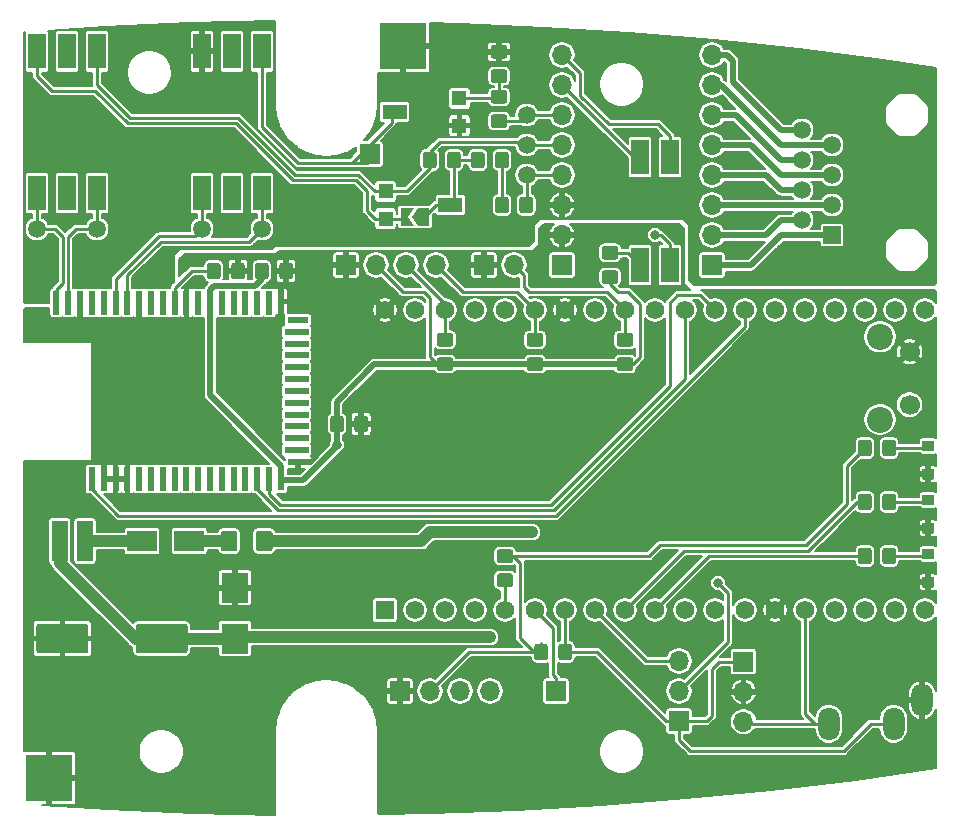
<source format=gtl>
G04 #@! TF.GenerationSoftware,KiCad,Pcbnew,5.1.5+dfsg1-2*
G04 #@! TF.CreationDate,2020-01-22T21:53:06+01:00*
G04 #@! TF.ProjectId,bt-trx-dev-board,62742d74-7278-42d6-9465-762d626f6172,5.0*
G04 #@! TF.SameCoordinates,Original*
G04 #@! TF.FileFunction,Copper,L1,Top*
G04 #@! TF.FilePolarity,Positive*
%FSLAX46Y46*%
G04 Gerber Fmt 4.6, Leading zero omitted, Abs format (unit mm)*
G04 Created by KiCad (PCBNEW 5.1.5+dfsg1-2) date 2020-01-22 21:53:06*
%MOMM*%
%LPD*%
G04 APERTURE LIST*
%ADD10R,1.700000X1.700000*%
%ADD11R,1.500000X3.000000*%
%ADD12R,1.560000X1.560000*%
%ADD13C,1.560000*%
%ADD14C,1.500000*%
%ADD15R,0.600000X1.750000*%
%ADD16R,0.600000X2.000000*%
%ADD17R,1.750000X0.600000*%
%ADD18R,2.000000X0.600000*%
%ADD19R,1.500000X1.500000*%
%ADD20O,1.700000X1.700000*%
%ADD21C,0.100000*%
%ADD22R,2.500000X1.800000*%
%ADD23R,2.300000X2.500000*%
%ADD24R,1.350000X3.400000*%
%ADD25R,1.300000X1.300000*%
%ADD26R,2.000000X1.300000*%
%ADD27O,1.800000X2.800000*%
%ADD28C,2.200000*%
%ADD29C,1.700000*%
%ADD30R,4.000000X4.000000*%
%ADD31C,0.800000*%
%ADD32C,1.000000*%
%ADD33C,0.250000*%
%ADD34C,0.500000*%
%ADD35C,1.000000*%
%ADD36C,0.200000*%
G04 APERTURE END LIST*
D10*
X165862000Y-122428000D03*
X150114000Y-76962000D03*
D11*
X172974000Y-77200000D03*
X175514000Y-77200000D03*
X175514000Y-86360000D03*
X172974000Y-86360000D03*
X135890000Y-68264000D03*
X138430000Y-68264000D03*
X140970000Y-68264000D03*
X140970000Y-80264000D03*
X138430000Y-80264000D03*
X135890000Y-80264000D03*
X121920000Y-68264000D03*
X124460000Y-68264000D03*
X127000000Y-68264000D03*
X127000000Y-80264000D03*
X124460000Y-80264000D03*
X121920000Y-80264000D03*
D12*
X151384000Y-115570000D03*
D13*
X153924000Y-115570000D03*
X197104000Y-115570000D03*
X156464000Y-115570000D03*
X159004000Y-115570000D03*
X161544000Y-115570000D03*
X164084000Y-115570000D03*
X166624000Y-115570000D03*
X169164000Y-115570000D03*
X171704000Y-115570000D03*
X174244000Y-115570000D03*
X176784000Y-115570000D03*
X179324000Y-115570000D03*
X181864000Y-115570000D03*
X184404000Y-115570000D03*
X186944000Y-115570000D03*
X189484000Y-115570000D03*
X192024000Y-115570000D03*
X194564000Y-115570000D03*
X151384000Y-90170000D03*
X153924000Y-90170000D03*
X156464000Y-90170000D03*
X159004000Y-90170000D03*
X161544000Y-90170000D03*
X164084000Y-90170000D03*
X166624000Y-90170000D03*
X169164000Y-90170000D03*
X171704000Y-90170000D03*
X174244000Y-90170000D03*
X176784000Y-90170000D03*
X179324000Y-90170000D03*
X181864000Y-90170000D03*
X184404000Y-90170000D03*
X186944000Y-90170000D03*
X189484000Y-90170000D03*
X192024000Y-90170000D03*
X194564000Y-90170000D03*
X197104000Y-90170000D03*
D14*
X163385500Y-78740000D03*
D15*
X142569000Y-104590500D03*
D16*
X141569000Y-104465500D03*
X140569000Y-104465500D03*
X139569000Y-104465500D03*
X138569000Y-104465500D03*
X136569000Y-104465500D03*
X137569000Y-104465500D03*
X135569000Y-104465500D03*
X130569000Y-104465500D03*
X132569000Y-104465500D03*
X131569000Y-104465500D03*
X133569000Y-104465500D03*
X134569000Y-104465500D03*
X127569000Y-104465500D03*
X129569000Y-104465500D03*
X128569000Y-104465500D03*
X126569000Y-104465500D03*
D17*
X144024000Y-103015500D03*
D18*
X143899000Y-96015500D03*
X143899000Y-98015500D03*
X143899000Y-95015500D03*
X143899000Y-97015500D03*
X143899000Y-102015500D03*
X143899000Y-92015500D03*
X143899000Y-100015500D03*
X143899000Y-99015500D03*
X143899000Y-101015500D03*
X143899000Y-94015500D03*
X143899000Y-93015500D03*
D17*
X144024000Y-91015500D03*
D16*
X132569000Y-89565500D03*
X130569000Y-89565500D03*
X140569000Y-89565500D03*
X133569000Y-89565500D03*
X131569000Y-89565500D03*
X126569000Y-89565500D03*
D15*
X142569000Y-89440500D03*
D16*
X136569000Y-89565500D03*
X138569000Y-89565500D03*
X128569000Y-89565500D03*
X129569000Y-89565500D03*
X127569000Y-89565500D03*
X134569000Y-89565500D03*
X139569000Y-89565500D03*
X141569000Y-89565500D03*
X135569000Y-89565500D03*
X137569000Y-89565500D03*
X123569000Y-89565500D03*
X125569000Y-89565500D03*
X124569000Y-89565500D03*
D19*
X189230000Y-83820000D03*
D14*
X186690000Y-82550000D03*
X189230000Y-81280000D03*
X186690000Y-80010000D03*
X189230000Y-78740000D03*
X186690000Y-77470000D03*
X189230000Y-76200000D03*
X186690000Y-74930000D03*
D10*
X181737000Y-119951500D03*
D20*
X181737000Y-122491500D03*
X181737000Y-125031500D03*
G04 #@! TA.AperFunction,SMDPad,CuDef*
D21*
G36*
X161639505Y-80581204D02*
G01*
X161663773Y-80584804D01*
X161687572Y-80590765D01*
X161710671Y-80599030D01*
X161732850Y-80609520D01*
X161753893Y-80622132D01*
X161773599Y-80636747D01*
X161791777Y-80653223D01*
X161808253Y-80671401D01*
X161822868Y-80691107D01*
X161835480Y-80712150D01*
X161845970Y-80734329D01*
X161854235Y-80757428D01*
X161860196Y-80781227D01*
X161863796Y-80805495D01*
X161865000Y-80829999D01*
X161865000Y-81730001D01*
X161863796Y-81754505D01*
X161860196Y-81778773D01*
X161854235Y-81802572D01*
X161845970Y-81825671D01*
X161835480Y-81847850D01*
X161822868Y-81868893D01*
X161808253Y-81888599D01*
X161791777Y-81906777D01*
X161773599Y-81923253D01*
X161753893Y-81937868D01*
X161732850Y-81950480D01*
X161710671Y-81960970D01*
X161687572Y-81969235D01*
X161663773Y-81975196D01*
X161639505Y-81978796D01*
X161615001Y-81980000D01*
X160964999Y-81980000D01*
X160940495Y-81978796D01*
X160916227Y-81975196D01*
X160892428Y-81969235D01*
X160869329Y-81960970D01*
X160847150Y-81950480D01*
X160826107Y-81937868D01*
X160806401Y-81923253D01*
X160788223Y-81906777D01*
X160771747Y-81888599D01*
X160757132Y-81868893D01*
X160744520Y-81847850D01*
X160734030Y-81825671D01*
X160725765Y-81802572D01*
X160719804Y-81778773D01*
X160716204Y-81754505D01*
X160715000Y-81730001D01*
X160715000Y-80829999D01*
X160716204Y-80805495D01*
X160719804Y-80781227D01*
X160725765Y-80757428D01*
X160734030Y-80734329D01*
X160744520Y-80712150D01*
X160757132Y-80691107D01*
X160771747Y-80671401D01*
X160788223Y-80653223D01*
X160806401Y-80636747D01*
X160826107Y-80622132D01*
X160847150Y-80609520D01*
X160869329Y-80599030D01*
X160892428Y-80590765D01*
X160916227Y-80584804D01*
X160940495Y-80581204D01*
X160964999Y-80580000D01*
X161615001Y-80580000D01*
X161639505Y-80581204D01*
G37*
G04 #@! TD.AperFunction*
G04 #@! TA.AperFunction,SMDPad,CuDef*
G36*
X163689505Y-80581204D02*
G01*
X163713773Y-80584804D01*
X163737572Y-80590765D01*
X163760671Y-80599030D01*
X163782850Y-80609520D01*
X163803893Y-80622132D01*
X163823599Y-80636747D01*
X163841777Y-80653223D01*
X163858253Y-80671401D01*
X163872868Y-80691107D01*
X163885480Y-80712150D01*
X163895970Y-80734329D01*
X163904235Y-80757428D01*
X163910196Y-80781227D01*
X163913796Y-80805495D01*
X163915000Y-80829999D01*
X163915000Y-81730001D01*
X163913796Y-81754505D01*
X163910196Y-81778773D01*
X163904235Y-81802572D01*
X163895970Y-81825671D01*
X163885480Y-81847850D01*
X163872868Y-81868893D01*
X163858253Y-81888599D01*
X163841777Y-81906777D01*
X163823599Y-81923253D01*
X163803893Y-81937868D01*
X163782850Y-81950480D01*
X163760671Y-81960970D01*
X163737572Y-81969235D01*
X163713773Y-81975196D01*
X163689505Y-81978796D01*
X163665001Y-81980000D01*
X163014999Y-81980000D01*
X162990495Y-81978796D01*
X162966227Y-81975196D01*
X162942428Y-81969235D01*
X162919329Y-81960970D01*
X162897150Y-81950480D01*
X162876107Y-81937868D01*
X162856401Y-81923253D01*
X162838223Y-81906777D01*
X162821747Y-81888599D01*
X162807132Y-81868893D01*
X162794520Y-81847850D01*
X162784030Y-81825671D01*
X162775765Y-81802572D01*
X162769804Y-81778773D01*
X162766204Y-81754505D01*
X162765000Y-81730001D01*
X162765000Y-80829999D01*
X162766204Y-80805495D01*
X162769804Y-80781227D01*
X162775765Y-80757428D01*
X162784030Y-80734329D01*
X162794520Y-80712150D01*
X162807132Y-80691107D01*
X162821747Y-80671401D01*
X162838223Y-80653223D01*
X162856401Y-80636747D01*
X162876107Y-80622132D01*
X162897150Y-80609520D01*
X162919329Y-80599030D01*
X162942428Y-80590765D01*
X162966227Y-80584804D01*
X162990495Y-80581204D01*
X163014999Y-80580000D01*
X163665001Y-80580000D01*
X163689505Y-80581204D01*
G37*
G04 #@! TD.AperFunction*
G04 #@! TA.AperFunction,SMDPad,CuDef*
G36*
X161510505Y-69793204D02*
G01*
X161534773Y-69796804D01*
X161558572Y-69802765D01*
X161581671Y-69811030D01*
X161603850Y-69821520D01*
X161624893Y-69834132D01*
X161644599Y-69848747D01*
X161662777Y-69865223D01*
X161679253Y-69883401D01*
X161693868Y-69903107D01*
X161706480Y-69924150D01*
X161716970Y-69946329D01*
X161725235Y-69969428D01*
X161731196Y-69993227D01*
X161734796Y-70017495D01*
X161736000Y-70041999D01*
X161736000Y-70692001D01*
X161734796Y-70716505D01*
X161731196Y-70740773D01*
X161725235Y-70764572D01*
X161716970Y-70787671D01*
X161706480Y-70809850D01*
X161693868Y-70830893D01*
X161679253Y-70850599D01*
X161662777Y-70868777D01*
X161644599Y-70885253D01*
X161624893Y-70899868D01*
X161603850Y-70912480D01*
X161581671Y-70922970D01*
X161558572Y-70931235D01*
X161534773Y-70937196D01*
X161510505Y-70940796D01*
X161486001Y-70942000D01*
X160585999Y-70942000D01*
X160561495Y-70940796D01*
X160537227Y-70937196D01*
X160513428Y-70931235D01*
X160490329Y-70922970D01*
X160468150Y-70912480D01*
X160447107Y-70899868D01*
X160427401Y-70885253D01*
X160409223Y-70868777D01*
X160392747Y-70850599D01*
X160378132Y-70830893D01*
X160365520Y-70809850D01*
X160355030Y-70787671D01*
X160346765Y-70764572D01*
X160340804Y-70740773D01*
X160337204Y-70716505D01*
X160336000Y-70692001D01*
X160336000Y-70041999D01*
X160337204Y-70017495D01*
X160340804Y-69993227D01*
X160346765Y-69969428D01*
X160355030Y-69946329D01*
X160365520Y-69924150D01*
X160378132Y-69903107D01*
X160392747Y-69883401D01*
X160409223Y-69865223D01*
X160427401Y-69848747D01*
X160447107Y-69834132D01*
X160468150Y-69821520D01*
X160490329Y-69811030D01*
X160513428Y-69802765D01*
X160537227Y-69796804D01*
X160561495Y-69793204D01*
X160585999Y-69792000D01*
X161486001Y-69792000D01*
X161510505Y-69793204D01*
G37*
G04 #@! TD.AperFunction*
G04 #@! TA.AperFunction,SMDPad,CuDef*
G36*
X161510505Y-67743204D02*
G01*
X161534773Y-67746804D01*
X161558572Y-67752765D01*
X161581671Y-67761030D01*
X161603850Y-67771520D01*
X161624893Y-67784132D01*
X161644599Y-67798747D01*
X161662777Y-67815223D01*
X161679253Y-67833401D01*
X161693868Y-67853107D01*
X161706480Y-67874150D01*
X161716970Y-67896329D01*
X161725235Y-67919428D01*
X161731196Y-67943227D01*
X161734796Y-67967495D01*
X161736000Y-67991999D01*
X161736000Y-68642001D01*
X161734796Y-68666505D01*
X161731196Y-68690773D01*
X161725235Y-68714572D01*
X161716970Y-68737671D01*
X161706480Y-68759850D01*
X161693868Y-68780893D01*
X161679253Y-68800599D01*
X161662777Y-68818777D01*
X161644599Y-68835253D01*
X161624893Y-68849868D01*
X161603850Y-68862480D01*
X161581671Y-68872970D01*
X161558572Y-68881235D01*
X161534773Y-68887196D01*
X161510505Y-68890796D01*
X161486001Y-68892000D01*
X160585999Y-68892000D01*
X160561495Y-68890796D01*
X160537227Y-68887196D01*
X160513428Y-68881235D01*
X160490329Y-68872970D01*
X160468150Y-68862480D01*
X160447107Y-68849868D01*
X160427401Y-68835253D01*
X160409223Y-68818777D01*
X160392747Y-68800599D01*
X160378132Y-68780893D01*
X160365520Y-68759850D01*
X160355030Y-68737671D01*
X160346765Y-68714572D01*
X160340804Y-68690773D01*
X160337204Y-68666505D01*
X160336000Y-68642001D01*
X160336000Y-67991999D01*
X160337204Y-67967495D01*
X160340804Y-67943227D01*
X160346765Y-67919428D01*
X160355030Y-67896329D01*
X160365520Y-67874150D01*
X160378132Y-67853107D01*
X160392747Y-67833401D01*
X160409223Y-67815223D01*
X160427401Y-67798747D01*
X160447107Y-67784132D01*
X160468150Y-67771520D01*
X160490329Y-67761030D01*
X160513428Y-67752765D01*
X160537227Y-67746804D01*
X160561495Y-67743204D01*
X160585999Y-67742000D01*
X161486001Y-67742000D01*
X161510505Y-67743204D01*
G37*
G04 #@! TD.AperFunction*
G04 #@! TA.AperFunction,SMDPad,CuDef*
G36*
X157575505Y-76771204D02*
G01*
X157599773Y-76774804D01*
X157623572Y-76780765D01*
X157646671Y-76789030D01*
X157668850Y-76799520D01*
X157689893Y-76812132D01*
X157709599Y-76826747D01*
X157727777Y-76843223D01*
X157744253Y-76861401D01*
X157758868Y-76881107D01*
X157771480Y-76902150D01*
X157781970Y-76924329D01*
X157790235Y-76947428D01*
X157796196Y-76971227D01*
X157799796Y-76995495D01*
X157801000Y-77019999D01*
X157801000Y-77920001D01*
X157799796Y-77944505D01*
X157796196Y-77968773D01*
X157790235Y-77992572D01*
X157781970Y-78015671D01*
X157771480Y-78037850D01*
X157758868Y-78058893D01*
X157744253Y-78078599D01*
X157727777Y-78096777D01*
X157709599Y-78113253D01*
X157689893Y-78127868D01*
X157668850Y-78140480D01*
X157646671Y-78150970D01*
X157623572Y-78159235D01*
X157599773Y-78165196D01*
X157575505Y-78168796D01*
X157551001Y-78170000D01*
X156900999Y-78170000D01*
X156876495Y-78168796D01*
X156852227Y-78165196D01*
X156828428Y-78159235D01*
X156805329Y-78150970D01*
X156783150Y-78140480D01*
X156762107Y-78127868D01*
X156742401Y-78113253D01*
X156724223Y-78096777D01*
X156707747Y-78078599D01*
X156693132Y-78058893D01*
X156680520Y-78037850D01*
X156670030Y-78015671D01*
X156661765Y-77992572D01*
X156655804Y-77968773D01*
X156652204Y-77944505D01*
X156651000Y-77920001D01*
X156651000Y-77019999D01*
X156652204Y-76995495D01*
X156655804Y-76971227D01*
X156661765Y-76947428D01*
X156670030Y-76924329D01*
X156680520Y-76902150D01*
X156693132Y-76881107D01*
X156707747Y-76861401D01*
X156724223Y-76843223D01*
X156742401Y-76826747D01*
X156762107Y-76812132D01*
X156783150Y-76799520D01*
X156805329Y-76789030D01*
X156828428Y-76780765D01*
X156852227Y-76774804D01*
X156876495Y-76771204D01*
X156900999Y-76770000D01*
X157551001Y-76770000D01*
X157575505Y-76771204D01*
G37*
G04 #@! TD.AperFunction*
G04 #@! TA.AperFunction,SMDPad,CuDef*
G36*
X155525505Y-76771204D02*
G01*
X155549773Y-76774804D01*
X155573572Y-76780765D01*
X155596671Y-76789030D01*
X155618850Y-76799520D01*
X155639893Y-76812132D01*
X155659599Y-76826747D01*
X155677777Y-76843223D01*
X155694253Y-76861401D01*
X155708868Y-76881107D01*
X155721480Y-76902150D01*
X155731970Y-76924329D01*
X155740235Y-76947428D01*
X155746196Y-76971227D01*
X155749796Y-76995495D01*
X155751000Y-77019999D01*
X155751000Y-77920001D01*
X155749796Y-77944505D01*
X155746196Y-77968773D01*
X155740235Y-77992572D01*
X155731970Y-78015671D01*
X155721480Y-78037850D01*
X155708868Y-78058893D01*
X155694253Y-78078599D01*
X155677777Y-78096777D01*
X155659599Y-78113253D01*
X155639893Y-78127868D01*
X155618850Y-78140480D01*
X155596671Y-78150970D01*
X155573572Y-78159235D01*
X155549773Y-78165196D01*
X155525505Y-78168796D01*
X155501001Y-78170000D01*
X154850999Y-78170000D01*
X154826495Y-78168796D01*
X154802227Y-78165196D01*
X154778428Y-78159235D01*
X154755329Y-78150970D01*
X154733150Y-78140480D01*
X154712107Y-78127868D01*
X154692401Y-78113253D01*
X154674223Y-78096777D01*
X154657747Y-78078599D01*
X154643132Y-78058893D01*
X154630520Y-78037850D01*
X154620030Y-78015671D01*
X154611765Y-77992572D01*
X154605804Y-77968773D01*
X154602204Y-77944505D01*
X154601000Y-77920001D01*
X154601000Y-77019999D01*
X154602204Y-76995495D01*
X154605804Y-76971227D01*
X154611765Y-76947428D01*
X154620030Y-76924329D01*
X154630520Y-76902150D01*
X154643132Y-76881107D01*
X154657747Y-76861401D01*
X154674223Y-76843223D01*
X154692401Y-76826747D01*
X154712107Y-76812132D01*
X154733150Y-76799520D01*
X154755329Y-76789030D01*
X154778428Y-76780765D01*
X154802227Y-76774804D01*
X154826495Y-76771204D01*
X154850999Y-76770000D01*
X155501001Y-76770000D01*
X155525505Y-76771204D01*
G37*
G04 #@! TD.AperFunction*
G04 #@! TA.AperFunction,SMDPad,CuDef*
G36*
X134444504Y-116734204D02*
G01*
X134468773Y-116737804D01*
X134492571Y-116743765D01*
X134515671Y-116752030D01*
X134537849Y-116762520D01*
X134558893Y-116775133D01*
X134578598Y-116789747D01*
X134596777Y-116806223D01*
X134613253Y-116824402D01*
X134627867Y-116844107D01*
X134640480Y-116865151D01*
X134650970Y-116887329D01*
X134659235Y-116910429D01*
X134665196Y-116934227D01*
X134668796Y-116958496D01*
X134670000Y-116983000D01*
X134670000Y-118983000D01*
X134668796Y-119007504D01*
X134665196Y-119031773D01*
X134659235Y-119055571D01*
X134650970Y-119078671D01*
X134640480Y-119100849D01*
X134627867Y-119121893D01*
X134613253Y-119141598D01*
X134596777Y-119159777D01*
X134578598Y-119176253D01*
X134558893Y-119190867D01*
X134537849Y-119203480D01*
X134515671Y-119213970D01*
X134492571Y-119222235D01*
X134468773Y-119228196D01*
X134444504Y-119231796D01*
X134420000Y-119233000D01*
X130520000Y-119233000D01*
X130495496Y-119231796D01*
X130471227Y-119228196D01*
X130447429Y-119222235D01*
X130424329Y-119213970D01*
X130402151Y-119203480D01*
X130381107Y-119190867D01*
X130361402Y-119176253D01*
X130343223Y-119159777D01*
X130326747Y-119141598D01*
X130312133Y-119121893D01*
X130299520Y-119100849D01*
X130289030Y-119078671D01*
X130280765Y-119055571D01*
X130274804Y-119031773D01*
X130271204Y-119007504D01*
X130270000Y-118983000D01*
X130270000Y-116983000D01*
X130271204Y-116958496D01*
X130274804Y-116934227D01*
X130280765Y-116910429D01*
X130289030Y-116887329D01*
X130299520Y-116865151D01*
X130312133Y-116844107D01*
X130326747Y-116824402D01*
X130343223Y-116806223D01*
X130361402Y-116789747D01*
X130381107Y-116775133D01*
X130402151Y-116762520D01*
X130424329Y-116752030D01*
X130447429Y-116743765D01*
X130471227Y-116737804D01*
X130495496Y-116734204D01*
X130520000Y-116733000D01*
X134420000Y-116733000D01*
X134444504Y-116734204D01*
G37*
G04 #@! TD.AperFunction*
G04 #@! TA.AperFunction,SMDPad,CuDef*
G36*
X126044504Y-116734204D02*
G01*
X126068773Y-116737804D01*
X126092571Y-116743765D01*
X126115671Y-116752030D01*
X126137849Y-116762520D01*
X126158893Y-116775133D01*
X126178598Y-116789747D01*
X126196777Y-116806223D01*
X126213253Y-116824402D01*
X126227867Y-116844107D01*
X126240480Y-116865151D01*
X126250970Y-116887329D01*
X126259235Y-116910429D01*
X126265196Y-116934227D01*
X126268796Y-116958496D01*
X126270000Y-116983000D01*
X126270000Y-118983000D01*
X126268796Y-119007504D01*
X126265196Y-119031773D01*
X126259235Y-119055571D01*
X126250970Y-119078671D01*
X126240480Y-119100849D01*
X126227867Y-119121893D01*
X126213253Y-119141598D01*
X126196777Y-119159777D01*
X126178598Y-119176253D01*
X126158893Y-119190867D01*
X126137849Y-119203480D01*
X126115671Y-119213970D01*
X126092571Y-119222235D01*
X126068773Y-119228196D01*
X126044504Y-119231796D01*
X126020000Y-119233000D01*
X122120000Y-119233000D01*
X122095496Y-119231796D01*
X122071227Y-119228196D01*
X122047429Y-119222235D01*
X122024329Y-119213970D01*
X122002151Y-119203480D01*
X121981107Y-119190867D01*
X121961402Y-119176253D01*
X121943223Y-119159777D01*
X121926747Y-119141598D01*
X121912133Y-119121893D01*
X121899520Y-119100849D01*
X121889030Y-119078671D01*
X121880765Y-119055571D01*
X121874804Y-119031773D01*
X121871204Y-119007504D01*
X121870000Y-118983000D01*
X121870000Y-116983000D01*
X121871204Y-116958496D01*
X121874804Y-116934227D01*
X121880765Y-116910429D01*
X121889030Y-116887329D01*
X121899520Y-116865151D01*
X121912133Y-116844107D01*
X121926747Y-116824402D01*
X121943223Y-116806223D01*
X121961402Y-116789747D01*
X121981107Y-116775133D01*
X122002151Y-116762520D01*
X122024329Y-116752030D01*
X122047429Y-116743765D01*
X122071227Y-116737804D01*
X122095496Y-116734204D01*
X122120000Y-116733000D01*
X126020000Y-116733000D01*
X126044504Y-116734204D01*
G37*
G04 #@! TD.AperFunction*
G04 #@! TA.AperFunction,SMDPad,CuDef*
G36*
X197776822Y-103620433D02*
G01*
X197785558Y-103621729D01*
X197794126Y-103623875D01*
X197802442Y-103626851D01*
X197810426Y-103630627D01*
X197818001Y-103635168D01*
X197825095Y-103640429D01*
X197831640Y-103646360D01*
X197837571Y-103652905D01*
X197842832Y-103659999D01*
X197847373Y-103667574D01*
X197851149Y-103675558D01*
X197854125Y-103683874D01*
X197856271Y-103692442D01*
X197857567Y-103701178D01*
X197858000Y-103710000D01*
X197858000Y-104430000D01*
X197857567Y-104438822D01*
X197856271Y-104447558D01*
X197854125Y-104456126D01*
X197851149Y-104464442D01*
X197847373Y-104472426D01*
X197842832Y-104480001D01*
X197837571Y-104487095D01*
X197831640Y-104493640D01*
X197825095Y-104499571D01*
X197818001Y-104504832D01*
X197810426Y-104509373D01*
X197802442Y-104513149D01*
X197794126Y-104516125D01*
X197785558Y-104518271D01*
X197776822Y-104519567D01*
X197768000Y-104520000D01*
X196948000Y-104520000D01*
X196939178Y-104519567D01*
X196930442Y-104518271D01*
X196921874Y-104516125D01*
X196913558Y-104513149D01*
X196905574Y-104509373D01*
X196897999Y-104504832D01*
X196890905Y-104499571D01*
X196884360Y-104493640D01*
X196878429Y-104487095D01*
X196873168Y-104480001D01*
X196868627Y-104472426D01*
X196864851Y-104464442D01*
X196861875Y-104456126D01*
X196859729Y-104447558D01*
X196858433Y-104438822D01*
X196858000Y-104430000D01*
X196858000Y-103710000D01*
X196858433Y-103701178D01*
X196859729Y-103692442D01*
X196861875Y-103683874D01*
X196864851Y-103675558D01*
X196868627Y-103667574D01*
X196873168Y-103659999D01*
X196878429Y-103652905D01*
X196884360Y-103646360D01*
X196890905Y-103640429D01*
X196897999Y-103635168D01*
X196905574Y-103630627D01*
X196913558Y-103626851D01*
X196921874Y-103623875D01*
X196930442Y-103621729D01*
X196939178Y-103620433D01*
X196948000Y-103620000D01*
X197768000Y-103620000D01*
X197776822Y-103620433D01*
G37*
G04 #@! TD.AperFunction*
G04 #@! TA.AperFunction,SMDPad,CuDef*
G36*
X197776822Y-101220433D02*
G01*
X197785558Y-101221729D01*
X197794126Y-101223875D01*
X197802442Y-101226851D01*
X197810426Y-101230627D01*
X197818001Y-101235168D01*
X197825095Y-101240429D01*
X197831640Y-101246360D01*
X197837571Y-101252905D01*
X197842832Y-101259999D01*
X197847373Y-101267574D01*
X197851149Y-101275558D01*
X197854125Y-101283874D01*
X197856271Y-101292442D01*
X197857567Y-101301178D01*
X197858000Y-101310000D01*
X197858000Y-102030000D01*
X197857567Y-102038822D01*
X197856271Y-102047558D01*
X197854125Y-102056126D01*
X197851149Y-102064442D01*
X197847373Y-102072426D01*
X197842832Y-102080001D01*
X197837571Y-102087095D01*
X197831640Y-102093640D01*
X197825095Y-102099571D01*
X197818001Y-102104832D01*
X197810426Y-102109373D01*
X197802442Y-102113149D01*
X197794126Y-102116125D01*
X197785558Y-102118271D01*
X197776822Y-102119567D01*
X197768000Y-102120000D01*
X196948000Y-102120000D01*
X196939178Y-102119567D01*
X196930442Y-102118271D01*
X196921874Y-102116125D01*
X196913558Y-102113149D01*
X196905574Y-102109373D01*
X196897999Y-102104832D01*
X196890905Y-102099571D01*
X196884360Y-102093640D01*
X196878429Y-102087095D01*
X196873168Y-102080001D01*
X196868627Y-102072426D01*
X196864851Y-102064442D01*
X196861875Y-102056126D01*
X196859729Y-102047558D01*
X196858433Y-102038822D01*
X196858000Y-102030000D01*
X196858000Y-101310000D01*
X196858433Y-101301178D01*
X196859729Y-101292442D01*
X196861875Y-101283874D01*
X196864851Y-101275558D01*
X196868627Y-101267574D01*
X196873168Y-101259999D01*
X196878429Y-101252905D01*
X196884360Y-101246360D01*
X196890905Y-101240429D01*
X196897999Y-101235168D01*
X196905574Y-101230627D01*
X196913558Y-101226851D01*
X196921874Y-101223875D01*
X196930442Y-101221729D01*
X196939178Y-101220433D01*
X196948000Y-101220000D01*
X197768000Y-101220000D01*
X197776822Y-101220433D01*
G37*
G04 #@! TD.AperFunction*
D22*
X134810000Y-109728000D03*
X130810000Y-109728000D03*
D23*
X138684000Y-117983000D03*
X138684000Y-113683000D03*
G04 #@! TA.AperFunction,SMDPad,CuDef*
D21*
G36*
X197776822Y-108192433D02*
G01*
X197785558Y-108193729D01*
X197794126Y-108195875D01*
X197802442Y-108198851D01*
X197810426Y-108202627D01*
X197818001Y-108207168D01*
X197825095Y-108212429D01*
X197831640Y-108218360D01*
X197837571Y-108224905D01*
X197842832Y-108231999D01*
X197847373Y-108239574D01*
X197851149Y-108247558D01*
X197854125Y-108255874D01*
X197856271Y-108264442D01*
X197857567Y-108273178D01*
X197858000Y-108282000D01*
X197858000Y-109002000D01*
X197857567Y-109010822D01*
X197856271Y-109019558D01*
X197854125Y-109028126D01*
X197851149Y-109036442D01*
X197847373Y-109044426D01*
X197842832Y-109052001D01*
X197837571Y-109059095D01*
X197831640Y-109065640D01*
X197825095Y-109071571D01*
X197818001Y-109076832D01*
X197810426Y-109081373D01*
X197802442Y-109085149D01*
X197794126Y-109088125D01*
X197785558Y-109090271D01*
X197776822Y-109091567D01*
X197768000Y-109092000D01*
X196948000Y-109092000D01*
X196939178Y-109091567D01*
X196930442Y-109090271D01*
X196921874Y-109088125D01*
X196913558Y-109085149D01*
X196905574Y-109081373D01*
X196897999Y-109076832D01*
X196890905Y-109071571D01*
X196884360Y-109065640D01*
X196878429Y-109059095D01*
X196873168Y-109052001D01*
X196868627Y-109044426D01*
X196864851Y-109036442D01*
X196861875Y-109028126D01*
X196859729Y-109019558D01*
X196858433Y-109010822D01*
X196858000Y-109002000D01*
X196858000Y-108282000D01*
X196858433Y-108273178D01*
X196859729Y-108264442D01*
X196861875Y-108255874D01*
X196864851Y-108247558D01*
X196868627Y-108239574D01*
X196873168Y-108231999D01*
X196878429Y-108224905D01*
X196884360Y-108218360D01*
X196890905Y-108212429D01*
X196897999Y-108207168D01*
X196905574Y-108202627D01*
X196913558Y-108198851D01*
X196921874Y-108195875D01*
X196930442Y-108193729D01*
X196939178Y-108192433D01*
X196948000Y-108192000D01*
X197768000Y-108192000D01*
X197776822Y-108192433D01*
G37*
G04 #@! TD.AperFunction*
G04 #@! TA.AperFunction,SMDPad,CuDef*
G36*
X197776822Y-105792433D02*
G01*
X197785558Y-105793729D01*
X197794126Y-105795875D01*
X197802442Y-105798851D01*
X197810426Y-105802627D01*
X197818001Y-105807168D01*
X197825095Y-105812429D01*
X197831640Y-105818360D01*
X197837571Y-105824905D01*
X197842832Y-105831999D01*
X197847373Y-105839574D01*
X197851149Y-105847558D01*
X197854125Y-105855874D01*
X197856271Y-105864442D01*
X197857567Y-105873178D01*
X197858000Y-105882000D01*
X197858000Y-106602000D01*
X197857567Y-106610822D01*
X197856271Y-106619558D01*
X197854125Y-106628126D01*
X197851149Y-106636442D01*
X197847373Y-106644426D01*
X197842832Y-106652001D01*
X197837571Y-106659095D01*
X197831640Y-106665640D01*
X197825095Y-106671571D01*
X197818001Y-106676832D01*
X197810426Y-106681373D01*
X197802442Y-106685149D01*
X197794126Y-106688125D01*
X197785558Y-106690271D01*
X197776822Y-106691567D01*
X197768000Y-106692000D01*
X196948000Y-106692000D01*
X196939178Y-106691567D01*
X196930442Y-106690271D01*
X196921874Y-106688125D01*
X196913558Y-106685149D01*
X196905574Y-106681373D01*
X196897999Y-106676832D01*
X196890905Y-106671571D01*
X196884360Y-106665640D01*
X196878429Y-106659095D01*
X196873168Y-106652001D01*
X196868627Y-106644426D01*
X196864851Y-106636442D01*
X196861875Y-106628126D01*
X196859729Y-106619558D01*
X196858433Y-106610822D01*
X196858000Y-106602000D01*
X196858000Y-105882000D01*
X196858433Y-105873178D01*
X196859729Y-105864442D01*
X196861875Y-105855874D01*
X196864851Y-105847558D01*
X196868627Y-105839574D01*
X196873168Y-105831999D01*
X196878429Y-105824905D01*
X196884360Y-105818360D01*
X196890905Y-105812429D01*
X196897999Y-105807168D01*
X196905574Y-105802627D01*
X196913558Y-105798851D01*
X196921874Y-105795875D01*
X196930442Y-105793729D01*
X196939178Y-105792433D01*
X196948000Y-105792000D01*
X197768000Y-105792000D01*
X197776822Y-105792433D01*
G37*
G04 #@! TD.AperFunction*
G04 #@! TA.AperFunction,SMDPad,CuDef*
G36*
X197776822Y-110364433D02*
G01*
X197785558Y-110365729D01*
X197794126Y-110367875D01*
X197802442Y-110370851D01*
X197810426Y-110374627D01*
X197818001Y-110379168D01*
X197825095Y-110384429D01*
X197831640Y-110390360D01*
X197837571Y-110396905D01*
X197842832Y-110403999D01*
X197847373Y-110411574D01*
X197851149Y-110419558D01*
X197854125Y-110427874D01*
X197856271Y-110436442D01*
X197857567Y-110445178D01*
X197858000Y-110454000D01*
X197858000Y-111174000D01*
X197857567Y-111182822D01*
X197856271Y-111191558D01*
X197854125Y-111200126D01*
X197851149Y-111208442D01*
X197847373Y-111216426D01*
X197842832Y-111224001D01*
X197837571Y-111231095D01*
X197831640Y-111237640D01*
X197825095Y-111243571D01*
X197818001Y-111248832D01*
X197810426Y-111253373D01*
X197802442Y-111257149D01*
X197794126Y-111260125D01*
X197785558Y-111262271D01*
X197776822Y-111263567D01*
X197768000Y-111264000D01*
X196948000Y-111264000D01*
X196939178Y-111263567D01*
X196930442Y-111262271D01*
X196921874Y-111260125D01*
X196913558Y-111257149D01*
X196905574Y-111253373D01*
X196897999Y-111248832D01*
X196890905Y-111243571D01*
X196884360Y-111237640D01*
X196878429Y-111231095D01*
X196873168Y-111224001D01*
X196868627Y-111216426D01*
X196864851Y-111208442D01*
X196861875Y-111200126D01*
X196859729Y-111191558D01*
X196858433Y-111182822D01*
X196858000Y-111174000D01*
X196858000Y-110454000D01*
X196858433Y-110445178D01*
X196859729Y-110436442D01*
X196861875Y-110427874D01*
X196864851Y-110419558D01*
X196868627Y-110411574D01*
X196873168Y-110403999D01*
X196878429Y-110396905D01*
X196884360Y-110390360D01*
X196890905Y-110384429D01*
X196897999Y-110379168D01*
X196905574Y-110374627D01*
X196913558Y-110370851D01*
X196921874Y-110367875D01*
X196930442Y-110365729D01*
X196939178Y-110364433D01*
X196948000Y-110364000D01*
X197768000Y-110364000D01*
X197776822Y-110364433D01*
G37*
G04 #@! TD.AperFunction*
G04 #@! TA.AperFunction,SMDPad,CuDef*
G36*
X197776822Y-112764433D02*
G01*
X197785558Y-112765729D01*
X197794126Y-112767875D01*
X197802442Y-112770851D01*
X197810426Y-112774627D01*
X197818001Y-112779168D01*
X197825095Y-112784429D01*
X197831640Y-112790360D01*
X197837571Y-112796905D01*
X197842832Y-112803999D01*
X197847373Y-112811574D01*
X197851149Y-112819558D01*
X197854125Y-112827874D01*
X197856271Y-112836442D01*
X197857567Y-112845178D01*
X197858000Y-112854000D01*
X197858000Y-113574000D01*
X197857567Y-113582822D01*
X197856271Y-113591558D01*
X197854125Y-113600126D01*
X197851149Y-113608442D01*
X197847373Y-113616426D01*
X197842832Y-113624001D01*
X197837571Y-113631095D01*
X197831640Y-113637640D01*
X197825095Y-113643571D01*
X197818001Y-113648832D01*
X197810426Y-113653373D01*
X197802442Y-113657149D01*
X197794126Y-113660125D01*
X197785558Y-113662271D01*
X197776822Y-113663567D01*
X197768000Y-113664000D01*
X196948000Y-113664000D01*
X196939178Y-113663567D01*
X196930442Y-113662271D01*
X196921874Y-113660125D01*
X196913558Y-113657149D01*
X196905574Y-113653373D01*
X196897999Y-113648832D01*
X196890905Y-113643571D01*
X196884360Y-113637640D01*
X196878429Y-113631095D01*
X196873168Y-113624001D01*
X196868627Y-113616426D01*
X196864851Y-113608442D01*
X196861875Y-113600126D01*
X196859729Y-113591558D01*
X196858433Y-113582822D01*
X196858000Y-113574000D01*
X196858000Y-112854000D01*
X196858433Y-112845178D01*
X196859729Y-112836442D01*
X196861875Y-112827874D01*
X196864851Y-112819558D01*
X196868627Y-112811574D01*
X196873168Y-112803999D01*
X196878429Y-112796905D01*
X196884360Y-112790360D01*
X196890905Y-112784429D01*
X196897999Y-112779168D01*
X196905574Y-112774627D01*
X196913558Y-112770851D01*
X196921874Y-112767875D01*
X196930442Y-112765729D01*
X196939178Y-112764433D01*
X196948000Y-112764000D01*
X197768000Y-112764000D01*
X197776822Y-112764433D01*
G37*
G04 #@! TD.AperFunction*
G04 #@! TA.AperFunction,SMDPad,CuDef*
G36*
X138663004Y-108854204D02*
G01*
X138687273Y-108857804D01*
X138711071Y-108863765D01*
X138734171Y-108872030D01*
X138756349Y-108882520D01*
X138777393Y-108895133D01*
X138797098Y-108909747D01*
X138815277Y-108926223D01*
X138831753Y-108944402D01*
X138846367Y-108964107D01*
X138858980Y-108985151D01*
X138869470Y-109007329D01*
X138877735Y-109030429D01*
X138883696Y-109054227D01*
X138887296Y-109078496D01*
X138888500Y-109103000D01*
X138888500Y-110353000D01*
X138887296Y-110377504D01*
X138883696Y-110401773D01*
X138877735Y-110425571D01*
X138869470Y-110448671D01*
X138858980Y-110470849D01*
X138846367Y-110491893D01*
X138831753Y-110511598D01*
X138815277Y-110529777D01*
X138797098Y-110546253D01*
X138777393Y-110560867D01*
X138756349Y-110573480D01*
X138734171Y-110583970D01*
X138711071Y-110592235D01*
X138687273Y-110598196D01*
X138663004Y-110601796D01*
X138638500Y-110603000D01*
X137713500Y-110603000D01*
X137688996Y-110601796D01*
X137664727Y-110598196D01*
X137640929Y-110592235D01*
X137617829Y-110583970D01*
X137595651Y-110573480D01*
X137574607Y-110560867D01*
X137554902Y-110546253D01*
X137536723Y-110529777D01*
X137520247Y-110511598D01*
X137505633Y-110491893D01*
X137493020Y-110470849D01*
X137482530Y-110448671D01*
X137474265Y-110425571D01*
X137468304Y-110401773D01*
X137464704Y-110377504D01*
X137463500Y-110353000D01*
X137463500Y-109103000D01*
X137464704Y-109078496D01*
X137468304Y-109054227D01*
X137474265Y-109030429D01*
X137482530Y-109007329D01*
X137493020Y-108985151D01*
X137505633Y-108964107D01*
X137520247Y-108944402D01*
X137536723Y-108926223D01*
X137554902Y-108909747D01*
X137574607Y-108895133D01*
X137595651Y-108882520D01*
X137617829Y-108872030D01*
X137640929Y-108863765D01*
X137664727Y-108857804D01*
X137688996Y-108854204D01*
X137713500Y-108853000D01*
X138638500Y-108853000D01*
X138663004Y-108854204D01*
G37*
G04 #@! TD.AperFunction*
G04 #@! TA.AperFunction,SMDPad,CuDef*
G36*
X141638004Y-108854204D02*
G01*
X141662273Y-108857804D01*
X141686071Y-108863765D01*
X141709171Y-108872030D01*
X141731349Y-108882520D01*
X141752393Y-108895133D01*
X141772098Y-108909747D01*
X141790277Y-108926223D01*
X141806753Y-108944402D01*
X141821367Y-108964107D01*
X141833980Y-108985151D01*
X141844470Y-109007329D01*
X141852735Y-109030429D01*
X141858696Y-109054227D01*
X141862296Y-109078496D01*
X141863500Y-109103000D01*
X141863500Y-110353000D01*
X141862296Y-110377504D01*
X141858696Y-110401773D01*
X141852735Y-110425571D01*
X141844470Y-110448671D01*
X141833980Y-110470849D01*
X141821367Y-110491893D01*
X141806753Y-110511598D01*
X141790277Y-110529777D01*
X141772098Y-110546253D01*
X141752393Y-110560867D01*
X141731349Y-110573480D01*
X141709171Y-110583970D01*
X141686071Y-110592235D01*
X141662273Y-110598196D01*
X141638004Y-110601796D01*
X141613500Y-110603000D01*
X140688500Y-110603000D01*
X140663996Y-110601796D01*
X140639727Y-110598196D01*
X140615929Y-110592235D01*
X140592829Y-110583970D01*
X140570651Y-110573480D01*
X140549607Y-110560867D01*
X140529902Y-110546253D01*
X140511723Y-110529777D01*
X140495247Y-110511598D01*
X140480633Y-110491893D01*
X140468020Y-110470849D01*
X140457530Y-110448671D01*
X140449265Y-110425571D01*
X140443304Y-110401773D01*
X140439704Y-110377504D01*
X140438500Y-110353000D01*
X140438500Y-109103000D01*
X140439704Y-109078496D01*
X140443304Y-109054227D01*
X140449265Y-109030429D01*
X140457530Y-109007329D01*
X140468020Y-108985151D01*
X140480633Y-108964107D01*
X140495247Y-108944402D01*
X140511723Y-108926223D01*
X140529902Y-108909747D01*
X140549607Y-108895133D01*
X140570651Y-108882520D01*
X140592829Y-108872030D01*
X140615929Y-108863765D01*
X140639727Y-108857804D01*
X140663996Y-108854204D01*
X140688500Y-108853000D01*
X141613500Y-108853000D01*
X141638004Y-108854204D01*
G37*
G04 #@! TD.AperFunction*
D10*
X176276000Y-124968000D03*
D20*
X176276000Y-122428000D03*
X176276000Y-119888000D03*
D10*
X148082000Y-86360000D03*
D20*
X150622000Y-86360000D03*
X153162000Y-86360000D03*
X155702000Y-86360000D03*
G04 #@! TA.AperFunction,SMDPad,CuDef*
D21*
G36*
X153649000Y-82296000D02*
G01*
X154149000Y-81546000D01*
X155149000Y-81546000D01*
X155149000Y-83046000D01*
X154149000Y-83046000D01*
X153649000Y-82296000D01*
G37*
G04 #@! TD.AperFunction*
G04 #@! TA.AperFunction,SMDPad,CuDef*
G36*
X152699000Y-81546000D02*
G01*
X153849000Y-81546000D01*
X153349000Y-82296000D01*
X153849000Y-83046000D01*
X152699000Y-83046000D01*
X152699000Y-81546000D01*
G37*
G04 #@! TD.AperFunction*
G04 #@! TA.AperFunction,SMDPad,CuDef*
G36*
X159589505Y-76771204D02*
G01*
X159613773Y-76774804D01*
X159637572Y-76780765D01*
X159660671Y-76789030D01*
X159682850Y-76799520D01*
X159703893Y-76812132D01*
X159723599Y-76826747D01*
X159741777Y-76843223D01*
X159758253Y-76861401D01*
X159772868Y-76881107D01*
X159785480Y-76902150D01*
X159795970Y-76924329D01*
X159804235Y-76947428D01*
X159810196Y-76971227D01*
X159813796Y-76995495D01*
X159815000Y-77019999D01*
X159815000Y-77920001D01*
X159813796Y-77944505D01*
X159810196Y-77968773D01*
X159804235Y-77992572D01*
X159795970Y-78015671D01*
X159785480Y-78037850D01*
X159772868Y-78058893D01*
X159758253Y-78078599D01*
X159741777Y-78096777D01*
X159723599Y-78113253D01*
X159703893Y-78127868D01*
X159682850Y-78140480D01*
X159660671Y-78150970D01*
X159637572Y-78159235D01*
X159613773Y-78165196D01*
X159589505Y-78168796D01*
X159565001Y-78170000D01*
X158914999Y-78170000D01*
X158890495Y-78168796D01*
X158866227Y-78165196D01*
X158842428Y-78159235D01*
X158819329Y-78150970D01*
X158797150Y-78140480D01*
X158776107Y-78127868D01*
X158756401Y-78113253D01*
X158738223Y-78096777D01*
X158721747Y-78078599D01*
X158707132Y-78058893D01*
X158694520Y-78037850D01*
X158684030Y-78015671D01*
X158675765Y-77992572D01*
X158669804Y-77968773D01*
X158666204Y-77944505D01*
X158665000Y-77920001D01*
X158665000Y-77019999D01*
X158666204Y-76995495D01*
X158669804Y-76971227D01*
X158675765Y-76947428D01*
X158684030Y-76924329D01*
X158694520Y-76902150D01*
X158707132Y-76881107D01*
X158721747Y-76861401D01*
X158738223Y-76843223D01*
X158756401Y-76826747D01*
X158776107Y-76812132D01*
X158797150Y-76799520D01*
X158819329Y-76789030D01*
X158842428Y-76780765D01*
X158866227Y-76774804D01*
X158890495Y-76771204D01*
X158914999Y-76770000D01*
X159565001Y-76770000D01*
X159589505Y-76771204D01*
G37*
G04 #@! TD.AperFunction*
G04 #@! TA.AperFunction,SMDPad,CuDef*
G36*
X161639505Y-76771204D02*
G01*
X161663773Y-76774804D01*
X161687572Y-76780765D01*
X161710671Y-76789030D01*
X161732850Y-76799520D01*
X161753893Y-76812132D01*
X161773599Y-76826747D01*
X161791777Y-76843223D01*
X161808253Y-76861401D01*
X161822868Y-76881107D01*
X161835480Y-76902150D01*
X161845970Y-76924329D01*
X161854235Y-76947428D01*
X161860196Y-76971227D01*
X161863796Y-76995495D01*
X161865000Y-77019999D01*
X161865000Y-77920001D01*
X161863796Y-77944505D01*
X161860196Y-77968773D01*
X161854235Y-77992572D01*
X161845970Y-78015671D01*
X161835480Y-78037850D01*
X161822868Y-78058893D01*
X161808253Y-78078599D01*
X161791777Y-78096777D01*
X161773599Y-78113253D01*
X161753893Y-78127868D01*
X161732850Y-78140480D01*
X161710671Y-78150970D01*
X161687572Y-78159235D01*
X161663773Y-78165196D01*
X161639505Y-78168796D01*
X161615001Y-78170000D01*
X160964999Y-78170000D01*
X160940495Y-78168796D01*
X160916227Y-78165196D01*
X160892428Y-78159235D01*
X160869329Y-78150970D01*
X160847150Y-78140480D01*
X160826107Y-78127868D01*
X160806401Y-78113253D01*
X160788223Y-78096777D01*
X160771747Y-78078599D01*
X160757132Y-78058893D01*
X160744520Y-78037850D01*
X160734030Y-78015671D01*
X160725765Y-77992572D01*
X160719804Y-77968773D01*
X160716204Y-77944505D01*
X160715000Y-77920001D01*
X160715000Y-77019999D01*
X160716204Y-76995495D01*
X160719804Y-76971227D01*
X160725765Y-76947428D01*
X160734030Y-76924329D01*
X160744520Y-76902150D01*
X160757132Y-76881107D01*
X160771747Y-76861401D01*
X160788223Y-76843223D01*
X160806401Y-76826747D01*
X160826107Y-76812132D01*
X160847150Y-76799520D01*
X160869329Y-76789030D01*
X160892428Y-76780765D01*
X160916227Y-76774804D01*
X160940495Y-76771204D01*
X160964999Y-76770000D01*
X161615001Y-76770000D01*
X161639505Y-76771204D01*
G37*
G04 #@! TD.AperFunction*
G04 #@! TA.AperFunction,SMDPad,CuDef*
G36*
X161510505Y-73603204D02*
G01*
X161534773Y-73606804D01*
X161558572Y-73612765D01*
X161581671Y-73621030D01*
X161603850Y-73631520D01*
X161624893Y-73644132D01*
X161644599Y-73658747D01*
X161662777Y-73675223D01*
X161679253Y-73693401D01*
X161693868Y-73713107D01*
X161706480Y-73734150D01*
X161716970Y-73756329D01*
X161725235Y-73779428D01*
X161731196Y-73803227D01*
X161734796Y-73827495D01*
X161736000Y-73851999D01*
X161736000Y-74502001D01*
X161734796Y-74526505D01*
X161731196Y-74550773D01*
X161725235Y-74574572D01*
X161716970Y-74597671D01*
X161706480Y-74619850D01*
X161693868Y-74640893D01*
X161679253Y-74660599D01*
X161662777Y-74678777D01*
X161644599Y-74695253D01*
X161624893Y-74709868D01*
X161603850Y-74722480D01*
X161581671Y-74732970D01*
X161558572Y-74741235D01*
X161534773Y-74747196D01*
X161510505Y-74750796D01*
X161486001Y-74752000D01*
X160585999Y-74752000D01*
X160561495Y-74750796D01*
X160537227Y-74747196D01*
X160513428Y-74741235D01*
X160490329Y-74732970D01*
X160468150Y-74722480D01*
X160447107Y-74709868D01*
X160427401Y-74695253D01*
X160409223Y-74678777D01*
X160392747Y-74660599D01*
X160378132Y-74640893D01*
X160365520Y-74619850D01*
X160355030Y-74597671D01*
X160346765Y-74574572D01*
X160340804Y-74550773D01*
X160337204Y-74526505D01*
X160336000Y-74502001D01*
X160336000Y-73851999D01*
X160337204Y-73827495D01*
X160340804Y-73803227D01*
X160346765Y-73779428D01*
X160355030Y-73756329D01*
X160365520Y-73734150D01*
X160378132Y-73713107D01*
X160392747Y-73693401D01*
X160409223Y-73675223D01*
X160427401Y-73658747D01*
X160447107Y-73644132D01*
X160468150Y-73631520D01*
X160490329Y-73621030D01*
X160513428Y-73612765D01*
X160537227Y-73606804D01*
X160561495Y-73603204D01*
X160585999Y-73602000D01*
X161486001Y-73602000D01*
X161510505Y-73603204D01*
G37*
G04 #@! TD.AperFunction*
G04 #@! TA.AperFunction,SMDPad,CuDef*
G36*
X161510505Y-71553204D02*
G01*
X161534773Y-71556804D01*
X161558572Y-71562765D01*
X161581671Y-71571030D01*
X161603850Y-71581520D01*
X161624893Y-71594132D01*
X161644599Y-71608747D01*
X161662777Y-71625223D01*
X161679253Y-71643401D01*
X161693868Y-71663107D01*
X161706480Y-71684150D01*
X161716970Y-71706329D01*
X161725235Y-71729428D01*
X161731196Y-71753227D01*
X161734796Y-71777495D01*
X161736000Y-71801999D01*
X161736000Y-72452001D01*
X161734796Y-72476505D01*
X161731196Y-72500773D01*
X161725235Y-72524572D01*
X161716970Y-72547671D01*
X161706480Y-72569850D01*
X161693868Y-72590893D01*
X161679253Y-72610599D01*
X161662777Y-72628777D01*
X161644599Y-72645253D01*
X161624893Y-72659868D01*
X161603850Y-72672480D01*
X161581671Y-72682970D01*
X161558572Y-72691235D01*
X161534773Y-72697196D01*
X161510505Y-72700796D01*
X161486001Y-72702000D01*
X160585999Y-72702000D01*
X160561495Y-72700796D01*
X160537227Y-72697196D01*
X160513428Y-72691235D01*
X160490329Y-72682970D01*
X160468150Y-72672480D01*
X160447107Y-72659868D01*
X160427401Y-72645253D01*
X160409223Y-72628777D01*
X160392747Y-72610599D01*
X160378132Y-72590893D01*
X160365520Y-72569850D01*
X160355030Y-72547671D01*
X160346765Y-72524572D01*
X160340804Y-72500773D01*
X160337204Y-72476505D01*
X160336000Y-72452001D01*
X160336000Y-71801999D01*
X160337204Y-71777495D01*
X160340804Y-71753227D01*
X160346765Y-71729428D01*
X160355030Y-71706329D01*
X160365520Y-71684150D01*
X160378132Y-71663107D01*
X160392747Y-71643401D01*
X160409223Y-71625223D01*
X160427401Y-71608747D01*
X160447107Y-71594132D01*
X160468150Y-71581520D01*
X160490329Y-71571030D01*
X160513428Y-71562765D01*
X160537227Y-71556804D01*
X160561495Y-71553204D01*
X160585999Y-71552000D01*
X161486001Y-71552000D01*
X161510505Y-71553204D01*
G37*
G04 #@! TD.AperFunction*
D24*
X123834000Y-109728000D03*
X125984000Y-109728000D03*
G04 #@! TA.AperFunction,SMDPad,CuDef*
D21*
G36*
X166991505Y-118427204D02*
G01*
X167015773Y-118430804D01*
X167039572Y-118436765D01*
X167062671Y-118445030D01*
X167084850Y-118455520D01*
X167105893Y-118468132D01*
X167125599Y-118482747D01*
X167143777Y-118499223D01*
X167160253Y-118517401D01*
X167174868Y-118537107D01*
X167187480Y-118558150D01*
X167197970Y-118580329D01*
X167206235Y-118603428D01*
X167212196Y-118627227D01*
X167215796Y-118651495D01*
X167217000Y-118675999D01*
X167217000Y-119576001D01*
X167215796Y-119600505D01*
X167212196Y-119624773D01*
X167206235Y-119648572D01*
X167197970Y-119671671D01*
X167187480Y-119693850D01*
X167174868Y-119714893D01*
X167160253Y-119734599D01*
X167143777Y-119752777D01*
X167125599Y-119769253D01*
X167105893Y-119783868D01*
X167084850Y-119796480D01*
X167062671Y-119806970D01*
X167039572Y-119815235D01*
X167015773Y-119821196D01*
X166991505Y-119824796D01*
X166967001Y-119826000D01*
X166316999Y-119826000D01*
X166292495Y-119824796D01*
X166268227Y-119821196D01*
X166244428Y-119815235D01*
X166221329Y-119806970D01*
X166199150Y-119796480D01*
X166178107Y-119783868D01*
X166158401Y-119769253D01*
X166140223Y-119752777D01*
X166123747Y-119734599D01*
X166109132Y-119714893D01*
X166096520Y-119693850D01*
X166086030Y-119671671D01*
X166077765Y-119648572D01*
X166071804Y-119624773D01*
X166068204Y-119600505D01*
X166067000Y-119576001D01*
X166067000Y-118675999D01*
X166068204Y-118651495D01*
X166071804Y-118627227D01*
X166077765Y-118603428D01*
X166086030Y-118580329D01*
X166096520Y-118558150D01*
X166109132Y-118537107D01*
X166123747Y-118517401D01*
X166140223Y-118499223D01*
X166158401Y-118482747D01*
X166178107Y-118468132D01*
X166199150Y-118455520D01*
X166221329Y-118445030D01*
X166244428Y-118436765D01*
X166268227Y-118430804D01*
X166292495Y-118427204D01*
X166316999Y-118426000D01*
X166967001Y-118426000D01*
X166991505Y-118427204D01*
G37*
G04 #@! TD.AperFunction*
G04 #@! TA.AperFunction,SMDPad,CuDef*
G36*
X164941505Y-118427204D02*
G01*
X164965773Y-118430804D01*
X164989572Y-118436765D01*
X165012671Y-118445030D01*
X165034850Y-118455520D01*
X165055893Y-118468132D01*
X165075599Y-118482747D01*
X165093777Y-118499223D01*
X165110253Y-118517401D01*
X165124868Y-118537107D01*
X165137480Y-118558150D01*
X165147970Y-118580329D01*
X165156235Y-118603428D01*
X165162196Y-118627227D01*
X165165796Y-118651495D01*
X165167000Y-118675999D01*
X165167000Y-119576001D01*
X165165796Y-119600505D01*
X165162196Y-119624773D01*
X165156235Y-119648572D01*
X165147970Y-119671671D01*
X165137480Y-119693850D01*
X165124868Y-119714893D01*
X165110253Y-119734599D01*
X165093777Y-119752777D01*
X165075599Y-119769253D01*
X165055893Y-119783868D01*
X165034850Y-119796480D01*
X165012671Y-119806970D01*
X164989572Y-119815235D01*
X164965773Y-119821196D01*
X164941505Y-119824796D01*
X164917001Y-119826000D01*
X164266999Y-119826000D01*
X164242495Y-119824796D01*
X164218227Y-119821196D01*
X164194428Y-119815235D01*
X164171329Y-119806970D01*
X164149150Y-119796480D01*
X164128107Y-119783868D01*
X164108401Y-119769253D01*
X164090223Y-119752777D01*
X164073747Y-119734599D01*
X164059132Y-119714893D01*
X164046520Y-119693850D01*
X164036030Y-119671671D01*
X164027765Y-119648572D01*
X164021804Y-119624773D01*
X164018204Y-119600505D01*
X164017000Y-119576001D01*
X164017000Y-118675999D01*
X164018204Y-118651495D01*
X164021804Y-118627227D01*
X164027765Y-118603428D01*
X164036030Y-118580329D01*
X164046520Y-118558150D01*
X164059132Y-118537107D01*
X164073747Y-118517401D01*
X164090223Y-118499223D01*
X164108401Y-118482747D01*
X164128107Y-118468132D01*
X164149150Y-118455520D01*
X164171329Y-118445030D01*
X164194428Y-118436765D01*
X164218227Y-118430804D01*
X164242495Y-118427204D01*
X164266999Y-118426000D01*
X164917001Y-118426000D01*
X164941505Y-118427204D01*
G37*
G04 #@! TD.AperFunction*
G04 #@! TA.AperFunction,SMDPad,CuDef*
G36*
X194414505Y-101155204D02*
G01*
X194438773Y-101158804D01*
X194462572Y-101164765D01*
X194485671Y-101173030D01*
X194507850Y-101183520D01*
X194528893Y-101196132D01*
X194548599Y-101210747D01*
X194566777Y-101227223D01*
X194583253Y-101245401D01*
X194597868Y-101265107D01*
X194610480Y-101286150D01*
X194620970Y-101308329D01*
X194629235Y-101331428D01*
X194635196Y-101355227D01*
X194638796Y-101379495D01*
X194640000Y-101403999D01*
X194640000Y-102304001D01*
X194638796Y-102328505D01*
X194635196Y-102352773D01*
X194629235Y-102376572D01*
X194620970Y-102399671D01*
X194610480Y-102421850D01*
X194597868Y-102442893D01*
X194583253Y-102462599D01*
X194566777Y-102480777D01*
X194548599Y-102497253D01*
X194528893Y-102511868D01*
X194507850Y-102524480D01*
X194485671Y-102534970D01*
X194462572Y-102543235D01*
X194438773Y-102549196D01*
X194414505Y-102552796D01*
X194390001Y-102554000D01*
X193739999Y-102554000D01*
X193715495Y-102552796D01*
X193691227Y-102549196D01*
X193667428Y-102543235D01*
X193644329Y-102534970D01*
X193622150Y-102524480D01*
X193601107Y-102511868D01*
X193581401Y-102497253D01*
X193563223Y-102480777D01*
X193546747Y-102462599D01*
X193532132Y-102442893D01*
X193519520Y-102421850D01*
X193509030Y-102399671D01*
X193500765Y-102376572D01*
X193494804Y-102352773D01*
X193491204Y-102328505D01*
X193490000Y-102304001D01*
X193490000Y-101403999D01*
X193491204Y-101379495D01*
X193494804Y-101355227D01*
X193500765Y-101331428D01*
X193509030Y-101308329D01*
X193519520Y-101286150D01*
X193532132Y-101265107D01*
X193546747Y-101245401D01*
X193563223Y-101227223D01*
X193581401Y-101210747D01*
X193601107Y-101196132D01*
X193622150Y-101183520D01*
X193644329Y-101173030D01*
X193667428Y-101164765D01*
X193691227Y-101158804D01*
X193715495Y-101155204D01*
X193739999Y-101154000D01*
X194390001Y-101154000D01*
X194414505Y-101155204D01*
G37*
G04 #@! TD.AperFunction*
G04 #@! TA.AperFunction,SMDPad,CuDef*
G36*
X192364505Y-101155204D02*
G01*
X192388773Y-101158804D01*
X192412572Y-101164765D01*
X192435671Y-101173030D01*
X192457850Y-101183520D01*
X192478893Y-101196132D01*
X192498599Y-101210747D01*
X192516777Y-101227223D01*
X192533253Y-101245401D01*
X192547868Y-101265107D01*
X192560480Y-101286150D01*
X192570970Y-101308329D01*
X192579235Y-101331428D01*
X192585196Y-101355227D01*
X192588796Y-101379495D01*
X192590000Y-101403999D01*
X192590000Y-102304001D01*
X192588796Y-102328505D01*
X192585196Y-102352773D01*
X192579235Y-102376572D01*
X192570970Y-102399671D01*
X192560480Y-102421850D01*
X192547868Y-102442893D01*
X192533253Y-102462599D01*
X192516777Y-102480777D01*
X192498599Y-102497253D01*
X192478893Y-102511868D01*
X192457850Y-102524480D01*
X192435671Y-102534970D01*
X192412572Y-102543235D01*
X192388773Y-102549196D01*
X192364505Y-102552796D01*
X192340001Y-102554000D01*
X191689999Y-102554000D01*
X191665495Y-102552796D01*
X191641227Y-102549196D01*
X191617428Y-102543235D01*
X191594329Y-102534970D01*
X191572150Y-102524480D01*
X191551107Y-102511868D01*
X191531401Y-102497253D01*
X191513223Y-102480777D01*
X191496747Y-102462599D01*
X191482132Y-102442893D01*
X191469520Y-102421850D01*
X191459030Y-102399671D01*
X191450765Y-102376572D01*
X191444804Y-102352773D01*
X191441204Y-102328505D01*
X191440000Y-102304001D01*
X191440000Y-101403999D01*
X191441204Y-101379495D01*
X191444804Y-101355227D01*
X191450765Y-101331428D01*
X191459030Y-101308329D01*
X191469520Y-101286150D01*
X191482132Y-101265107D01*
X191496747Y-101245401D01*
X191513223Y-101227223D01*
X191531401Y-101210747D01*
X191551107Y-101196132D01*
X191572150Y-101183520D01*
X191594329Y-101173030D01*
X191617428Y-101164765D01*
X191641227Y-101158804D01*
X191665495Y-101155204D01*
X191689999Y-101154000D01*
X192340001Y-101154000D01*
X192364505Y-101155204D01*
G37*
G04 #@! TD.AperFunction*
G04 #@! TA.AperFunction,SMDPad,CuDef*
G36*
X194414505Y-105727204D02*
G01*
X194438773Y-105730804D01*
X194462572Y-105736765D01*
X194485671Y-105745030D01*
X194507850Y-105755520D01*
X194528893Y-105768132D01*
X194548599Y-105782747D01*
X194566777Y-105799223D01*
X194583253Y-105817401D01*
X194597868Y-105837107D01*
X194610480Y-105858150D01*
X194620970Y-105880329D01*
X194629235Y-105903428D01*
X194635196Y-105927227D01*
X194638796Y-105951495D01*
X194640000Y-105975999D01*
X194640000Y-106876001D01*
X194638796Y-106900505D01*
X194635196Y-106924773D01*
X194629235Y-106948572D01*
X194620970Y-106971671D01*
X194610480Y-106993850D01*
X194597868Y-107014893D01*
X194583253Y-107034599D01*
X194566777Y-107052777D01*
X194548599Y-107069253D01*
X194528893Y-107083868D01*
X194507850Y-107096480D01*
X194485671Y-107106970D01*
X194462572Y-107115235D01*
X194438773Y-107121196D01*
X194414505Y-107124796D01*
X194390001Y-107126000D01*
X193739999Y-107126000D01*
X193715495Y-107124796D01*
X193691227Y-107121196D01*
X193667428Y-107115235D01*
X193644329Y-107106970D01*
X193622150Y-107096480D01*
X193601107Y-107083868D01*
X193581401Y-107069253D01*
X193563223Y-107052777D01*
X193546747Y-107034599D01*
X193532132Y-107014893D01*
X193519520Y-106993850D01*
X193509030Y-106971671D01*
X193500765Y-106948572D01*
X193494804Y-106924773D01*
X193491204Y-106900505D01*
X193490000Y-106876001D01*
X193490000Y-105975999D01*
X193491204Y-105951495D01*
X193494804Y-105927227D01*
X193500765Y-105903428D01*
X193509030Y-105880329D01*
X193519520Y-105858150D01*
X193532132Y-105837107D01*
X193546747Y-105817401D01*
X193563223Y-105799223D01*
X193581401Y-105782747D01*
X193601107Y-105768132D01*
X193622150Y-105755520D01*
X193644329Y-105745030D01*
X193667428Y-105736765D01*
X193691227Y-105730804D01*
X193715495Y-105727204D01*
X193739999Y-105726000D01*
X194390001Y-105726000D01*
X194414505Y-105727204D01*
G37*
G04 #@! TD.AperFunction*
G04 #@! TA.AperFunction,SMDPad,CuDef*
G36*
X192364505Y-105727204D02*
G01*
X192388773Y-105730804D01*
X192412572Y-105736765D01*
X192435671Y-105745030D01*
X192457850Y-105755520D01*
X192478893Y-105768132D01*
X192498599Y-105782747D01*
X192516777Y-105799223D01*
X192533253Y-105817401D01*
X192547868Y-105837107D01*
X192560480Y-105858150D01*
X192570970Y-105880329D01*
X192579235Y-105903428D01*
X192585196Y-105927227D01*
X192588796Y-105951495D01*
X192590000Y-105975999D01*
X192590000Y-106876001D01*
X192588796Y-106900505D01*
X192585196Y-106924773D01*
X192579235Y-106948572D01*
X192570970Y-106971671D01*
X192560480Y-106993850D01*
X192547868Y-107014893D01*
X192533253Y-107034599D01*
X192516777Y-107052777D01*
X192498599Y-107069253D01*
X192478893Y-107083868D01*
X192457850Y-107096480D01*
X192435671Y-107106970D01*
X192412572Y-107115235D01*
X192388773Y-107121196D01*
X192364505Y-107124796D01*
X192340001Y-107126000D01*
X191689999Y-107126000D01*
X191665495Y-107124796D01*
X191641227Y-107121196D01*
X191617428Y-107115235D01*
X191594329Y-107106970D01*
X191572150Y-107096480D01*
X191551107Y-107083868D01*
X191531401Y-107069253D01*
X191513223Y-107052777D01*
X191496747Y-107034599D01*
X191482132Y-107014893D01*
X191469520Y-106993850D01*
X191459030Y-106971671D01*
X191450765Y-106948572D01*
X191444804Y-106924773D01*
X191441204Y-106900505D01*
X191440000Y-106876001D01*
X191440000Y-105975999D01*
X191441204Y-105951495D01*
X191444804Y-105927227D01*
X191450765Y-105903428D01*
X191459030Y-105880329D01*
X191469520Y-105858150D01*
X191482132Y-105837107D01*
X191496747Y-105817401D01*
X191513223Y-105799223D01*
X191531401Y-105782747D01*
X191551107Y-105768132D01*
X191572150Y-105755520D01*
X191594329Y-105745030D01*
X191617428Y-105736765D01*
X191641227Y-105730804D01*
X191665495Y-105727204D01*
X191689999Y-105726000D01*
X192340001Y-105726000D01*
X192364505Y-105727204D01*
G37*
G04 #@! TD.AperFunction*
G04 #@! TA.AperFunction,SMDPad,CuDef*
G36*
X192364505Y-110299204D02*
G01*
X192388773Y-110302804D01*
X192412572Y-110308765D01*
X192435671Y-110317030D01*
X192457850Y-110327520D01*
X192478893Y-110340132D01*
X192498599Y-110354747D01*
X192516777Y-110371223D01*
X192533253Y-110389401D01*
X192547868Y-110409107D01*
X192560480Y-110430150D01*
X192570970Y-110452329D01*
X192579235Y-110475428D01*
X192585196Y-110499227D01*
X192588796Y-110523495D01*
X192590000Y-110547999D01*
X192590000Y-111448001D01*
X192588796Y-111472505D01*
X192585196Y-111496773D01*
X192579235Y-111520572D01*
X192570970Y-111543671D01*
X192560480Y-111565850D01*
X192547868Y-111586893D01*
X192533253Y-111606599D01*
X192516777Y-111624777D01*
X192498599Y-111641253D01*
X192478893Y-111655868D01*
X192457850Y-111668480D01*
X192435671Y-111678970D01*
X192412572Y-111687235D01*
X192388773Y-111693196D01*
X192364505Y-111696796D01*
X192340001Y-111698000D01*
X191689999Y-111698000D01*
X191665495Y-111696796D01*
X191641227Y-111693196D01*
X191617428Y-111687235D01*
X191594329Y-111678970D01*
X191572150Y-111668480D01*
X191551107Y-111655868D01*
X191531401Y-111641253D01*
X191513223Y-111624777D01*
X191496747Y-111606599D01*
X191482132Y-111586893D01*
X191469520Y-111565850D01*
X191459030Y-111543671D01*
X191450765Y-111520572D01*
X191444804Y-111496773D01*
X191441204Y-111472505D01*
X191440000Y-111448001D01*
X191440000Y-110547999D01*
X191441204Y-110523495D01*
X191444804Y-110499227D01*
X191450765Y-110475428D01*
X191459030Y-110452329D01*
X191469520Y-110430150D01*
X191482132Y-110409107D01*
X191496747Y-110389401D01*
X191513223Y-110371223D01*
X191531401Y-110354747D01*
X191551107Y-110340132D01*
X191572150Y-110327520D01*
X191594329Y-110317030D01*
X191617428Y-110308765D01*
X191641227Y-110302804D01*
X191665495Y-110299204D01*
X191689999Y-110298000D01*
X192340001Y-110298000D01*
X192364505Y-110299204D01*
G37*
G04 #@! TD.AperFunction*
G04 #@! TA.AperFunction,SMDPad,CuDef*
G36*
X194414505Y-110299204D02*
G01*
X194438773Y-110302804D01*
X194462572Y-110308765D01*
X194485671Y-110317030D01*
X194507850Y-110327520D01*
X194528893Y-110340132D01*
X194548599Y-110354747D01*
X194566777Y-110371223D01*
X194583253Y-110389401D01*
X194597868Y-110409107D01*
X194610480Y-110430150D01*
X194620970Y-110452329D01*
X194629235Y-110475428D01*
X194635196Y-110499227D01*
X194638796Y-110523495D01*
X194640000Y-110547999D01*
X194640000Y-111448001D01*
X194638796Y-111472505D01*
X194635196Y-111496773D01*
X194629235Y-111520572D01*
X194620970Y-111543671D01*
X194610480Y-111565850D01*
X194597868Y-111586893D01*
X194583253Y-111606599D01*
X194566777Y-111624777D01*
X194548599Y-111641253D01*
X194528893Y-111655868D01*
X194507850Y-111668480D01*
X194485671Y-111678970D01*
X194462572Y-111687235D01*
X194438773Y-111693196D01*
X194414505Y-111696796D01*
X194390001Y-111698000D01*
X193739999Y-111698000D01*
X193715495Y-111696796D01*
X193691227Y-111693196D01*
X193667428Y-111687235D01*
X193644329Y-111678970D01*
X193622150Y-111668480D01*
X193601107Y-111655868D01*
X193581401Y-111641253D01*
X193563223Y-111624777D01*
X193546747Y-111606599D01*
X193532132Y-111586893D01*
X193519520Y-111565850D01*
X193509030Y-111543671D01*
X193500765Y-111520572D01*
X193494804Y-111496773D01*
X193491204Y-111472505D01*
X193490000Y-111448001D01*
X193490000Y-110547999D01*
X193491204Y-110523495D01*
X193494804Y-110499227D01*
X193500765Y-110475428D01*
X193509030Y-110452329D01*
X193519520Y-110430150D01*
X193532132Y-110409107D01*
X193546747Y-110389401D01*
X193563223Y-110371223D01*
X193581401Y-110354747D01*
X193601107Y-110340132D01*
X193622150Y-110327520D01*
X193644329Y-110317030D01*
X193667428Y-110308765D01*
X193691227Y-110302804D01*
X193715495Y-110299204D01*
X193739999Y-110298000D01*
X194390001Y-110298000D01*
X194414505Y-110299204D01*
G37*
G04 #@! TD.AperFunction*
G04 #@! TA.AperFunction,SMDPad,CuDef*
G36*
X164558505Y-94177204D02*
G01*
X164582773Y-94180804D01*
X164606572Y-94186765D01*
X164629671Y-94195030D01*
X164651850Y-94205520D01*
X164672893Y-94218132D01*
X164692599Y-94232747D01*
X164710777Y-94249223D01*
X164727253Y-94267401D01*
X164741868Y-94287107D01*
X164754480Y-94308150D01*
X164764970Y-94330329D01*
X164773235Y-94353428D01*
X164779196Y-94377227D01*
X164782796Y-94401495D01*
X164784000Y-94425999D01*
X164784000Y-95076001D01*
X164782796Y-95100505D01*
X164779196Y-95124773D01*
X164773235Y-95148572D01*
X164764970Y-95171671D01*
X164754480Y-95193850D01*
X164741868Y-95214893D01*
X164727253Y-95234599D01*
X164710777Y-95252777D01*
X164692599Y-95269253D01*
X164672893Y-95283868D01*
X164651850Y-95296480D01*
X164629671Y-95306970D01*
X164606572Y-95315235D01*
X164582773Y-95321196D01*
X164558505Y-95324796D01*
X164534001Y-95326000D01*
X163633999Y-95326000D01*
X163609495Y-95324796D01*
X163585227Y-95321196D01*
X163561428Y-95315235D01*
X163538329Y-95306970D01*
X163516150Y-95296480D01*
X163495107Y-95283868D01*
X163475401Y-95269253D01*
X163457223Y-95252777D01*
X163440747Y-95234599D01*
X163426132Y-95214893D01*
X163413520Y-95193850D01*
X163403030Y-95171671D01*
X163394765Y-95148572D01*
X163388804Y-95124773D01*
X163385204Y-95100505D01*
X163384000Y-95076001D01*
X163384000Y-94425999D01*
X163385204Y-94401495D01*
X163388804Y-94377227D01*
X163394765Y-94353428D01*
X163403030Y-94330329D01*
X163413520Y-94308150D01*
X163426132Y-94287107D01*
X163440747Y-94267401D01*
X163457223Y-94249223D01*
X163475401Y-94232747D01*
X163495107Y-94218132D01*
X163516150Y-94205520D01*
X163538329Y-94195030D01*
X163561428Y-94186765D01*
X163585227Y-94180804D01*
X163609495Y-94177204D01*
X163633999Y-94176000D01*
X164534001Y-94176000D01*
X164558505Y-94177204D01*
G37*
G04 #@! TD.AperFunction*
G04 #@! TA.AperFunction,SMDPad,CuDef*
G36*
X164558505Y-92127204D02*
G01*
X164582773Y-92130804D01*
X164606572Y-92136765D01*
X164629671Y-92145030D01*
X164651850Y-92155520D01*
X164672893Y-92168132D01*
X164692599Y-92182747D01*
X164710777Y-92199223D01*
X164727253Y-92217401D01*
X164741868Y-92237107D01*
X164754480Y-92258150D01*
X164764970Y-92280329D01*
X164773235Y-92303428D01*
X164779196Y-92327227D01*
X164782796Y-92351495D01*
X164784000Y-92375999D01*
X164784000Y-93026001D01*
X164782796Y-93050505D01*
X164779196Y-93074773D01*
X164773235Y-93098572D01*
X164764970Y-93121671D01*
X164754480Y-93143850D01*
X164741868Y-93164893D01*
X164727253Y-93184599D01*
X164710777Y-93202777D01*
X164692599Y-93219253D01*
X164672893Y-93233868D01*
X164651850Y-93246480D01*
X164629671Y-93256970D01*
X164606572Y-93265235D01*
X164582773Y-93271196D01*
X164558505Y-93274796D01*
X164534001Y-93276000D01*
X163633999Y-93276000D01*
X163609495Y-93274796D01*
X163585227Y-93271196D01*
X163561428Y-93265235D01*
X163538329Y-93256970D01*
X163516150Y-93246480D01*
X163495107Y-93233868D01*
X163475401Y-93219253D01*
X163457223Y-93202777D01*
X163440747Y-93184599D01*
X163426132Y-93164893D01*
X163413520Y-93143850D01*
X163403030Y-93121671D01*
X163394765Y-93098572D01*
X163388804Y-93074773D01*
X163385204Y-93050505D01*
X163384000Y-93026001D01*
X163384000Y-92375999D01*
X163385204Y-92351495D01*
X163388804Y-92327227D01*
X163394765Y-92303428D01*
X163403030Y-92280329D01*
X163413520Y-92258150D01*
X163426132Y-92237107D01*
X163440747Y-92217401D01*
X163457223Y-92199223D01*
X163475401Y-92182747D01*
X163495107Y-92168132D01*
X163516150Y-92155520D01*
X163538329Y-92145030D01*
X163561428Y-92136765D01*
X163585227Y-92130804D01*
X163609495Y-92127204D01*
X163633999Y-92126000D01*
X164534001Y-92126000D01*
X164558505Y-92127204D01*
G37*
G04 #@! TD.AperFunction*
G04 #@! TA.AperFunction,SMDPad,CuDef*
G36*
X156938505Y-94168204D02*
G01*
X156962773Y-94171804D01*
X156986572Y-94177765D01*
X157009671Y-94186030D01*
X157031850Y-94196520D01*
X157052893Y-94209132D01*
X157072599Y-94223747D01*
X157090777Y-94240223D01*
X157107253Y-94258401D01*
X157121868Y-94278107D01*
X157134480Y-94299150D01*
X157144970Y-94321329D01*
X157153235Y-94344428D01*
X157159196Y-94368227D01*
X157162796Y-94392495D01*
X157164000Y-94416999D01*
X157164000Y-95067001D01*
X157162796Y-95091505D01*
X157159196Y-95115773D01*
X157153235Y-95139572D01*
X157144970Y-95162671D01*
X157134480Y-95184850D01*
X157121868Y-95205893D01*
X157107253Y-95225599D01*
X157090777Y-95243777D01*
X157072599Y-95260253D01*
X157052893Y-95274868D01*
X157031850Y-95287480D01*
X157009671Y-95297970D01*
X156986572Y-95306235D01*
X156962773Y-95312196D01*
X156938505Y-95315796D01*
X156914001Y-95317000D01*
X156013999Y-95317000D01*
X155989495Y-95315796D01*
X155965227Y-95312196D01*
X155941428Y-95306235D01*
X155918329Y-95297970D01*
X155896150Y-95287480D01*
X155875107Y-95274868D01*
X155855401Y-95260253D01*
X155837223Y-95243777D01*
X155820747Y-95225599D01*
X155806132Y-95205893D01*
X155793520Y-95184850D01*
X155783030Y-95162671D01*
X155774765Y-95139572D01*
X155768804Y-95115773D01*
X155765204Y-95091505D01*
X155764000Y-95067001D01*
X155764000Y-94416999D01*
X155765204Y-94392495D01*
X155768804Y-94368227D01*
X155774765Y-94344428D01*
X155783030Y-94321329D01*
X155793520Y-94299150D01*
X155806132Y-94278107D01*
X155820747Y-94258401D01*
X155837223Y-94240223D01*
X155855401Y-94223747D01*
X155875107Y-94209132D01*
X155896150Y-94196520D01*
X155918329Y-94186030D01*
X155941428Y-94177765D01*
X155965227Y-94171804D01*
X155989495Y-94168204D01*
X156013999Y-94167000D01*
X156914001Y-94167000D01*
X156938505Y-94168204D01*
G37*
G04 #@! TD.AperFunction*
G04 #@! TA.AperFunction,SMDPad,CuDef*
G36*
X156938505Y-92118204D02*
G01*
X156962773Y-92121804D01*
X156986572Y-92127765D01*
X157009671Y-92136030D01*
X157031850Y-92146520D01*
X157052893Y-92159132D01*
X157072599Y-92173747D01*
X157090777Y-92190223D01*
X157107253Y-92208401D01*
X157121868Y-92228107D01*
X157134480Y-92249150D01*
X157144970Y-92271329D01*
X157153235Y-92294428D01*
X157159196Y-92318227D01*
X157162796Y-92342495D01*
X157164000Y-92366999D01*
X157164000Y-93017001D01*
X157162796Y-93041505D01*
X157159196Y-93065773D01*
X157153235Y-93089572D01*
X157144970Y-93112671D01*
X157134480Y-93134850D01*
X157121868Y-93155893D01*
X157107253Y-93175599D01*
X157090777Y-93193777D01*
X157072599Y-93210253D01*
X157052893Y-93224868D01*
X157031850Y-93237480D01*
X157009671Y-93247970D01*
X156986572Y-93256235D01*
X156962773Y-93262196D01*
X156938505Y-93265796D01*
X156914001Y-93267000D01*
X156013999Y-93267000D01*
X155989495Y-93265796D01*
X155965227Y-93262196D01*
X155941428Y-93256235D01*
X155918329Y-93247970D01*
X155896150Y-93237480D01*
X155875107Y-93224868D01*
X155855401Y-93210253D01*
X155837223Y-93193777D01*
X155820747Y-93175599D01*
X155806132Y-93155893D01*
X155793520Y-93134850D01*
X155783030Y-93112671D01*
X155774765Y-93089572D01*
X155768804Y-93065773D01*
X155765204Y-93041505D01*
X155764000Y-93017001D01*
X155764000Y-92366999D01*
X155765204Y-92342495D01*
X155768804Y-92318227D01*
X155774765Y-92294428D01*
X155783030Y-92271329D01*
X155793520Y-92249150D01*
X155806132Y-92228107D01*
X155820747Y-92208401D01*
X155837223Y-92190223D01*
X155855401Y-92173747D01*
X155875107Y-92159132D01*
X155896150Y-92146520D01*
X155918329Y-92136030D01*
X155941428Y-92127765D01*
X155965227Y-92121804D01*
X155989495Y-92118204D01*
X156013999Y-92117000D01*
X156914001Y-92117000D01*
X156938505Y-92118204D01*
G37*
G04 #@! TD.AperFunction*
D25*
X151428000Y-80130000D03*
D26*
X156928000Y-81280000D03*
D25*
X151428000Y-82430000D03*
X157690000Y-72256000D03*
D26*
X152190000Y-73406000D03*
D25*
X157690000Y-74556000D03*
D14*
X127000000Y-83312000D03*
X121920000Y-83312000D03*
X135890000Y-83312000D03*
X140970000Y-83312000D03*
X163385500Y-73660000D03*
G04 #@! TA.AperFunction,SMDPad,CuDef*
D21*
G36*
X149719505Y-99123204D02*
G01*
X149743773Y-99126804D01*
X149767572Y-99132765D01*
X149790671Y-99141030D01*
X149812850Y-99151520D01*
X149833893Y-99164132D01*
X149853599Y-99178747D01*
X149871777Y-99195223D01*
X149888253Y-99213401D01*
X149902868Y-99233107D01*
X149915480Y-99254150D01*
X149925970Y-99276329D01*
X149934235Y-99299428D01*
X149940196Y-99323227D01*
X149943796Y-99347495D01*
X149945000Y-99371999D01*
X149945000Y-100272001D01*
X149943796Y-100296505D01*
X149940196Y-100320773D01*
X149934235Y-100344572D01*
X149925970Y-100367671D01*
X149915480Y-100389850D01*
X149902868Y-100410893D01*
X149888253Y-100430599D01*
X149871777Y-100448777D01*
X149853599Y-100465253D01*
X149833893Y-100479868D01*
X149812850Y-100492480D01*
X149790671Y-100502970D01*
X149767572Y-100511235D01*
X149743773Y-100517196D01*
X149719505Y-100520796D01*
X149695001Y-100522000D01*
X149044999Y-100522000D01*
X149020495Y-100520796D01*
X148996227Y-100517196D01*
X148972428Y-100511235D01*
X148949329Y-100502970D01*
X148927150Y-100492480D01*
X148906107Y-100479868D01*
X148886401Y-100465253D01*
X148868223Y-100448777D01*
X148851747Y-100430599D01*
X148837132Y-100410893D01*
X148824520Y-100389850D01*
X148814030Y-100367671D01*
X148805765Y-100344572D01*
X148799804Y-100320773D01*
X148796204Y-100296505D01*
X148795000Y-100272001D01*
X148795000Y-99371999D01*
X148796204Y-99347495D01*
X148799804Y-99323227D01*
X148805765Y-99299428D01*
X148814030Y-99276329D01*
X148824520Y-99254150D01*
X148837132Y-99233107D01*
X148851747Y-99213401D01*
X148868223Y-99195223D01*
X148886401Y-99178747D01*
X148906107Y-99164132D01*
X148927150Y-99151520D01*
X148949329Y-99141030D01*
X148972428Y-99132765D01*
X148996227Y-99126804D01*
X149020495Y-99123204D01*
X149044999Y-99122000D01*
X149695001Y-99122000D01*
X149719505Y-99123204D01*
G37*
G04 #@! TD.AperFunction*
G04 #@! TA.AperFunction,SMDPad,CuDef*
G36*
X147669505Y-99123204D02*
G01*
X147693773Y-99126804D01*
X147717572Y-99132765D01*
X147740671Y-99141030D01*
X147762850Y-99151520D01*
X147783893Y-99164132D01*
X147803599Y-99178747D01*
X147821777Y-99195223D01*
X147838253Y-99213401D01*
X147852868Y-99233107D01*
X147865480Y-99254150D01*
X147875970Y-99276329D01*
X147884235Y-99299428D01*
X147890196Y-99323227D01*
X147893796Y-99347495D01*
X147895000Y-99371999D01*
X147895000Y-100272001D01*
X147893796Y-100296505D01*
X147890196Y-100320773D01*
X147884235Y-100344572D01*
X147875970Y-100367671D01*
X147865480Y-100389850D01*
X147852868Y-100410893D01*
X147838253Y-100430599D01*
X147821777Y-100448777D01*
X147803599Y-100465253D01*
X147783893Y-100479868D01*
X147762850Y-100492480D01*
X147740671Y-100502970D01*
X147717572Y-100511235D01*
X147693773Y-100517196D01*
X147669505Y-100520796D01*
X147645001Y-100522000D01*
X146994999Y-100522000D01*
X146970495Y-100520796D01*
X146946227Y-100517196D01*
X146922428Y-100511235D01*
X146899329Y-100502970D01*
X146877150Y-100492480D01*
X146856107Y-100479868D01*
X146836401Y-100465253D01*
X146818223Y-100448777D01*
X146801747Y-100430599D01*
X146787132Y-100410893D01*
X146774520Y-100389850D01*
X146764030Y-100367671D01*
X146755765Y-100344572D01*
X146749804Y-100320773D01*
X146746204Y-100296505D01*
X146745000Y-100272001D01*
X146745000Y-99371999D01*
X146746204Y-99347495D01*
X146749804Y-99323227D01*
X146755765Y-99299428D01*
X146764030Y-99276329D01*
X146774520Y-99254150D01*
X146787132Y-99233107D01*
X146801747Y-99213401D01*
X146818223Y-99195223D01*
X146836401Y-99178747D01*
X146856107Y-99164132D01*
X146877150Y-99151520D01*
X146899329Y-99141030D01*
X146922428Y-99132765D01*
X146946227Y-99126804D01*
X146970495Y-99123204D01*
X146994999Y-99122000D01*
X147645001Y-99122000D01*
X147669505Y-99123204D01*
G37*
G04 #@! TD.AperFunction*
G04 #@! TA.AperFunction,SMDPad,CuDef*
G36*
X139287505Y-86169204D02*
G01*
X139311773Y-86172804D01*
X139335572Y-86178765D01*
X139358671Y-86187030D01*
X139380850Y-86197520D01*
X139401893Y-86210132D01*
X139421599Y-86224747D01*
X139439777Y-86241223D01*
X139456253Y-86259401D01*
X139470868Y-86279107D01*
X139483480Y-86300150D01*
X139493970Y-86322329D01*
X139502235Y-86345428D01*
X139508196Y-86369227D01*
X139511796Y-86393495D01*
X139513000Y-86417999D01*
X139513000Y-87318001D01*
X139511796Y-87342505D01*
X139508196Y-87366773D01*
X139502235Y-87390572D01*
X139493970Y-87413671D01*
X139483480Y-87435850D01*
X139470868Y-87456893D01*
X139456253Y-87476599D01*
X139439777Y-87494777D01*
X139421599Y-87511253D01*
X139401893Y-87525868D01*
X139380850Y-87538480D01*
X139358671Y-87548970D01*
X139335572Y-87557235D01*
X139311773Y-87563196D01*
X139287505Y-87566796D01*
X139263001Y-87568000D01*
X138612999Y-87568000D01*
X138588495Y-87566796D01*
X138564227Y-87563196D01*
X138540428Y-87557235D01*
X138517329Y-87548970D01*
X138495150Y-87538480D01*
X138474107Y-87525868D01*
X138454401Y-87511253D01*
X138436223Y-87494777D01*
X138419747Y-87476599D01*
X138405132Y-87456893D01*
X138392520Y-87435850D01*
X138382030Y-87413671D01*
X138373765Y-87390572D01*
X138367804Y-87366773D01*
X138364204Y-87342505D01*
X138363000Y-87318001D01*
X138363000Y-86417999D01*
X138364204Y-86393495D01*
X138367804Y-86369227D01*
X138373765Y-86345428D01*
X138382030Y-86322329D01*
X138392520Y-86300150D01*
X138405132Y-86279107D01*
X138419747Y-86259401D01*
X138436223Y-86241223D01*
X138454401Y-86224747D01*
X138474107Y-86210132D01*
X138495150Y-86197520D01*
X138517329Y-86187030D01*
X138540428Y-86178765D01*
X138564227Y-86172804D01*
X138588495Y-86169204D01*
X138612999Y-86168000D01*
X139263001Y-86168000D01*
X139287505Y-86169204D01*
G37*
G04 #@! TD.AperFunction*
G04 #@! TA.AperFunction,SMDPad,CuDef*
G36*
X137237505Y-86169204D02*
G01*
X137261773Y-86172804D01*
X137285572Y-86178765D01*
X137308671Y-86187030D01*
X137330850Y-86197520D01*
X137351893Y-86210132D01*
X137371599Y-86224747D01*
X137389777Y-86241223D01*
X137406253Y-86259401D01*
X137420868Y-86279107D01*
X137433480Y-86300150D01*
X137443970Y-86322329D01*
X137452235Y-86345428D01*
X137458196Y-86369227D01*
X137461796Y-86393495D01*
X137463000Y-86417999D01*
X137463000Y-87318001D01*
X137461796Y-87342505D01*
X137458196Y-87366773D01*
X137452235Y-87390572D01*
X137443970Y-87413671D01*
X137433480Y-87435850D01*
X137420868Y-87456893D01*
X137406253Y-87476599D01*
X137389777Y-87494777D01*
X137371599Y-87511253D01*
X137351893Y-87525868D01*
X137330850Y-87538480D01*
X137308671Y-87548970D01*
X137285572Y-87557235D01*
X137261773Y-87563196D01*
X137237505Y-87566796D01*
X137213001Y-87568000D01*
X136562999Y-87568000D01*
X136538495Y-87566796D01*
X136514227Y-87563196D01*
X136490428Y-87557235D01*
X136467329Y-87548970D01*
X136445150Y-87538480D01*
X136424107Y-87525868D01*
X136404401Y-87511253D01*
X136386223Y-87494777D01*
X136369747Y-87476599D01*
X136355132Y-87456893D01*
X136342520Y-87435850D01*
X136332030Y-87413671D01*
X136323765Y-87390572D01*
X136317804Y-87366773D01*
X136314204Y-87342505D01*
X136313000Y-87318001D01*
X136313000Y-86417999D01*
X136314204Y-86393495D01*
X136317804Y-86369227D01*
X136323765Y-86345428D01*
X136332030Y-86322329D01*
X136342520Y-86300150D01*
X136355132Y-86279107D01*
X136369747Y-86259401D01*
X136386223Y-86241223D01*
X136404401Y-86224747D01*
X136424107Y-86210132D01*
X136445150Y-86197520D01*
X136467329Y-86187030D01*
X136490428Y-86178765D01*
X136514227Y-86172804D01*
X136538495Y-86169204D01*
X136562999Y-86168000D01*
X137213001Y-86168000D01*
X137237505Y-86169204D01*
G37*
G04 #@! TD.AperFunction*
D27*
X196850000Y-123190000D03*
X194450000Y-125190000D03*
X188950000Y-125190000D03*
D10*
X159766000Y-86360000D03*
D20*
X162306000Y-86360000D03*
G04 #@! TA.AperFunction,SMDPad,CuDef*
D21*
G36*
X172178505Y-94177204D02*
G01*
X172202773Y-94180804D01*
X172226572Y-94186765D01*
X172249671Y-94195030D01*
X172271850Y-94205520D01*
X172292893Y-94218132D01*
X172312599Y-94232747D01*
X172330777Y-94249223D01*
X172347253Y-94267401D01*
X172361868Y-94287107D01*
X172374480Y-94308150D01*
X172384970Y-94330329D01*
X172393235Y-94353428D01*
X172399196Y-94377227D01*
X172402796Y-94401495D01*
X172404000Y-94425999D01*
X172404000Y-95076001D01*
X172402796Y-95100505D01*
X172399196Y-95124773D01*
X172393235Y-95148572D01*
X172384970Y-95171671D01*
X172374480Y-95193850D01*
X172361868Y-95214893D01*
X172347253Y-95234599D01*
X172330777Y-95252777D01*
X172312599Y-95269253D01*
X172292893Y-95283868D01*
X172271850Y-95296480D01*
X172249671Y-95306970D01*
X172226572Y-95315235D01*
X172202773Y-95321196D01*
X172178505Y-95324796D01*
X172154001Y-95326000D01*
X171253999Y-95326000D01*
X171229495Y-95324796D01*
X171205227Y-95321196D01*
X171181428Y-95315235D01*
X171158329Y-95306970D01*
X171136150Y-95296480D01*
X171115107Y-95283868D01*
X171095401Y-95269253D01*
X171077223Y-95252777D01*
X171060747Y-95234599D01*
X171046132Y-95214893D01*
X171033520Y-95193850D01*
X171023030Y-95171671D01*
X171014765Y-95148572D01*
X171008804Y-95124773D01*
X171005204Y-95100505D01*
X171004000Y-95076001D01*
X171004000Y-94425999D01*
X171005204Y-94401495D01*
X171008804Y-94377227D01*
X171014765Y-94353428D01*
X171023030Y-94330329D01*
X171033520Y-94308150D01*
X171046132Y-94287107D01*
X171060747Y-94267401D01*
X171077223Y-94249223D01*
X171095401Y-94232747D01*
X171115107Y-94218132D01*
X171136150Y-94205520D01*
X171158329Y-94195030D01*
X171181428Y-94186765D01*
X171205227Y-94180804D01*
X171229495Y-94177204D01*
X171253999Y-94176000D01*
X172154001Y-94176000D01*
X172178505Y-94177204D01*
G37*
G04 #@! TD.AperFunction*
G04 #@! TA.AperFunction,SMDPad,CuDef*
G36*
X172178505Y-92127204D02*
G01*
X172202773Y-92130804D01*
X172226572Y-92136765D01*
X172249671Y-92145030D01*
X172271850Y-92155520D01*
X172292893Y-92168132D01*
X172312599Y-92182747D01*
X172330777Y-92199223D01*
X172347253Y-92217401D01*
X172361868Y-92237107D01*
X172374480Y-92258150D01*
X172384970Y-92280329D01*
X172393235Y-92303428D01*
X172399196Y-92327227D01*
X172402796Y-92351495D01*
X172404000Y-92375999D01*
X172404000Y-93026001D01*
X172402796Y-93050505D01*
X172399196Y-93074773D01*
X172393235Y-93098572D01*
X172384970Y-93121671D01*
X172374480Y-93143850D01*
X172361868Y-93164893D01*
X172347253Y-93184599D01*
X172330777Y-93202777D01*
X172312599Y-93219253D01*
X172292893Y-93233868D01*
X172271850Y-93246480D01*
X172249671Y-93256970D01*
X172226572Y-93265235D01*
X172202773Y-93271196D01*
X172178505Y-93274796D01*
X172154001Y-93276000D01*
X171253999Y-93276000D01*
X171229495Y-93274796D01*
X171205227Y-93271196D01*
X171181428Y-93265235D01*
X171158329Y-93256970D01*
X171136150Y-93246480D01*
X171115107Y-93233868D01*
X171095401Y-93219253D01*
X171077223Y-93202777D01*
X171060747Y-93184599D01*
X171046132Y-93164893D01*
X171033520Y-93143850D01*
X171023030Y-93121671D01*
X171014765Y-93098572D01*
X171008804Y-93074773D01*
X171005204Y-93050505D01*
X171004000Y-93026001D01*
X171004000Y-92375999D01*
X171005204Y-92351495D01*
X171008804Y-92327227D01*
X171014765Y-92303428D01*
X171023030Y-92280329D01*
X171033520Y-92258150D01*
X171046132Y-92237107D01*
X171060747Y-92217401D01*
X171077223Y-92199223D01*
X171095401Y-92182747D01*
X171115107Y-92168132D01*
X171136150Y-92155520D01*
X171158329Y-92145030D01*
X171181428Y-92136765D01*
X171205227Y-92130804D01*
X171229495Y-92127204D01*
X171253999Y-92126000D01*
X172154001Y-92126000D01*
X172178505Y-92127204D01*
G37*
G04 #@! TD.AperFunction*
D28*
X193294000Y-99441000D03*
X193294000Y-92441000D03*
D29*
X195794000Y-98191000D03*
X195794000Y-93691000D03*
G04 #@! TA.AperFunction,SMDPad,CuDef*
D21*
G36*
X143360505Y-86169204D02*
G01*
X143384773Y-86172804D01*
X143408572Y-86178765D01*
X143431671Y-86187030D01*
X143453850Y-86197520D01*
X143474893Y-86210132D01*
X143494599Y-86224747D01*
X143512777Y-86241223D01*
X143529253Y-86259401D01*
X143543868Y-86279107D01*
X143556480Y-86300150D01*
X143566970Y-86322329D01*
X143575235Y-86345428D01*
X143581196Y-86369227D01*
X143584796Y-86393495D01*
X143586000Y-86417999D01*
X143586000Y-87318001D01*
X143584796Y-87342505D01*
X143581196Y-87366773D01*
X143575235Y-87390572D01*
X143566970Y-87413671D01*
X143556480Y-87435850D01*
X143543868Y-87456893D01*
X143529253Y-87476599D01*
X143512777Y-87494777D01*
X143494599Y-87511253D01*
X143474893Y-87525868D01*
X143453850Y-87538480D01*
X143431671Y-87548970D01*
X143408572Y-87557235D01*
X143384773Y-87563196D01*
X143360505Y-87566796D01*
X143336001Y-87568000D01*
X142685999Y-87568000D01*
X142661495Y-87566796D01*
X142637227Y-87563196D01*
X142613428Y-87557235D01*
X142590329Y-87548970D01*
X142568150Y-87538480D01*
X142547107Y-87525868D01*
X142527401Y-87511253D01*
X142509223Y-87494777D01*
X142492747Y-87476599D01*
X142478132Y-87456893D01*
X142465520Y-87435850D01*
X142455030Y-87413671D01*
X142446765Y-87390572D01*
X142440804Y-87366773D01*
X142437204Y-87342505D01*
X142436000Y-87318001D01*
X142436000Y-86417999D01*
X142437204Y-86393495D01*
X142440804Y-86369227D01*
X142446765Y-86345428D01*
X142455030Y-86322329D01*
X142465520Y-86300150D01*
X142478132Y-86279107D01*
X142492747Y-86259401D01*
X142509223Y-86241223D01*
X142527401Y-86224747D01*
X142547107Y-86210132D01*
X142568150Y-86197520D01*
X142590329Y-86187030D01*
X142613428Y-86178765D01*
X142637227Y-86172804D01*
X142661495Y-86169204D01*
X142685999Y-86168000D01*
X143336001Y-86168000D01*
X143360505Y-86169204D01*
G37*
G04 #@! TD.AperFunction*
G04 #@! TA.AperFunction,SMDPad,CuDef*
G36*
X141310505Y-86169204D02*
G01*
X141334773Y-86172804D01*
X141358572Y-86178765D01*
X141381671Y-86187030D01*
X141403850Y-86197520D01*
X141424893Y-86210132D01*
X141444599Y-86224747D01*
X141462777Y-86241223D01*
X141479253Y-86259401D01*
X141493868Y-86279107D01*
X141506480Y-86300150D01*
X141516970Y-86322329D01*
X141525235Y-86345428D01*
X141531196Y-86369227D01*
X141534796Y-86393495D01*
X141536000Y-86417999D01*
X141536000Y-87318001D01*
X141534796Y-87342505D01*
X141531196Y-87366773D01*
X141525235Y-87390572D01*
X141516970Y-87413671D01*
X141506480Y-87435850D01*
X141493868Y-87456893D01*
X141479253Y-87476599D01*
X141462777Y-87494777D01*
X141444599Y-87511253D01*
X141424893Y-87525868D01*
X141403850Y-87538480D01*
X141381671Y-87548970D01*
X141358572Y-87557235D01*
X141334773Y-87563196D01*
X141310505Y-87566796D01*
X141286001Y-87568000D01*
X140635999Y-87568000D01*
X140611495Y-87566796D01*
X140587227Y-87563196D01*
X140563428Y-87557235D01*
X140540329Y-87548970D01*
X140518150Y-87538480D01*
X140497107Y-87525868D01*
X140477401Y-87511253D01*
X140459223Y-87494777D01*
X140442747Y-87476599D01*
X140428132Y-87456893D01*
X140415520Y-87435850D01*
X140405030Y-87413671D01*
X140396765Y-87390572D01*
X140390804Y-87366773D01*
X140387204Y-87342505D01*
X140386000Y-87318001D01*
X140386000Y-86417999D01*
X140387204Y-86393495D01*
X140390804Y-86369227D01*
X140396765Y-86345428D01*
X140405030Y-86322329D01*
X140415520Y-86300150D01*
X140428132Y-86279107D01*
X140442747Y-86259401D01*
X140459223Y-86241223D01*
X140477401Y-86224747D01*
X140497107Y-86210132D01*
X140518150Y-86197520D01*
X140540329Y-86187030D01*
X140563428Y-86178765D01*
X140587227Y-86172804D01*
X140611495Y-86169204D01*
X140635999Y-86168000D01*
X141286001Y-86168000D01*
X141310505Y-86169204D01*
G37*
G04 #@! TD.AperFunction*
D10*
X152654000Y-122428000D03*
D20*
X155194000Y-122428000D03*
X157734000Y-122428000D03*
X160274000Y-122428000D03*
X166370000Y-68580000D03*
X166370000Y-71120000D03*
X166370000Y-73660000D03*
X166370000Y-76200000D03*
X166370000Y-78740000D03*
X166370000Y-81280000D03*
X166370000Y-83820000D03*
D10*
X166370000Y-86360000D03*
X179070000Y-86360000D03*
D20*
X179070000Y-83820000D03*
X179070000Y-81280000D03*
X179070000Y-78740000D03*
X179070000Y-76200000D03*
X179070000Y-73660000D03*
X179070000Y-71120000D03*
X179070000Y-68580000D03*
G04 #@! TA.AperFunction,SMDPad,CuDef*
D21*
G36*
X170908505Y-86802204D02*
G01*
X170932773Y-86805804D01*
X170956572Y-86811765D01*
X170979671Y-86820030D01*
X171001850Y-86830520D01*
X171022893Y-86843132D01*
X171042599Y-86857747D01*
X171060777Y-86874223D01*
X171077253Y-86892401D01*
X171091868Y-86912107D01*
X171104480Y-86933150D01*
X171114970Y-86955329D01*
X171123235Y-86978428D01*
X171129196Y-87002227D01*
X171132796Y-87026495D01*
X171134000Y-87050999D01*
X171134000Y-87701001D01*
X171132796Y-87725505D01*
X171129196Y-87749773D01*
X171123235Y-87773572D01*
X171114970Y-87796671D01*
X171104480Y-87818850D01*
X171091868Y-87839893D01*
X171077253Y-87859599D01*
X171060777Y-87877777D01*
X171042599Y-87894253D01*
X171022893Y-87908868D01*
X171001850Y-87921480D01*
X170979671Y-87931970D01*
X170956572Y-87940235D01*
X170932773Y-87946196D01*
X170908505Y-87949796D01*
X170884001Y-87951000D01*
X169983999Y-87951000D01*
X169959495Y-87949796D01*
X169935227Y-87946196D01*
X169911428Y-87940235D01*
X169888329Y-87931970D01*
X169866150Y-87921480D01*
X169845107Y-87908868D01*
X169825401Y-87894253D01*
X169807223Y-87877777D01*
X169790747Y-87859599D01*
X169776132Y-87839893D01*
X169763520Y-87818850D01*
X169753030Y-87796671D01*
X169744765Y-87773572D01*
X169738804Y-87749773D01*
X169735204Y-87725505D01*
X169734000Y-87701001D01*
X169734000Y-87050999D01*
X169735204Y-87026495D01*
X169738804Y-87002227D01*
X169744765Y-86978428D01*
X169753030Y-86955329D01*
X169763520Y-86933150D01*
X169776132Y-86912107D01*
X169790747Y-86892401D01*
X169807223Y-86874223D01*
X169825401Y-86857747D01*
X169845107Y-86843132D01*
X169866150Y-86830520D01*
X169888329Y-86820030D01*
X169911428Y-86811765D01*
X169935227Y-86805804D01*
X169959495Y-86802204D01*
X169983999Y-86801000D01*
X170884001Y-86801000D01*
X170908505Y-86802204D01*
G37*
G04 #@! TD.AperFunction*
G04 #@! TA.AperFunction,SMDPad,CuDef*
G36*
X170908505Y-84752204D02*
G01*
X170932773Y-84755804D01*
X170956572Y-84761765D01*
X170979671Y-84770030D01*
X171001850Y-84780520D01*
X171022893Y-84793132D01*
X171042599Y-84807747D01*
X171060777Y-84824223D01*
X171077253Y-84842401D01*
X171091868Y-84862107D01*
X171104480Y-84883150D01*
X171114970Y-84905329D01*
X171123235Y-84928428D01*
X171129196Y-84952227D01*
X171132796Y-84976495D01*
X171134000Y-85000999D01*
X171134000Y-85651001D01*
X171132796Y-85675505D01*
X171129196Y-85699773D01*
X171123235Y-85723572D01*
X171114970Y-85746671D01*
X171104480Y-85768850D01*
X171091868Y-85789893D01*
X171077253Y-85809599D01*
X171060777Y-85827777D01*
X171042599Y-85844253D01*
X171022893Y-85858868D01*
X171001850Y-85871480D01*
X170979671Y-85881970D01*
X170956572Y-85890235D01*
X170932773Y-85896196D01*
X170908505Y-85899796D01*
X170884001Y-85901000D01*
X169983999Y-85901000D01*
X169959495Y-85899796D01*
X169935227Y-85896196D01*
X169911428Y-85890235D01*
X169888329Y-85881970D01*
X169866150Y-85871480D01*
X169845107Y-85858868D01*
X169825401Y-85844253D01*
X169807223Y-85827777D01*
X169790747Y-85809599D01*
X169776132Y-85789893D01*
X169763520Y-85768850D01*
X169753030Y-85746671D01*
X169744765Y-85723572D01*
X169738804Y-85699773D01*
X169735204Y-85675505D01*
X169734000Y-85651001D01*
X169734000Y-85000999D01*
X169735204Y-84976495D01*
X169738804Y-84952227D01*
X169744765Y-84928428D01*
X169753030Y-84905329D01*
X169763520Y-84883150D01*
X169776132Y-84862107D01*
X169790747Y-84842401D01*
X169807223Y-84824223D01*
X169825401Y-84807747D01*
X169845107Y-84793132D01*
X169866150Y-84780520D01*
X169888329Y-84770030D01*
X169911428Y-84761765D01*
X169935227Y-84755804D01*
X169959495Y-84752204D01*
X169983999Y-84751000D01*
X170884001Y-84751000D01*
X170908505Y-84752204D01*
G37*
G04 #@! TD.AperFunction*
D30*
X152908000Y-67818000D03*
D14*
X163385500Y-76200000D03*
D30*
X122936000Y-129794000D03*
G04 #@! TA.AperFunction,SMDPad,CuDef*
D21*
G36*
X162018505Y-112474204D02*
G01*
X162042773Y-112477804D01*
X162066572Y-112483765D01*
X162089671Y-112492030D01*
X162111850Y-112502520D01*
X162132893Y-112515132D01*
X162152599Y-112529747D01*
X162170777Y-112546223D01*
X162187253Y-112564401D01*
X162201868Y-112584107D01*
X162214480Y-112605150D01*
X162224970Y-112627329D01*
X162233235Y-112650428D01*
X162239196Y-112674227D01*
X162242796Y-112698495D01*
X162244000Y-112722999D01*
X162244000Y-113373001D01*
X162242796Y-113397505D01*
X162239196Y-113421773D01*
X162233235Y-113445572D01*
X162224970Y-113468671D01*
X162214480Y-113490850D01*
X162201868Y-113511893D01*
X162187253Y-113531599D01*
X162170777Y-113549777D01*
X162152599Y-113566253D01*
X162132893Y-113580868D01*
X162111850Y-113593480D01*
X162089671Y-113603970D01*
X162066572Y-113612235D01*
X162042773Y-113618196D01*
X162018505Y-113621796D01*
X161994001Y-113623000D01*
X161093999Y-113623000D01*
X161069495Y-113621796D01*
X161045227Y-113618196D01*
X161021428Y-113612235D01*
X160998329Y-113603970D01*
X160976150Y-113593480D01*
X160955107Y-113580868D01*
X160935401Y-113566253D01*
X160917223Y-113549777D01*
X160900747Y-113531599D01*
X160886132Y-113511893D01*
X160873520Y-113490850D01*
X160863030Y-113468671D01*
X160854765Y-113445572D01*
X160848804Y-113421773D01*
X160845204Y-113397505D01*
X160844000Y-113373001D01*
X160844000Y-112722999D01*
X160845204Y-112698495D01*
X160848804Y-112674227D01*
X160854765Y-112650428D01*
X160863030Y-112627329D01*
X160873520Y-112605150D01*
X160886132Y-112584107D01*
X160900747Y-112564401D01*
X160917223Y-112546223D01*
X160935401Y-112529747D01*
X160955107Y-112515132D01*
X160976150Y-112502520D01*
X160998329Y-112492030D01*
X161021428Y-112483765D01*
X161045227Y-112477804D01*
X161069495Y-112474204D01*
X161093999Y-112473000D01*
X161994001Y-112473000D01*
X162018505Y-112474204D01*
G37*
G04 #@! TD.AperFunction*
G04 #@! TA.AperFunction,SMDPad,CuDef*
G36*
X162018505Y-110424204D02*
G01*
X162042773Y-110427804D01*
X162066572Y-110433765D01*
X162089671Y-110442030D01*
X162111850Y-110452520D01*
X162132893Y-110465132D01*
X162152599Y-110479747D01*
X162170777Y-110496223D01*
X162187253Y-110514401D01*
X162201868Y-110534107D01*
X162214480Y-110555150D01*
X162224970Y-110577329D01*
X162233235Y-110600428D01*
X162239196Y-110624227D01*
X162242796Y-110648495D01*
X162244000Y-110672999D01*
X162244000Y-111323001D01*
X162242796Y-111347505D01*
X162239196Y-111371773D01*
X162233235Y-111395572D01*
X162224970Y-111418671D01*
X162214480Y-111440850D01*
X162201868Y-111461893D01*
X162187253Y-111481599D01*
X162170777Y-111499777D01*
X162152599Y-111516253D01*
X162132893Y-111530868D01*
X162111850Y-111543480D01*
X162089671Y-111553970D01*
X162066572Y-111562235D01*
X162042773Y-111568196D01*
X162018505Y-111571796D01*
X161994001Y-111573000D01*
X161093999Y-111573000D01*
X161069495Y-111571796D01*
X161045227Y-111568196D01*
X161021428Y-111562235D01*
X160998329Y-111553970D01*
X160976150Y-111543480D01*
X160955107Y-111530868D01*
X160935401Y-111516253D01*
X160917223Y-111499777D01*
X160900747Y-111481599D01*
X160886132Y-111461893D01*
X160873520Y-111440850D01*
X160863030Y-111418671D01*
X160854765Y-111395572D01*
X160848804Y-111371773D01*
X160845204Y-111347505D01*
X160844000Y-111323001D01*
X160844000Y-110672999D01*
X160845204Y-110648495D01*
X160848804Y-110624227D01*
X160854765Y-110600428D01*
X160863030Y-110577329D01*
X160873520Y-110555150D01*
X160886132Y-110534107D01*
X160900747Y-110514401D01*
X160917223Y-110496223D01*
X160935401Y-110479747D01*
X160955107Y-110465132D01*
X160976150Y-110452520D01*
X160998329Y-110442030D01*
X161021428Y-110433765D01*
X161045227Y-110427804D01*
X161069495Y-110424204D01*
X161093999Y-110423000D01*
X161994001Y-110423000D01*
X162018505Y-110424204D01*
G37*
G04 #@! TD.AperFunction*
D31*
X152908000Y-67818000D03*
X147320000Y-101600000D03*
D32*
X160274000Y-117856000D03*
X163830000Y-108966000D03*
D31*
X121920000Y-83312000D03*
X135890000Y-83312000D03*
X163385500Y-78740000D03*
X151892000Y-131826000D03*
X140970000Y-131826000D03*
X140970000Y-124714000D03*
X151892000Y-124714000D03*
X196850000Y-128016000D03*
X122174000Y-130810000D03*
X121158000Y-92202000D03*
X122682000Y-92202000D03*
X124206000Y-92202000D03*
X125730000Y-92202000D03*
X127254000Y-92202000D03*
X127254000Y-93726000D03*
X127254000Y-95250000D03*
X127254000Y-96774000D03*
X127254000Y-98298000D03*
X127254000Y-99822000D03*
X127254000Y-101346000D03*
X121158000Y-103632000D03*
X122682000Y-103632000D03*
X124206000Y-103632000D03*
X121158000Y-105156000D03*
X121158000Y-90678000D03*
X195580000Y-104140000D03*
X195580000Y-108712000D03*
X195580000Y-113284000D03*
X183896000Y-130302000D03*
X172720000Y-131318000D03*
X162052000Y-131826000D03*
X131572000Y-131572000D03*
X121666000Y-121920000D03*
X121666000Y-109982000D03*
X151130000Y-96520000D03*
X151130000Y-105410000D03*
X164592000Y-105410000D03*
X164338000Y-96520000D03*
X163385500Y-76200000D03*
X174244000Y-83820000D03*
X179578000Y-113284000D03*
X163385500Y-73660000D03*
X127000000Y-83312000D03*
X140970000Y-83312000D03*
D33*
X135890000Y-68645000D02*
X135890000Y-69395000D01*
X156473000Y-94751000D02*
X156464000Y-94742000D01*
X171004000Y-94751000D02*
X171704000Y-94751000D01*
X170434000Y-87951000D02*
X171129000Y-88646000D01*
X170434000Y-87376000D02*
X170434000Y-87951000D01*
X171958000Y-88646000D02*
X172974000Y-89662000D01*
X171129000Y-88646000D02*
X171958000Y-88646000D01*
X172974000Y-94181000D02*
X172404000Y-94751000D01*
X172404000Y-94751000D02*
X171704000Y-94751000D01*
X172974000Y-89662000D02*
X172974000Y-94181000D01*
X150622000Y-86360000D02*
X152908000Y-88646000D01*
X155764000Y-94742000D02*
X156464000Y-94742000D01*
X155764000Y-94742000D02*
X155194000Y-94172000D01*
X155194000Y-94172000D02*
X155194000Y-89154000D01*
X154686000Y-88646000D02*
X152908000Y-88646000D01*
X155194000Y-89154000D02*
X154686000Y-88646000D01*
D34*
X147320000Y-97917000D02*
X150495000Y-94742000D01*
X150495000Y-94742000D02*
X156464000Y-94742000D01*
X164075000Y-94742000D02*
X164084000Y-94751000D01*
X156464000Y-94742000D02*
X164075000Y-94742000D01*
X164084000Y-94751000D02*
X171704000Y-94751000D01*
D33*
X162306000Y-119126000D02*
X164592000Y-119126000D01*
D34*
X142569000Y-103355498D02*
X142569000Y-104590500D01*
X136569000Y-97355498D02*
X142569000Y-103355498D01*
X136569000Y-89565500D02*
X136569000Y-97355498D01*
X143369000Y-104590500D02*
X142569000Y-104590500D01*
X144434002Y-104590500D02*
X143369000Y-104590500D01*
X147320000Y-101704502D02*
X144434002Y-104590500D01*
X147320000Y-97917000D02*
X147320000Y-101600000D01*
X147320000Y-101600000D02*
X147320000Y-101704502D01*
D33*
X158496000Y-119126000D02*
X162306000Y-119126000D01*
X155194000Y-122428000D02*
X158496000Y-119126000D01*
X191391628Y-102477372D02*
X191391628Y-102486372D01*
X192015000Y-101854000D02*
X191391628Y-102477372D01*
X191391628Y-102486372D02*
X190500000Y-103378000D01*
X190500000Y-103378000D02*
X190500000Y-106629590D01*
X187031608Y-110097982D02*
X174636018Y-110097982D01*
X190500000Y-106629590D02*
X187031608Y-110097982D01*
X164592000Y-118364000D02*
X164592000Y-119126000D01*
X161544000Y-110998000D02*
X163322000Y-110998000D01*
X173736000Y-110998000D02*
X161544000Y-110998000D01*
X174636018Y-110097982D02*
X173736000Y-110998000D01*
D34*
X136908999Y-88115499D02*
X140413501Y-88115499D01*
X140961000Y-87568000D02*
X140961000Y-86868000D01*
X140413501Y-88115499D02*
X140961000Y-87568000D01*
X136569000Y-88455498D02*
X136908999Y-88115499D01*
X136569000Y-89565500D02*
X136569000Y-88455498D01*
D33*
X164017000Y-119126000D02*
X162814000Y-117923000D01*
X164592000Y-119126000D02*
X164017000Y-119126000D01*
X162814000Y-111568000D02*
X162244000Y-110998000D01*
X162244000Y-110998000D02*
X161544000Y-110998000D01*
X162814000Y-117923000D02*
X162814000Y-111568000D01*
D35*
X132470000Y-117983000D02*
X138684000Y-117983000D01*
X130270000Y-117983000D02*
X132470000Y-117983000D01*
X123834000Y-111547000D02*
X130270000Y-117983000D01*
X123834000Y-109728000D02*
X123834000Y-111547000D01*
X138811000Y-117856000D02*
X138684000Y-117983000D01*
X145796000Y-117856000D02*
X138811000Y-117856000D01*
X145796000Y-117856000D02*
X160274000Y-117856000D01*
D33*
X181864000Y-91567000D02*
X181864000Y-90170000D01*
X165850980Y-107580020D02*
X181864000Y-91567000D01*
X128798518Y-107580020D02*
X165850980Y-107580020D01*
X126569000Y-104465500D02*
X126569000Y-105350502D01*
X126569000Y-105350502D02*
X128798518Y-107580020D01*
X176784000Y-96010590D02*
X176784000Y-90170000D01*
X165664580Y-107130010D02*
X176784000Y-96010590D01*
X140569000Y-104465500D02*
X140569000Y-105351910D01*
X142347100Y-107130010D02*
X165664580Y-107130010D01*
X140569000Y-105351910D02*
X142347100Y-107130010D01*
X178054000Y-88900000D02*
X179324000Y-90170000D01*
X176149000Y-88900000D02*
X178054000Y-88900000D01*
X141569000Y-105715500D02*
X142533500Y-106680000D01*
X141569000Y-104465500D02*
X141569000Y-105715500D01*
X142533500Y-106680000D02*
X165478180Y-106680000D01*
X175514000Y-89535000D02*
X176149000Y-88900000D01*
X165478180Y-106680000D02*
X175514000Y-96644180D01*
X175514000Y-96644180D02*
X175514000Y-89535000D01*
X172450000Y-77200000D02*
X172974000Y-77200000D01*
X166370000Y-71120000D02*
X172450000Y-77200000D01*
D35*
X141151000Y-109728000D02*
X154432000Y-109728000D01*
X154432000Y-109728000D02*
X155194000Y-108966000D01*
X155194000Y-108966000D02*
X163830000Y-108966000D01*
D33*
X179070000Y-120523000D02*
X179070000Y-124523500D01*
X181864000Y-119951500D02*
X179641500Y-119951500D01*
X179641500Y-119951500D02*
X179070000Y-120523000D01*
X176276000Y-126555500D02*
X176276000Y-124968000D01*
X177228500Y-127508000D02*
X176276000Y-126555500D01*
X194450000Y-125190000D02*
X192538000Y-125190000D01*
X190220000Y-127508000D02*
X177228500Y-127508000D01*
X192538000Y-125190000D02*
X190220000Y-127508000D01*
X178625500Y-124968000D02*
X179070000Y-124523500D01*
X176276000Y-124968000D02*
X178625500Y-124968000D01*
X176022000Y-124968000D02*
X176276000Y-124968000D01*
X166624000Y-119108000D02*
X166642000Y-119126000D01*
X166624000Y-115570000D02*
X166624000Y-119108000D01*
X175176000Y-124968000D02*
X169334000Y-119126000D01*
X176276000Y-124968000D02*
X175176000Y-124968000D01*
X169334000Y-119126000D02*
X166642000Y-119126000D01*
X171704000Y-92701000D02*
X171704000Y-90170000D01*
X163155999Y-87209999D02*
X163155999Y-88225999D01*
X162306000Y-86360000D02*
X163155999Y-87209999D01*
X163155999Y-88225999D02*
X163576000Y-88646000D01*
X170180000Y-88646000D02*
X171704000Y-90170000D01*
X163576000Y-88646000D02*
X170180000Y-88646000D01*
X179070000Y-110998000D02*
X192015000Y-110998000D01*
X174244000Y-115570000D02*
X178816000Y-110998000D01*
X178816000Y-110998000D02*
X179070000Y-110998000D01*
D35*
X130810000Y-109728000D02*
X125984000Y-109728000D01*
D33*
X197174000Y-110998000D02*
X197358000Y-110814000D01*
X194065000Y-110998000D02*
X197174000Y-110998000D01*
X187218010Y-110547990D02*
X191340000Y-106426000D01*
X191340000Y-106426000D02*
X192015000Y-106426000D01*
X171704000Y-115570000D02*
X176726009Y-110547991D01*
X176726009Y-110547991D02*
X187218010Y-110547990D01*
X197174000Y-101854000D02*
X197358000Y-101670000D01*
X194065000Y-101854000D02*
X197174000Y-101854000D01*
X164084000Y-90170000D02*
X164084000Y-92701000D01*
X155702000Y-86360000D02*
X157988000Y-88646000D01*
X162560000Y-88646000D02*
X164084000Y-90170000D01*
X157988000Y-88646000D02*
X162560000Y-88646000D01*
X156464000Y-90170000D02*
X156464000Y-92692000D01*
X156464000Y-89662000D02*
X156464000Y-90170000D01*
X153162000Y-86360000D02*
X156464000Y-89662000D01*
X197174000Y-106426000D02*
X197358000Y-106242000D01*
X194065000Y-106426000D02*
X197174000Y-106426000D01*
X173482000Y-119888000D02*
X176276000Y-119888000D01*
X169164000Y-115570000D02*
X173482000Y-119888000D01*
X150528000Y-82430000D02*
X151428000Y-82430000D01*
X149860000Y-81762000D02*
X150528000Y-82430000D01*
X148951600Y-79190010D02*
X149860000Y-80098410D01*
X143577599Y-79190009D02*
X148951600Y-79190010D01*
X138751600Y-74364010D02*
X143577599Y-79190009D01*
X149860000Y-80098410D02*
X149860000Y-81762000D01*
X121920000Y-68645000D02*
X121920000Y-70395000D01*
X123153000Y-71628000D02*
X126871590Y-71628000D01*
X126871590Y-71628000D02*
X129607599Y-74364009D01*
X121920000Y-70395000D02*
X123153000Y-71628000D01*
X129607599Y-74364009D02*
X138751600Y-74364010D01*
X153065000Y-82430000D02*
X153199000Y-82296000D01*
X151428000Y-82430000D02*
X153065000Y-82430000D01*
D35*
X138176000Y-109728000D02*
X134810000Y-109728000D01*
D33*
X182022500Y-125190000D02*
X181864000Y-125031500D01*
X188791500Y-125031500D02*
X188950000Y-125190000D01*
X187800000Y-125190000D02*
X188950000Y-125190000D01*
X186944000Y-124334000D02*
X187800000Y-125190000D01*
X186944000Y-115570000D02*
X186944000Y-124334000D01*
X181895500Y-125190000D02*
X181737000Y-125031500D01*
X188950000Y-125190000D02*
X181895500Y-125190000D01*
X165862000Y-121328000D02*
X165608000Y-121074000D01*
X165862000Y-122428000D02*
X165862000Y-121328000D01*
X165608000Y-117094000D02*
X164084000Y-115570000D01*
X165608000Y-121074000D02*
X165608000Y-117094000D01*
X121920000Y-83312000D02*
X121920000Y-83312000D01*
X123569000Y-89565500D02*
X123569000Y-88433990D01*
X123569000Y-88433990D02*
X124118990Y-87884000D01*
X124118990Y-87884000D02*
X124118990Y-83986990D01*
X123444000Y-83312000D02*
X121920000Y-83312000D01*
X124118990Y-83986990D02*
X123444000Y-83312000D01*
X121920000Y-83312000D02*
X121920000Y-80264000D01*
X128569000Y-89565500D02*
X128569000Y-88680498D01*
X135890000Y-83312000D02*
X135890000Y-83312000D01*
X128569000Y-87585000D02*
X128569000Y-89565500D01*
X132211805Y-83942195D02*
X128569000Y-87585000D01*
X135890000Y-83312000D02*
X135259805Y-83942195D01*
X135259805Y-83942195D02*
X132211805Y-83942195D01*
X135890000Y-83312000D02*
X135890000Y-80264000D01*
X161290000Y-78170000D02*
X161290000Y-81280000D01*
X161290000Y-77470000D02*
X161290000Y-78170000D01*
X166370000Y-78740000D02*
X163385500Y-78740000D01*
X163385500Y-81234500D02*
X163340000Y-81280000D01*
X163385500Y-78740000D02*
X163385500Y-81234500D01*
X163385500Y-78740000D02*
X163385500Y-78740000D01*
X134569000Y-90815500D02*
X133690500Y-91694000D01*
X134569000Y-89565500D02*
X134569000Y-90815500D01*
X130569000Y-91453000D02*
X130569000Y-90815500D01*
X130810000Y-91694000D02*
X130569000Y-91453000D01*
X130569000Y-90815500D02*
X130569000Y-89565500D01*
X133690500Y-91694000D02*
X130810000Y-91694000D01*
X125569000Y-92041000D02*
X125730000Y-92202000D01*
X125569000Y-89565500D02*
X125569000Y-92041000D01*
X133569000Y-88315500D02*
X133569000Y-89565500D01*
X135016500Y-86868000D02*
X133569000Y-88315500D01*
X136888000Y-86868000D02*
X135016500Y-86868000D01*
X160907000Y-72256000D02*
X161036000Y-72127000D01*
X157690000Y-72256000D02*
X160907000Y-72256000D01*
X161036000Y-70367000D02*
X161036000Y-72127000D01*
X155665000Y-81280000D02*
X154649000Y-82296000D01*
X156928000Y-81280000D02*
X155665000Y-81280000D01*
X157226000Y-80982000D02*
X156928000Y-81280000D01*
X157226000Y-77470000D02*
X157226000Y-80982000D01*
X157226000Y-77470000D02*
X159240000Y-77470000D01*
X166370000Y-76200000D02*
X163385500Y-76200000D01*
X129794000Y-73914000D02*
X127000000Y-71120000D01*
X150528000Y-80130000D02*
X149138000Y-78740000D01*
X143764000Y-78740000D02*
X138938000Y-73914000D01*
X127000000Y-71120000D02*
X127000000Y-68645000D01*
X151428000Y-80130000D02*
X150528000Y-80130000D01*
X149138000Y-78740000D02*
X143764000Y-78740000D01*
X138938000Y-73914000D02*
X129794000Y-73914000D01*
X155176000Y-78170000D02*
X155176000Y-77470000D01*
X153216000Y-80130000D02*
X155176000Y-78170000D01*
X151428000Y-80130000D02*
X153216000Y-80130000D01*
X155176000Y-76770000D02*
X155176000Y-77470000D01*
X156000000Y-75946000D02*
X155176000Y-76770000D01*
X162560000Y-75946000D02*
X156000000Y-75946000D01*
X163385500Y-76200000D02*
X162814000Y-76200000D01*
X162814000Y-76200000D02*
X162560000Y-75946000D01*
X163385500Y-76200000D02*
X163385500Y-76200000D01*
D34*
X182372000Y-86360000D02*
X179070000Y-86360000D01*
X189230000Y-83820000D02*
X184912000Y-83820000D01*
X184912000Y-83820000D02*
X182372000Y-86360000D01*
X186690000Y-82550000D02*
X184912000Y-82550000D01*
X184912000Y-82550000D02*
X183642000Y-83820000D01*
X183642000Y-83820000D02*
X179070000Y-83820000D01*
X189230000Y-81280000D02*
X179070000Y-81280000D01*
X186690000Y-80010000D02*
X184912000Y-80010000D01*
X183642000Y-78740000D02*
X179070000Y-78740000D01*
X184912000Y-80010000D02*
X183642000Y-78740000D01*
X189230000Y-78740000D02*
X184912000Y-78740000D01*
X182372000Y-76200000D02*
X179070000Y-76200000D01*
X184912000Y-78740000D02*
X182372000Y-76200000D01*
X186690000Y-77470000D02*
X184912000Y-77470000D01*
X181102000Y-73660000D02*
X179070000Y-73660000D01*
X184912000Y-77470000D02*
X181102000Y-73660000D01*
X184912000Y-76200000D02*
X189230000Y-76200000D01*
X179070000Y-71120000D02*
X179832000Y-71120000D01*
X179832000Y-71120000D02*
X184912000Y-76200000D01*
X180848000Y-69088000D02*
X180340000Y-68580000D01*
X186690000Y-74930000D02*
X184912000Y-74930000D01*
X180340000Y-68580000D02*
X179070000Y-68580000D01*
X180848000Y-70866000D02*
X180848000Y-69088000D01*
X184912000Y-74930000D02*
X180848000Y-70866000D01*
D33*
X148518000Y-77724000D02*
X144020820Y-77724000D01*
X151936000Y-73406000D02*
X151936000Y-74306000D01*
X140970000Y-74673180D02*
X140970000Y-68645000D01*
X144020820Y-77724000D02*
X140970000Y-74673180D01*
X151892000Y-73704000D02*
X152190000Y-73406000D01*
X150114000Y-76962000D02*
X150114000Y-77470000D01*
X149860000Y-77724000D02*
X148590000Y-77724000D01*
X150114000Y-77470000D02*
X149860000Y-77724000D01*
X151936000Y-74306000D02*
X148590000Y-77724000D01*
X148590000Y-77724000D02*
X148518000Y-77724000D01*
X175514000Y-84610000D02*
X174724000Y-83820000D01*
X175514000Y-86360000D02*
X175514000Y-84610000D01*
X174724000Y-83820000D02*
X174244000Y-83820000D01*
X180429001Y-114135001D02*
X180429001Y-118274999D01*
X179578000Y-113284000D02*
X180429001Y-114135001D01*
X180429001Y-118274999D02*
X176276000Y-122428000D01*
X166370000Y-73660000D02*
X163385500Y-73660000D01*
X163385500Y-73660000D02*
X163385500Y-73660000D01*
X163385500Y-73660000D02*
X163385500Y-73660000D01*
X162868500Y-74177000D02*
X163385500Y-73660000D01*
X161036000Y-74177000D02*
X162868500Y-74177000D01*
X175514000Y-75450000D02*
X174486000Y-74422000D01*
X175514000Y-77200000D02*
X175514000Y-75450000D01*
X167894000Y-70104000D02*
X166370000Y-68580000D01*
X167894000Y-70104000D02*
X167894000Y-72007590D01*
X170308410Y-74422000D02*
X174486000Y-74422000D01*
X167894000Y-72007590D02*
X170308410Y-74422000D01*
X171940000Y-85326000D02*
X172974000Y-86360000D01*
X170434000Y-85326000D02*
X171940000Y-85326000D01*
X127000000Y-83312000D02*
X127000000Y-83312000D01*
X124569000Y-89565500D02*
X124569000Y-83965000D01*
X125222000Y-83312000D02*
X127000000Y-83312000D01*
X124569000Y-83965000D02*
X125222000Y-83312000D01*
X127000000Y-83312000D02*
X127000000Y-80264000D01*
X129569000Y-89565500D02*
X129569000Y-88680498D01*
X140970000Y-83312000D02*
X140970000Y-80264000D01*
X139889795Y-84392205D02*
X140970000Y-83312000D01*
X129569000Y-89565500D02*
X129569000Y-87221410D01*
X132398205Y-84392205D02*
X139889795Y-84392205D01*
X129569000Y-87221410D02*
X132398205Y-84392205D01*
X140970000Y-83312000D02*
X140970000Y-83312000D01*
X161544000Y-113048000D02*
X161544000Y-115570000D01*
D36*
G36*
X142050000Y-72852464D02*
G01*
X142050128Y-72853768D01*
X142050399Y-72892513D01*
X142052180Y-72909456D01*
X142052180Y-72926489D01*
X142052727Y-72931696D01*
X142139747Y-73707494D01*
X142146820Y-73740769D01*
X142153416Y-73774080D01*
X142154963Y-73779082D01*
X142391012Y-74523202D01*
X142404408Y-74554457D01*
X142417354Y-74585865D01*
X142419844Y-74590472D01*
X142795931Y-75274572D01*
X142815141Y-75302627D01*
X142833942Y-75330925D01*
X142837279Y-75334959D01*
X143339081Y-75932983D01*
X143363373Y-75956771D01*
X143387313Y-75980879D01*
X143391371Y-75984189D01*
X143999770Y-76473354D01*
X144028211Y-76491965D01*
X144056388Y-76510971D01*
X144061011Y-76513429D01*
X144752839Y-76875108D01*
X144784368Y-76887846D01*
X144815683Y-76901010D01*
X144820696Y-76902524D01*
X145569597Y-77122938D01*
X145602999Y-77129309D01*
X145636276Y-77136140D01*
X145641488Y-77136652D01*
X146418938Y-77207406D01*
X146452997Y-77207168D01*
X146486912Y-77207405D01*
X146492123Y-77206895D01*
X147268511Y-77125293D01*
X147301862Y-77118447D01*
X147335190Y-77112089D01*
X147340200Y-77110577D01*
X147340206Y-77110575D01*
X148085952Y-76879729D01*
X148117324Y-76866541D01*
X148148798Y-76853825D01*
X148153421Y-76851367D01*
X148840131Y-76480064D01*
X148868299Y-76461064D01*
X148896748Y-76442448D01*
X148900806Y-76439139D01*
X148962549Y-76388061D01*
X148962549Y-76735893D01*
X148411304Y-77299000D01*
X144196861Y-77299000D01*
X141395000Y-74497140D01*
X141395000Y-70065451D01*
X141720000Y-70065451D01*
X141778810Y-70059659D01*
X141835360Y-70042504D01*
X141887477Y-70014647D01*
X141933158Y-69977158D01*
X141970647Y-69931477D01*
X141998504Y-69879360D01*
X142015659Y-69822810D01*
X142021451Y-69764000D01*
X142021451Y-66764000D01*
X142015659Y-66705190D01*
X141998504Y-66648640D01*
X141970647Y-66596523D01*
X141933158Y-66550842D01*
X141887477Y-66513353D01*
X141835360Y-66485496D01*
X141778810Y-66468341D01*
X141720000Y-66462549D01*
X140220000Y-66462549D01*
X140161190Y-66468341D01*
X140104640Y-66485496D01*
X140052523Y-66513353D01*
X140006842Y-66550842D01*
X139969353Y-66596523D01*
X139941496Y-66648640D01*
X139924341Y-66705190D01*
X139918549Y-66764000D01*
X139918549Y-69764000D01*
X139924341Y-69822810D01*
X139941496Y-69879360D01*
X139969353Y-69931477D01*
X140006842Y-69977158D01*
X140052523Y-70014647D01*
X140104640Y-70042504D01*
X140161190Y-70059659D01*
X140220000Y-70065451D01*
X140545001Y-70065451D01*
X140545000Y-74652313D01*
X140542945Y-74673180D01*
X140545000Y-74694047D01*
X140545000Y-74694053D01*
X140549101Y-74735685D01*
X140551150Y-74756494D01*
X140557396Y-74777083D01*
X140575452Y-74836606D01*
X140614916Y-74910439D01*
X140668026Y-74975154D01*
X140684243Y-74988463D01*
X143705541Y-78009762D01*
X143718846Y-78025974D01*
X143735058Y-78039279D01*
X143735059Y-78039280D01*
X143742675Y-78045530D01*
X143783560Y-78079084D01*
X143857393Y-78118548D01*
X143913203Y-78135478D01*
X143937505Y-78142850D01*
X143945918Y-78143679D01*
X143999946Y-78149000D01*
X143999952Y-78149000D01*
X144020819Y-78151055D01*
X144041686Y-78149000D01*
X148571400Y-78149000D01*
X148594545Y-78151031D01*
X148613135Y-78149000D01*
X149839133Y-78149000D01*
X149860000Y-78151055D01*
X149880867Y-78149000D01*
X149880874Y-78149000D01*
X149943314Y-78142850D01*
X150023427Y-78118548D01*
X150032963Y-78113451D01*
X150964000Y-78113451D01*
X151022810Y-78107659D01*
X151079360Y-78090504D01*
X151131477Y-78062647D01*
X151177158Y-78025158D01*
X151214647Y-77979477D01*
X151242504Y-77927360D01*
X151259659Y-77870810D01*
X151265451Y-77812000D01*
X151265451Y-76112000D01*
X151259659Y-76053190D01*
X151242504Y-75996640D01*
X151214647Y-75944523D01*
X151177158Y-75898842D01*
X151131477Y-75861353D01*
X151079360Y-75833496D01*
X151045485Y-75823220D01*
X151649703Y-75206000D01*
X156738548Y-75206000D01*
X156744340Y-75264810D01*
X156761495Y-75321361D01*
X156789352Y-75373478D01*
X156826841Y-75419159D01*
X156872522Y-75456648D01*
X156924639Y-75484505D01*
X156981190Y-75501660D01*
X157040000Y-75507452D01*
X157461000Y-75506000D01*
X157536000Y-75431000D01*
X157536000Y-74710000D01*
X157844000Y-74710000D01*
X157844000Y-75431000D01*
X157919000Y-75506000D01*
X158340000Y-75507452D01*
X158398810Y-75501660D01*
X158455361Y-75484505D01*
X158507478Y-75456648D01*
X158553159Y-75419159D01*
X158590648Y-75373478D01*
X158618505Y-75321361D01*
X158635660Y-75264810D01*
X158641452Y-75206000D01*
X158640000Y-74785000D01*
X158565000Y-74710000D01*
X157844000Y-74710000D01*
X157536000Y-74710000D01*
X156815000Y-74710000D01*
X156740000Y-74785000D01*
X156738548Y-75206000D01*
X151649703Y-75206000D01*
X152223516Y-74619840D01*
X152237974Y-74607974D01*
X152252715Y-74590012D01*
X152254304Y-74588389D01*
X152265958Y-74573875D01*
X152291084Y-74543260D01*
X152292163Y-74541242D01*
X152293588Y-74539467D01*
X152311843Y-74504422D01*
X152330548Y-74469427D01*
X152331212Y-74467239D01*
X152332264Y-74465219D01*
X152343345Y-74427240D01*
X152354850Y-74389314D01*
X152355074Y-74387043D01*
X152355713Y-74384852D01*
X152358117Y-74357451D01*
X153190000Y-74357451D01*
X153248810Y-74351659D01*
X153305360Y-74334504D01*
X153357477Y-74306647D01*
X153403158Y-74269158D01*
X153440647Y-74223477D01*
X153468504Y-74171360D01*
X153485659Y-74114810D01*
X153491451Y-74056000D01*
X153491451Y-73906000D01*
X156738548Y-73906000D01*
X156740000Y-74327000D01*
X156815000Y-74402000D01*
X157536000Y-74402000D01*
X157536000Y-73681000D01*
X157844000Y-73681000D01*
X157844000Y-74402000D01*
X158565000Y-74402000D01*
X158640000Y-74327000D01*
X158641452Y-73906000D01*
X158636134Y-73851999D01*
X160034549Y-73851999D01*
X160034549Y-74502001D01*
X160045145Y-74609584D01*
X160076526Y-74713032D01*
X160127485Y-74808370D01*
X160196065Y-74891935D01*
X160279630Y-74960515D01*
X160374968Y-75011474D01*
X160478416Y-75042855D01*
X160585999Y-75053451D01*
X161486001Y-75053451D01*
X161593584Y-75042855D01*
X161697032Y-75011474D01*
X161792370Y-74960515D01*
X161875935Y-74891935D01*
X161944515Y-74808370D01*
X161995474Y-74713032D01*
X162026855Y-74609584D01*
X162027602Y-74602000D01*
X162847633Y-74602000D01*
X162868500Y-74604055D01*
X162889367Y-74602000D01*
X162889374Y-74602000D01*
X162910809Y-74599889D01*
X163079226Y-74669650D01*
X163282084Y-74710000D01*
X163488916Y-74710000D01*
X163691774Y-74669650D01*
X163882862Y-74590498D01*
X164054836Y-74475589D01*
X164201089Y-74329336D01*
X164315998Y-74157362D01*
X164345972Y-74085000D01*
X165301290Y-74085000D01*
X165350884Y-74204729D01*
X165476737Y-74393082D01*
X165636918Y-74553263D01*
X165825271Y-74679116D01*
X166034557Y-74765806D01*
X166256735Y-74810000D01*
X166483265Y-74810000D01*
X166705443Y-74765806D01*
X166914729Y-74679116D01*
X167103082Y-74553263D01*
X167263263Y-74393082D01*
X167389116Y-74204729D01*
X167475806Y-73995443D01*
X167520000Y-73773265D01*
X167520000Y-73546735D01*
X167475806Y-73324557D01*
X167389116Y-73115271D01*
X167263263Y-72926918D01*
X167103082Y-72766737D01*
X166914729Y-72640884D01*
X166705443Y-72554194D01*
X166483265Y-72510000D01*
X166256735Y-72510000D01*
X166034557Y-72554194D01*
X165825271Y-72640884D01*
X165636918Y-72766737D01*
X165476737Y-72926918D01*
X165350884Y-73115271D01*
X165301290Y-73235000D01*
X164345972Y-73235000D01*
X164315998Y-73162638D01*
X164201089Y-72990664D01*
X164054836Y-72844411D01*
X163882862Y-72729502D01*
X163691774Y-72650350D01*
X163488916Y-72610000D01*
X163282084Y-72610000D01*
X163079226Y-72650350D01*
X162888138Y-72729502D01*
X162716164Y-72844411D01*
X162569911Y-72990664D01*
X162455002Y-73162638D01*
X162375850Y-73353726D01*
X162335500Y-73556584D01*
X162335500Y-73752000D01*
X162027602Y-73752000D01*
X162026855Y-73744416D01*
X161995474Y-73640968D01*
X161944515Y-73545630D01*
X161875935Y-73462065D01*
X161792370Y-73393485D01*
X161697032Y-73342526D01*
X161593584Y-73311145D01*
X161486001Y-73300549D01*
X160585999Y-73300549D01*
X160478416Y-73311145D01*
X160374968Y-73342526D01*
X160279630Y-73393485D01*
X160196065Y-73462065D01*
X160127485Y-73545630D01*
X160076526Y-73640968D01*
X160045145Y-73744416D01*
X160034549Y-73851999D01*
X158636134Y-73851999D01*
X158635660Y-73847190D01*
X158618505Y-73790639D01*
X158590648Y-73738522D01*
X158553159Y-73692841D01*
X158507478Y-73655352D01*
X158455361Y-73627495D01*
X158398810Y-73610340D01*
X158340000Y-73604548D01*
X157919000Y-73606000D01*
X157844000Y-73681000D01*
X157536000Y-73681000D01*
X157461000Y-73606000D01*
X157040000Y-73604548D01*
X156981190Y-73610340D01*
X156924639Y-73627495D01*
X156872522Y-73655352D01*
X156826841Y-73692841D01*
X156789352Y-73738522D01*
X156761495Y-73790639D01*
X156744340Y-73847190D01*
X156738548Y-73906000D01*
X153491451Y-73906000D01*
X153491451Y-72756000D01*
X153485659Y-72697190D01*
X153468504Y-72640640D01*
X153440647Y-72588523D01*
X153403158Y-72542842D01*
X153357477Y-72505353D01*
X153305360Y-72477496D01*
X153248810Y-72460341D01*
X153190000Y-72454549D01*
X151190000Y-72454549D01*
X151131190Y-72460341D01*
X151074640Y-72477496D01*
X151022523Y-72505353D01*
X150976842Y-72542842D01*
X150939353Y-72588523D01*
X150911496Y-72640640D01*
X150894341Y-72697190D01*
X150888549Y-72756000D01*
X150888549Y-74056000D01*
X150894341Y-74114810D01*
X150911496Y-74171360D01*
X150939353Y-74223477D01*
X150976842Y-74269158D01*
X151022523Y-74306647D01*
X151074640Y-74334504D01*
X151131190Y-74351659D01*
X151190000Y-74357451D01*
X151290889Y-74357451D01*
X149868400Y-75810549D01*
X149618354Y-75810549D01*
X150047289Y-75284623D01*
X150066118Y-75256283D01*
X150085299Y-75228270D01*
X150087790Y-75223664D01*
X150454290Y-74534379D01*
X150467246Y-74502944D01*
X150480630Y-74471717D01*
X150482179Y-74466715D01*
X150707816Y-73719370D01*
X150714420Y-73686016D01*
X150721484Y-73652784D01*
X150722031Y-73647576D01*
X150798210Y-72870639D01*
X150800000Y-72852465D01*
X150800000Y-71606000D01*
X156738549Y-71606000D01*
X156738549Y-72906000D01*
X156744341Y-72964810D01*
X156761496Y-73021360D01*
X156789353Y-73073477D01*
X156826842Y-73119158D01*
X156872523Y-73156647D01*
X156924640Y-73184504D01*
X156981190Y-73201659D01*
X157040000Y-73207451D01*
X158340000Y-73207451D01*
X158398810Y-73201659D01*
X158455360Y-73184504D01*
X158507477Y-73156647D01*
X158553158Y-73119158D01*
X158590647Y-73073477D01*
X158618504Y-73021360D01*
X158635659Y-72964810D01*
X158641451Y-72906000D01*
X158641451Y-72681000D01*
X160086130Y-72681000D01*
X160127485Y-72758370D01*
X160196065Y-72841935D01*
X160279630Y-72910515D01*
X160374968Y-72961474D01*
X160478416Y-72992855D01*
X160585999Y-73003451D01*
X161486001Y-73003451D01*
X161593584Y-72992855D01*
X161697032Y-72961474D01*
X161792370Y-72910515D01*
X161875935Y-72841935D01*
X161944515Y-72758370D01*
X161995474Y-72663032D01*
X162026855Y-72559584D01*
X162037451Y-72452001D01*
X162037451Y-71801999D01*
X162026855Y-71694416D01*
X161995474Y-71590968D01*
X161944515Y-71495630D01*
X161875935Y-71412065D01*
X161792370Y-71343485D01*
X161697032Y-71292526D01*
X161593584Y-71261145D01*
X161486001Y-71250549D01*
X161461000Y-71250549D01*
X161461000Y-71243451D01*
X161486001Y-71243451D01*
X161593584Y-71232855D01*
X161697032Y-71201474D01*
X161792370Y-71150515D01*
X161875935Y-71081935D01*
X161944515Y-70998370D01*
X161995474Y-70903032D01*
X162026855Y-70799584D01*
X162037451Y-70692001D01*
X162037451Y-70041999D01*
X162026855Y-69934416D01*
X161995474Y-69830968D01*
X161944515Y-69735630D01*
X161875935Y-69652065D01*
X161792370Y-69583485D01*
X161697032Y-69532526D01*
X161593584Y-69501145D01*
X161486001Y-69490549D01*
X160585999Y-69490549D01*
X160478416Y-69501145D01*
X160374968Y-69532526D01*
X160279630Y-69583485D01*
X160196065Y-69652065D01*
X160127485Y-69735630D01*
X160076526Y-69830968D01*
X160045145Y-69934416D01*
X160034549Y-70041999D01*
X160034549Y-70692001D01*
X160045145Y-70799584D01*
X160076526Y-70903032D01*
X160127485Y-70998370D01*
X160196065Y-71081935D01*
X160279630Y-71150515D01*
X160374968Y-71201474D01*
X160478416Y-71232855D01*
X160585999Y-71243451D01*
X160611000Y-71243451D01*
X160611001Y-71250549D01*
X160585999Y-71250549D01*
X160478416Y-71261145D01*
X160374968Y-71292526D01*
X160279630Y-71343485D01*
X160196065Y-71412065D01*
X160127485Y-71495630D01*
X160076526Y-71590968D01*
X160045145Y-71694416D01*
X160034549Y-71801999D01*
X160034549Y-71831000D01*
X158641451Y-71831000D01*
X158641451Y-71606000D01*
X158635659Y-71547190D01*
X158618504Y-71490640D01*
X158590647Y-71438523D01*
X158553158Y-71392842D01*
X158507477Y-71355353D01*
X158455360Y-71327496D01*
X158398810Y-71310341D01*
X158340000Y-71304549D01*
X157040000Y-71304549D01*
X156981190Y-71310341D01*
X156924640Y-71327496D01*
X156872523Y-71355353D01*
X156826842Y-71392842D01*
X156789353Y-71438523D01*
X156761496Y-71490640D01*
X156744341Y-71547190D01*
X156738549Y-71606000D01*
X150800000Y-71606000D01*
X150800000Y-70098738D01*
X150849190Y-70113660D01*
X150908000Y-70119452D01*
X152679000Y-70118000D01*
X152754000Y-70043000D01*
X152754000Y-67972000D01*
X153062000Y-67972000D01*
X153062000Y-70043000D01*
X153137000Y-70118000D01*
X154908000Y-70119452D01*
X154966810Y-70113660D01*
X155023361Y-70096505D01*
X155075478Y-70068648D01*
X155121159Y-70031159D01*
X155158648Y-69985478D01*
X155186505Y-69933361D01*
X155203660Y-69876810D01*
X155209452Y-69818000D01*
X155208693Y-68892000D01*
X160034548Y-68892000D01*
X160040340Y-68950810D01*
X160057495Y-69007361D01*
X160085352Y-69059478D01*
X160122841Y-69105159D01*
X160168522Y-69142648D01*
X160220639Y-69170505D01*
X160277190Y-69187660D01*
X160336000Y-69193452D01*
X160807000Y-69192000D01*
X160882000Y-69117000D01*
X160882000Y-68471000D01*
X161190000Y-68471000D01*
X161190000Y-69117000D01*
X161265000Y-69192000D01*
X161736000Y-69193452D01*
X161794810Y-69187660D01*
X161851361Y-69170505D01*
X161903478Y-69142648D01*
X161949159Y-69105159D01*
X161986648Y-69059478D01*
X162014505Y-69007361D01*
X162031660Y-68950810D01*
X162037452Y-68892000D01*
X162036000Y-68546000D01*
X161961000Y-68471000D01*
X161190000Y-68471000D01*
X160882000Y-68471000D01*
X160111000Y-68471000D01*
X160036000Y-68546000D01*
X160034548Y-68892000D01*
X155208693Y-68892000D01*
X155208345Y-68466735D01*
X165220000Y-68466735D01*
X165220000Y-68693265D01*
X165264194Y-68915443D01*
X165350884Y-69124729D01*
X165476737Y-69313082D01*
X165636918Y-69473263D01*
X165825271Y-69599116D01*
X166034557Y-69685806D01*
X166256735Y-69730000D01*
X166483265Y-69730000D01*
X166705443Y-69685806D01*
X166825172Y-69636212D01*
X167469000Y-70280041D01*
X167469000Y-70768127D01*
X167389116Y-70575271D01*
X167263263Y-70386918D01*
X167103082Y-70226737D01*
X166914729Y-70100884D01*
X166705443Y-70014194D01*
X166483265Y-69970000D01*
X166256735Y-69970000D01*
X166034557Y-70014194D01*
X165825271Y-70100884D01*
X165636918Y-70226737D01*
X165476737Y-70386918D01*
X165350884Y-70575271D01*
X165264194Y-70784557D01*
X165220000Y-71006735D01*
X165220000Y-71233265D01*
X165264194Y-71455443D01*
X165350884Y-71664729D01*
X165476737Y-71853082D01*
X165636918Y-72013263D01*
X165825271Y-72139116D01*
X166034557Y-72225806D01*
X166256735Y-72270000D01*
X166483265Y-72270000D01*
X166705443Y-72225806D01*
X166825172Y-72176212D01*
X171922549Y-77273590D01*
X171922549Y-78700000D01*
X171928341Y-78758810D01*
X171945496Y-78815360D01*
X171973353Y-78867477D01*
X172010842Y-78913158D01*
X172056523Y-78950647D01*
X172108640Y-78978504D01*
X172165190Y-78995659D01*
X172224000Y-79001451D01*
X173724000Y-79001451D01*
X173782810Y-78995659D01*
X173839360Y-78978504D01*
X173891477Y-78950647D01*
X173937158Y-78913158D01*
X173974647Y-78867477D01*
X174002504Y-78815360D01*
X174019659Y-78758810D01*
X174025451Y-78700000D01*
X174025451Y-75700000D01*
X174019659Y-75641190D01*
X174002504Y-75584640D01*
X173974647Y-75532523D01*
X173937158Y-75486842D01*
X173891477Y-75449353D01*
X173839360Y-75421496D01*
X173782810Y-75404341D01*
X173724000Y-75398549D01*
X172224000Y-75398549D01*
X172165190Y-75404341D01*
X172108640Y-75421496D01*
X172056523Y-75449353D01*
X172010842Y-75486842D01*
X171973353Y-75532523D01*
X171945496Y-75584640D01*
X171928341Y-75641190D01*
X171922549Y-75700000D01*
X171922549Y-76071508D01*
X170698041Y-74847000D01*
X174309960Y-74847000D01*
X174861509Y-75398549D01*
X174764000Y-75398549D01*
X174705190Y-75404341D01*
X174648640Y-75421496D01*
X174596523Y-75449353D01*
X174550842Y-75486842D01*
X174513353Y-75532523D01*
X174485496Y-75584640D01*
X174468341Y-75641190D01*
X174462549Y-75700000D01*
X174462549Y-78700000D01*
X174468341Y-78758810D01*
X174485496Y-78815360D01*
X174513353Y-78867477D01*
X174550842Y-78913158D01*
X174596523Y-78950647D01*
X174648640Y-78978504D01*
X174705190Y-78995659D01*
X174764000Y-79001451D01*
X176264000Y-79001451D01*
X176322810Y-78995659D01*
X176379360Y-78978504D01*
X176431477Y-78950647D01*
X176477158Y-78913158D01*
X176514647Y-78867477D01*
X176542504Y-78815360D01*
X176559659Y-78758810D01*
X176565451Y-78700000D01*
X176565451Y-75700000D01*
X176559659Y-75641190D01*
X176542504Y-75584640D01*
X176514647Y-75532523D01*
X176477158Y-75486842D01*
X176431477Y-75449353D01*
X176379360Y-75421496D01*
X176322810Y-75404341D01*
X176264000Y-75398549D01*
X175935988Y-75398549D01*
X175932850Y-75366686D01*
X175908548Y-75286573D01*
X175904841Y-75279637D01*
X175869084Y-75212740D01*
X175815974Y-75148026D01*
X175799756Y-75134716D01*
X174801284Y-74136244D01*
X174787974Y-74120026D01*
X174723260Y-74066916D01*
X174649427Y-74027452D01*
X174569314Y-74003150D01*
X174506874Y-73997000D01*
X174506867Y-73997000D01*
X174486000Y-73994945D01*
X174465133Y-73997000D01*
X170484451Y-73997000D01*
X168319000Y-71831550D01*
X168319000Y-70862866D01*
X169525000Y-70862866D01*
X169525000Y-71237134D01*
X169598016Y-71604209D01*
X169741242Y-71949987D01*
X169949174Y-72261179D01*
X170213821Y-72525826D01*
X170525013Y-72733758D01*
X170870791Y-72876984D01*
X171237866Y-72950000D01*
X171612134Y-72950000D01*
X171979209Y-72876984D01*
X172324987Y-72733758D01*
X172636179Y-72525826D01*
X172900826Y-72261179D01*
X173108758Y-71949987D01*
X173251984Y-71604209D01*
X173325000Y-71237134D01*
X173325000Y-70862866D01*
X173251984Y-70495791D01*
X173108758Y-70150013D01*
X172900826Y-69838821D01*
X172636179Y-69574174D01*
X172324987Y-69366242D01*
X171979209Y-69223016D01*
X171612134Y-69150000D01*
X171237866Y-69150000D01*
X170870791Y-69223016D01*
X170525013Y-69366242D01*
X170213821Y-69574174D01*
X169949174Y-69838821D01*
X169741242Y-70150013D01*
X169598016Y-70495791D01*
X169525000Y-70862866D01*
X168319000Y-70862866D01*
X168319000Y-70124866D01*
X168321055Y-70103999D01*
X168319000Y-70083132D01*
X168319000Y-70083126D01*
X168312850Y-70020686D01*
X168311019Y-70014648D01*
X168298218Y-69972452D01*
X168288548Y-69940573D01*
X168249084Y-69866740D01*
X168195974Y-69802026D01*
X168179763Y-69788722D01*
X167426212Y-69035172D01*
X167475806Y-68915443D01*
X167520000Y-68693265D01*
X167520000Y-68466735D01*
X167475806Y-68244557D01*
X167389116Y-68035271D01*
X167263263Y-67846918D01*
X167103082Y-67686737D01*
X166914729Y-67560884D01*
X166705443Y-67474194D01*
X166483265Y-67430000D01*
X166256735Y-67430000D01*
X166034557Y-67474194D01*
X165825271Y-67560884D01*
X165636918Y-67686737D01*
X165476737Y-67846918D01*
X165350884Y-68035271D01*
X165264194Y-68244557D01*
X165220000Y-68466735D01*
X155208345Y-68466735D01*
X155208000Y-68047000D01*
X155133000Y-67972000D01*
X153062000Y-67972000D01*
X152754000Y-67972000D01*
X152734000Y-67972000D01*
X152734000Y-67742000D01*
X160034548Y-67742000D01*
X160036000Y-68088000D01*
X160111000Y-68163000D01*
X160882000Y-68163000D01*
X160882000Y-67517000D01*
X161190000Y-67517000D01*
X161190000Y-68163000D01*
X161961000Y-68163000D01*
X162036000Y-68088000D01*
X162037452Y-67742000D01*
X162031660Y-67683190D01*
X162014505Y-67626639D01*
X161986648Y-67574522D01*
X161949159Y-67528841D01*
X161903478Y-67491352D01*
X161851361Y-67463495D01*
X161794810Y-67446340D01*
X161736000Y-67440548D01*
X161265000Y-67442000D01*
X161190000Y-67517000D01*
X160882000Y-67517000D01*
X160807000Y-67442000D01*
X160336000Y-67440548D01*
X160277190Y-67446340D01*
X160220639Y-67463495D01*
X160168522Y-67491352D01*
X160122841Y-67528841D01*
X160085352Y-67574522D01*
X160057495Y-67626639D01*
X160040340Y-67683190D01*
X160034548Y-67742000D01*
X152734000Y-67742000D01*
X152734000Y-67664000D01*
X152754000Y-67664000D01*
X152754000Y-67644000D01*
X153062000Y-67644000D01*
X153062000Y-67664000D01*
X155133000Y-67664000D01*
X155208000Y-67589000D01*
X155209388Y-65895904D01*
X157634440Y-65949423D01*
X164844215Y-66259705D01*
X172045917Y-66720908D01*
X179236351Y-67332829D01*
X186412449Y-68095205D01*
X193571639Y-69007781D01*
X198025001Y-69654863D01*
X198025001Y-87908973D01*
X197896060Y-88038000D01*
X177579422Y-88038000D01*
X177138000Y-87596578D01*
X177138000Y-85510000D01*
X177918549Y-85510000D01*
X177918549Y-87210000D01*
X177924341Y-87268810D01*
X177941496Y-87325360D01*
X177969353Y-87377477D01*
X178006842Y-87423158D01*
X178052523Y-87460647D01*
X178104640Y-87488504D01*
X178161190Y-87505659D01*
X178220000Y-87511451D01*
X179920000Y-87511451D01*
X179978810Y-87505659D01*
X180035360Y-87488504D01*
X180087477Y-87460647D01*
X180133158Y-87423158D01*
X180170647Y-87377477D01*
X180198504Y-87325360D01*
X180215659Y-87268810D01*
X180221451Y-87210000D01*
X180221451Y-86910000D01*
X182344992Y-86910000D01*
X182372000Y-86912660D01*
X182399008Y-86910000D01*
X182399018Y-86910000D01*
X182479819Y-86902042D01*
X182583494Y-86870592D01*
X182679042Y-86819521D01*
X182718600Y-86787056D01*
X182741804Y-86768013D01*
X182762790Y-86750790D01*
X182780013Y-86729804D01*
X184606951Y-84902866D01*
X193680000Y-84902866D01*
X193680000Y-85277134D01*
X193753016Y-85644209D01*
X193896242Y-85989987D01*
X194104174Y-86301179D01*
X194368821Y-86565826D01*
X194680013Y-86773758D01*
X195025791Y-86916984D01*
X195392866Y-86990000D01*
X195767134Y-86990000D01*
X196134209Y-86916984D01*
X196479987Y-86773758D01*
X196791179Y-86565826D01*
X197055826Y-86301179D01*
X197263758Y-85989987D01*
X197406984Y-85644209D01*
X197480000Y-85277134D01*
X197480000Y-84902866D01*
X197406984Y-84535791D01*
X197263758Y-84190013D01*
X197055826Y-83878821D01*
X196791179Y-83614174D01*
X196479987Y-83406242D01*
X196134209Y-83263016D01*
X195767134Y-83190000D01*
X195392866Y-83190000D01*
X195025791Y-83263016D01*
X194680013Y-83406242D01*
X194368821Y-83614174D01*
X194104174Y-83878821D01*
X193896242Y-84190013D01*
X193753016Y-84535791D01*
X193680000Y-84902866D01*
X184606951Y-84902866D01*
X185139818Y-84370000D01*
X188178549Y-84370000D01*
X188178549Y-84570000D01*
X188184341Y-84628810D01*
X188201496Y-84685360D01*
X188229353Y-84737477D01*
X188266842Y-84783158D01*
X188312523Y-84820647D01*
X188364640Y-84848504D01*
X188421190Y-84865659D01*
X188480000Y-84871451D01*
X189980000Y-84871451D01*
X190038810Y-84865659D01*
X190095360Y-84848504D01*
X190147477Y-84820647D01*
X190193158Y-84783158D01*
X190230647Y-84737477D01*
X190258504Y-84685360D01*
X190275659Y-84628810D01*
X190281451Y-84570000D01*
X190281451Y-83070000D01*
X190275659Y-83011190D01*
X190258504Y-82954640D01*
X190230647Y-82902523D01*
X190193158Y-82856842D01*
X190147477Y-82819353D01*
X190095360Y-82791496D01*
X190038810Y-82774341D01*
X189980000Y-82768549D01*
X188480000Y-82768549D01*
X188421190Y-82774341D01*
X188364640Y-82791496D01*
X188312523Y-82819353D01*
X188266842Y-82856842D01*
X188229353Y-82902523D01*
X188201496Y-82954640D01*
X188184341Y-83011190D01*
X188178549Y-83070000D01*
X188178549Y-83270000D01*
X187454925Y-83270000D01*
X187505589Y-83219336D01*
X187620498Y-83047362D01*
X187699650Y-82856274D01*
X187740000Y-82653416D01*
X187740000Y-82446584D01*
X187699650Y-82243726D01*
X187620498Y-82052638D01*
X187505589Y-81880664D01*
X187454925Y-81830000D01*
X188334673Y-81830000D01*
X188414411Y-81949336D01*
X188560664Y-82095589D01*
X188732638Y-82210498D01*
X188923726Y-82289650D01*
X189126584Y-82330000D01*
X189333416Y-82330000D01*
X189536274Y-82289650D01*
X189727362Y-82210498D01*
X189899336Y-82095589D01*
X190045589Y-81949336D01*
X190160498Y-81777362D01*
X190239650Y-81586274D01*
X190280000Y-81383416D01*
X190280000Y-81176584D01*
X190239650Y-80973726D01*
X190160498Y-80782638D01*
X190045589Y-80610664D01*
X189899336Y-80464411D01*
X189727362Y-80349502D01*
X189536274Y-80270350D01*
X189333416Y-80230000D01*
X189126584Y-80230000D01*
X188923726Y-80270350D01*
X188732638Y-80349502D01*
X188560664Y-80464411D01*
X188414411Y-80610664D01*
X188334673Y-80730000D01*
X187454925Y-80730000D01*
X187505589Y-80679336D01*
X187620498Y-80507362D01*
X187699650Y-80316274D01*
X187740000Y-80113416D01*
X187740000Y-79906584D01*
X187699650Y-79703726D01*
X187620498Y-79512638D01*
X187505589Y-79340664D01*
X187454925Y-79290000D01*
X188334673Y-79290000D01*
X188414411Y-79409336D01*
X188560664Y-79555589D01*
X188732638Y-79670498D01*
X188923726Y-79749650D01*
X189126584Y-79790000D01*
X189333416Y-79790000D01*
X189536274Y-79749650D01*
X189727362Y-79670498D01*
X189899336Y-79555589D01*
X190045589Y-79409336D01*
X190160498Y-79237362D01*
X190239650Y-79046274D01*
X190280000Y-78843416D01*
X190280000Y-78636584D01*
X190239650Y-78433726D01*
X190160498Y-78242638D01*
X190045589Y-78070664D01*
X189899336Y-77924411D01*
X189727362Y-77809502D01*
X189536274Y-77730350D01*
X189333416Y-77690000D01*
X189126584Y-77690000D01*
X188923726Y-77730350D01*
X188732638Y-77809502D01*
X188560664Y-77924411D01*
X188414411Y-78070664D01*
X188334673Y-78190000D01*
X187454925Y-78190000D01*
X187505589Y-78139336D01*
X187620498Y-77967362D01*
X187699650Y-77776274D01*
X187740000Y-77573416D01*
X187740000Y-77366584D01*
X187699650Y-77163726D01*
X187620498Y-76972638D01*
X187505589Y-76800664D01*
X187454925Y-76750000D01*
X188334673Y-76750000D01*
X188414411Y-76869336D01*
X188560664Y-77015589D01*
X188732638Y-77130498D01*
X188923726Y-77209650D01*
X189126584Y-77250000D01*
X189333416Y-77250000D01*
X189536274Y-77209650D01*
X189727362Y-77130498D01*
X189899336Y-77015589D01*
X190045589Y-76869336D01*
X190160498Y-76697362D01*
X190239650Y-76506274D01*
X190280000Y-76303416D01*
X190280000Y-76096584D01*
X190239650Y-75893726D01*
X190160498Y-75702638D01*
X190045589Y-75530664D01*
X189899336Y-75384411D01*
X189727362Y-75269502D01*
X189536274Y-75190350D01*
X189333416Y-75150000D01*
X189126584Y-75150000D01*
X188923726Y-75190350D01*
X188732638Y-75269502D01*
X188560664Y-75384411D01*
X188414411Y-75530664D01*
X188334673Y-75650000D01*
X187454925Y-75650000D01*
X187505589Y-75599336D01*
X187620498Y-75427362D01*
X187699650Y-75236274D01*
X187740000Y-75033416D01*
X187740000Y-74826584D01*
X187699650Y-74623726D01*
X187620498Y-74432638D01*
X187505589Y-74260664D01*
X187359336Y-74114411D01*
X187187362Y-73999502D01*
X186996274Y-73920350D01*
X186793416Y-73880000D01*
X186586584Y-73880000D01*
X186383726Y-73920350D01*
X186192638Y-73999502D01*
X186020664Y-74114411D01*
X185874411Y-74260664D01*
X185794673Y-74380000D01*
X185139818Y-74380000D01*
X184232684Y-73472866D01*
X193680000Y-73472866D01*
X193680000Y-73847134D01*
X193753016Y-74214209D01*
X193896242Y-74559987D01*
X194104174Y-74871179D01*
X194368821Y-75135826D01*
X194680013Y-75343758D01*
X195025791Y-75486984D01*
X195392866Y-75560000D01*
X195767134Y-75560000D01*
X196134209Y-75486984D01*
X196479987Y-75343758D01*
X196791179Y-75135826D01*
X197055826Y-74871179D01*
X197263758Y-74559987D01*
X197406984Y-74214209D01*
X197480000Y-73847134D01*
X197480000Y-73472866D01*
X197406984Y-73105791D01*
X197263758Y-72760013D01*
X197055826Y-72448821D01*
X196791179Y-72184174D01*
X196479987Y-71976242D01*
X196134209Y-71833016D01*
X195767134Y-71760000D01*
X195392866Y-71760000D01*
X195025791Y-71833016D01*
X194680013Y-71976242D01*
X194368821Y-72184174D01*
X194104174Y-72448821D01*
X193896242Y-72760013D01*
X193753016Y-73105791D01*
X193680000Y-73472866D01*
X184232684Y-73472866D01*
X181398000Y-70638183D01*
X181398000Y-69115007D01*
X181400660Y-69087999D01*
X181398000Y-69060991D01*
X181398000Y-69060982D01*
X181390042Y-68980181D01*
X181358592Y-68876506D01*
X181307521Y-68780958D01*
X181238790Y-68697210D01*
X181217804Y-68679987D01*
X180748013Y-68210196D01*
X180730790Y-68189210D01*
X180686602Y-68152945D01*
X180647042Y-68120479D01*
X180604464Y-68097721D01*
X180551494Y-68069408D01*
X180447819Y-68037958D01*
X180367018Y-68030000D01*
X180367008Y-68030000D01*
X180340000Y-68027340D01*
X180312992Y-68030000D01*
X180085594Y-68030000D01*
X179963263Y-67846918D01*
X179803082Y-67686737D01*
X179614729Y-67560884D01*
X179405443Y-67474194D01*
X179183265Y-67430000D01*
X178956735Y-67430000D01*
X178734557Y-67474194D01*
X178525271Y-67560884D01*
X178336918Y-67686737D01*
X178176737Y-67846918D01*
X178050884Y-68035271D01*
X177964194Y-68244557D01*
X177920000Y-68466735D01*
X177920000Y-68693265D01*
X177964194Y-68915443D01*
X178050884Y-69124729D01*
X178176737Y-69313082D01*
X178336918Y-69473263D01*
X178525271Y-69599116D01*
X178734557Y-69685806D01*
X178956735Y-69730000D01*
X179183265Y-69730000D01*
X179405443Y-69685806D01*
X179614729Y-69599116D01*
X179803082Y-69473263D01*
X179963263Y-69313082D01*
X180085594Y-69130000D01*
X180112183Y-69130000D01*
X180298001Y-69315818D01*
X180298000Y-70808183D01*
X180240013Y-70750196D01*
X180222790Y-70729210D01*
X180178602Y-70692945D01*
X180139042Y-70660479D01*
X180127867Y-70654506D01*
X180120250Y-70650435D01*
X180089116Y-70575271D01*
X179963263Y-70386918D01*
X179803082Y-70226737D01*
X179614729Y-70100884D01*
X179405443Y-70014194D01*
X179183265Y-69970000D01*
X178956735Y-69970000D01*
X178734557Y-70014194D01*
X178525271Y-70100884D01*
X178336918Y-70226737D01*
X178176737Y-70386918D01*
X178050884Y-70575271D01*
X177964194Y-70784557D01*
X177920000Y-71006735D01*
X177920000Y-71233265D01*
X177964194Y-71455443D01*
X178050884Y-71664729D01*
X178176737Y-71853082D01*
X178336918Y-72013263D01*
X178525271Y-72139116D01*
X178734557Y-72225806D01*
X178956735Y-72270000D01*
X179183265Y-72270000D01*
X179405443Y-72225806D01*
X179614729Y-72139116D01*
X179803082Y-72013263D01*
X179875264Y-71941081D01*
X181044183Y-73110000D01*
X180085594Y-73110000D01*
X179963263Y-72926918D01*
X179803082Y-72766737D01*
X179614729Y-72640884D01*
X179405443Y-72554194D01*
X179183265Y-72510000D01*
X178956735Y-72510000D01*
X178734557Y-72554194D01*
X178525271Y-72640884D01*
X178336918Y-72766737D01*
X178176737Y-72926918D01*
X178050884Y-73115271D01*
X177964194Y-73324557D01*
X177920000Y-73546735D01*
X177920000Y-73773265D01*
X177964194Y-73995443D01*
X178050884Y-74204729D01*
X178176737Y-74393082D01*
X178336918Y-74553263D01*
X178525271Y-74679116D01*
X178734557Y-74765806D01*
X178956735Y-74810000D01*
X179183265Y-74810000D01*
X179405443Y-74765806D01*
X179614729Y-74679116D01*
X179803082Y-74553263D01*
X179963263Y-74393082D01*
X180085594Y-74210000D01*
X180874183Y-74210000D01*
X182314183Y-75650000D01*
X180085594Y-75650000D01*
X179963263Y-75466918D01*
X179803082Y-75306737D01*
X179614729Y-75180884D01*
X179405443Y-75094194D01*
X179183265Y-75050000D01*
X178956735Y-75050000D01*
X178734557Y-75094194D01*
X178525271Y-75180884D01*
X178336918Y-75306737D01*
X178176737Y-75466918D01*
X178050884Y-75655271D01*
X177964194Y-75864557D01*
X177920000Y-76086735D01*
X177920000Y-76313265D01*
X177964194Y-76535443D01*
X178050884Y-76744729D01*
X178176737Y-76933082D01*
X178336918Y-77093263D01*
X178525271Y-77219116D01*
X178734557Y-77305806D01*
X178956735Y-77350000D01*
X179183265Y-77350000D01*
X179405443Y-77305806D01*
X179614729Y-77219116D01*
X179803082Y-77093263D01*
X179963263Y-76933082D01*
X180085594Y-76750000D01*
X182144183Y-76750000D01*
X183584182Y-78190000D01*
X180085594Y-78190000D01*
X179963263Y-78006918D01*
X179803082Y-77846737D01*
X179614729Y-77720884D01*
X179405443Y-77634194D01*
X179183265Y-77590000D01*
X178956735Y-77590000D01*
X178734557Y-77634194D01*
X178525271Y-77720884D01*
X178336918Y-77846737D01*
X178176737Y-78006918D01*
X178050884Y-78195271D01*
X177964194Y-78404557D01*
X177920000Y-78626735D01*
X177920000Y-78853265D01*
X177964194Y-79075443D01*
X178050884Y-79284729D01*
X178176737Y-79473082D01*
X178336918Y-79633263D01*
X178525271Y-79759116D01*
X178734557Y-79845806D01*
X178956735Y-79890000D01*
X179183265Y-79890000D01*
X179405443Y-79845806D01*
X179614729Y-79759116D01*
X179803082Y-79633263D01*
X179963263Y-79473082D01*
X180085594Y-79290000D01*
X183414183Y-79290000D01*
X184503992Y-80379810D01*
X184521210Y-80400790D01*
X184542190Y-80418008D01*
X184542195Y-80418013D01*
X184585428Y-80453493D01*
X184604958Y-80469521D01*
X184700506Y-80520592D01*
X184804181Y-80552042D01*
X184884982Y-80560000D01*
X184884991Y-80560000D01*
X184911999Y-80562660D01*
X184939007Y-80560000D01*
X185794673Y-80560000D01*
X185874411Y-80679336D01*
X185925075Y-80730000D01*
X180085594Y-80730000D01*
X179963263Y-80546918D01*
X179803082Y-80386737D01*
X179614729Y-80260884D01*
X179405443Y-80174194D01*
X179183265Y-80130000D01*
X178956735Y-80130000D01*
X178734557Y-80174194D01*
X178525271Y-80260884D01*
X178336918Y-80386737D01*
X178176737Y-80546918D01*
X178050884Y-80735271D01*
X177964194Y-80944557D01*
X177920000Y-81166735D01*
X177920000Y-81393265D01*
X177964194Y-81615443D01*
X178050884Y-81824729D01*
X178176737Y-82013082D01*
X178336918Y-82173263D01*
X178525271Y-82299116D01*
X178734557Y-82385806D01*
X178956735Y-82430000D01*
X179183265Y-82430000D01*
X179405443Y-82385806D01*
X179614729Y-82299116D01*
X179803082Y-82173263D01*
X179963263Y-82013082D01*
X180085594Y-81830000D01*
X185925075Y-81830000D01*
X185874411Y-81880664D01*
X185794673Y-82000000D01*
X184939007Y-82000000D01*
X184911999Y-81997340D01*
X184884991Y-82000000D01*
X184884982Y-82000000D01*
X184804181Y-82007958D01*
X184700506Y-82039408D01*
X184604958Y-82090479D01*
X184604956Y-82090480D01*
X184604957Y-82090480D01*
X184542195Y-82141987D01*
X184542190Y-82141992D01*
X184521210Y-82159210D01*
X184503992Y-82180190D01*
X183414183Y-83270000D01*
X180085594Y-83270000D01*
X179963263Y-83086918D01*
X179803082Y-82926737D01*
X179614729Y-82800884D01*
X179405443Y-82714194D01*
X179183265Y-82670000D01*
X178956735Y-82670000D01*
X178734557Y-82714194D01*
X178525271Y-82800884D01*
X178336918Y-82926737D01*
X178176737Y-83086918D01*
X178050884Y-83275271D01*
X177964194Y-83484557D01*
X177920000Y-83706735D01*
X177920000Y-83933265D01*
X177964194Y-84155443D01*
X178050884Y-84364729D01*
X178176737Y-84553082D01*
X178336918Y-84713263D01*
X178525271Y-84839116D01*
X178734557Y-84925806D01*
X178956735Y-84970000D01*
X179183265Y-84970000D01*
X179405443Y-84925806D01*
X179614729Y-84839116D01*
X179803082Y-84713263D01*
X179963263Y-84553082D01*
X180085594Y-84370000D01*
X183584182Y-84370000D01*
X182144183Y-85810000D01*
X180221451Y-85810000D01*
X180221451Y-85510000D01*
X180215659Y-85451190D01*
X180198504Y-85394640D01*
X180170647Y-85342523D01*
X180133158Y-85296842D01*
X180087477Y-85259353D01*
X180035360Y-85231496D01*
X179978810Y-85214341D01*
X179920000Y-85208549D01*
X178220000Y-85208549D01*
X178161190Y-85214341D01*
X178104640Y-85231496D01*
X178052523Y-85259353D01*
X178006842Y-85296842D01*
X177969353Y-85342523D01*
X177941496Y-85394640D01*
X177924341Y-85451190D01*
X177918549Y-85510000D01*
X177138000Y-85510000D01*
X177138000Y-83050000D01*
X177136079Y-83030491D01*
X177130388Y-83011732D01*
X177121147Y-82994443D01*
X177108711Y-82979289D01*
X176608711Y-82479289D01*
X176593557Y-82466853D01*
X176576268Y-82457612D01*
X176557509Y-82451921D01*
X176538000Y-82450000D01*
X164584000Y-82450000D01*
X164564491Y-82451921D01*
X164545732Y-82457612D01*
X164528443Y-82466853D01*
X164513289Y-82479289D01*
X164013289Y-82979289D01*
X164000853Y-82994443D01*
X163991612Y-83011732D01*
X163985921Y-83030491D01*
X163984000Y-83050000D01*
X163984000Y-84294578D01*
X163542578Y-84736000D01*
X142113000Y-84736000D01*
X142093491Y-84737921D01*
X142074732Y-84743612D01*
X142057443Y-84752853D01*
X142042289Y-84765289D01*
X141817578Y-84990000D01*
X134104000Y-84990000D01*
X134084491Y-84991921D01*
X134065732Y-84997612D01*
X134048443Y-85006853D01*
X134033289Y-85019289D01*
X133533289Y-85519289D01*
X133520853Y-85534443D01*
X133511612Y-85551732D01*
X133505921Y-85570491D01*
X133504000Y-85590000D01*
X133504000Y-87779460D01*
X133283243Y-88000217D01*
X133267026Y-88013526D01*
X133213916Y-88078241D01*
X133174452Y-88152074D01*
X133157522Y-88207884D01*
X133152841Y-88223317D01*
X133150150Y-88232187D01*
X133144258Y-88292011D01*
X133101523Y-88314853D01*
X133069000Y-88341544D01*
X133036477Y-88314853D01*
X132984360Y-88286996D01*
X132927810Y-88269841D01*
X132869000Y-88264049D01*
X132269000Y-88264049D01*
X132210190Y-88269841D01*
X132153640Y-88286996D01*
X132101523Y-88314853D01*
X132069000Y-88341544D01*
X132036477Y-88314853D01*
X131984360Y-88286996D01*
X131927810Y-88269841D01*
X131869000Y-88264049D01*
X131269000Y-88264049D01*
X131210190Y-88269841D01*
X131153640Y-88286996D01*
X131101523Y-88314853D01*
X131069000Y-88341544D01*
X131036477Y-88314853D01*
X130984360Y-88286996D01*
X130927810Y-88269841D01*
X130869000Y-88264049D01*
X130269000Y-88264049D01*
X130210190Y-88269841D01*
X130153640Y-88286996D01*
X130101523Y-88314853D01*
X130069000Y-88341544D01*
X130036477Y-88314853D01*
X129994000Y-88292149D01*
X129994000Y-87397450D01*
X132574246Y-84817205D01*
X139868928Y-84817205D01*
X139889795Y-84819260D01*
X139910662Y-84817205D01*
X139910669Y-84817205D01*
X139973109Y-84811055D01*
X140053222Y-84786753D01*
X140127055Y-84747289D01*
X140191769Y-84694179D01*
X140205079Y-84677961D01*
X140591364Y-84291676D01*
X140663726Y-84321650D01*
X140866584Y-84362000D01*
X141073416Y-84362000D01*
X141276274Y-84321650D01*
X141467362Y-84242498D01*
X141639336Y-84127589D01*
X141785589Y-83981336D01*
X141900498Y-83809362D01*
X141979650Y-83618274D01*
X142020000Y-83415416D01*
X142020000Y-83208584D01*
X141979650Y-83005726D01*
X141900498Y-82814638D01*
X141785589Y-82642664D01*
X141639336Y-82496411D01*
X141467362Y-82381502D01*
X141395000Y-82351528D01*
X141395000Y-82065451D01*
X141720000Y-82065451D01*
X141778810Y-82059659D01*
X141835360Y-82042504D01*
X141887477Y-82014647D01*
X141933158Y-81977158D01*
X141970647Y-81931477D01*
X141998504Y-81879360D01*
X142015659Y-81822810D01*
X142021451Y-81764000D01*
X142021451Y-78764000D01*
X142015659Y-78705190D01*
X141998504Y-78648640D01*
X141970647Y-78596523D01*
X141933158Y-78550842D01*
X141887477Y-78513353D01*
X141835360Y-78485496D01*
X141778810Y-78468341D01*
X141720000Y-78462549D01*
X140220000Y-78462549D01*
X140161190Y-78468341D01*
X140104640Y-78485496D01*
X140052523Y-78513353D01*
X140006842Y-78550842D01*
X139969353Y-78596523D01*
X139941496Y-78648640D01*
X139924341Y-78705190D01*
X139918549Y-78764000D01*
X139918549Y-81764000D01*
X139924341Y-81822810D01*
X139941496Y-81879360D01*
X139969353Y-81931477D01*
X140006842Y-81977158D01*
X140052523Y-82014647D01*
X140104640Y-82042504D01*
X140161190Y-82059659D01*
X140220000Y-82065451D01*
X140545000Y-82065451D01*
X140545000Y-82351528D01*
X140472638Y-82381502D01*
X140300664Y-82496411D01*
X140154411Y-82642664D01*
X140039502Y-82814638D01*
X139960350Y-83005726D01*
X139920000Y-83208584D01*
X139920000Y-83415416D01*
X139960350Y-83618274D01*
X139990324Y-83690636D01*
X139713755Y-83967205D01*
X136715031Y-83967205D01*
X136820498Y-83809362D01*
X136899650Y-83618274D01*
X136940000Y-83415416D01*
X136940000Y-83208584D01*
X136899650Y-83005726D01*
X136820498Y-82814638D01*
X136705589Y-82642664D01*
X136559336Y-82496411D01*
X136387362Y-82381502D01*
X136315000Y-82351528D01*
X136315000Y-82065451D01*
X136640000Y-82065451D01*
X136698810Y-82059659D01*
X136755360Y-82042504D01*
X136807477Y-82014647D01*
X136853158Y-81977158D01*
X136890647Y-81931477D01*
X136918504Y-81879360D01*
X136935659Y-81822810D01*
X136941451Y-81764000D01*
X136941451Y-78764000D01*
X137378549Y-78764000D01*
X137378549Y-81764000D01*
X137384341Y-81822810D01*
X137401496Y-81879360D01*
X137429353Y-81931477D01*
X137466842Y-81977158D01*
X137512523Y-82014647D01*
X137564640Y-82042504D01*
X137621190Y-82059659D01*
X137680000Y-82065451D01*
X139180000Y-82065451D01*
X139238810Y-82059659D01*
X139295360Y-82042504D01*
X139347477Y-82014647D01*
X139393158Y-81977158D01*
X139430647Y-81931477D01*
X139458504Y-81879360D01*
X139475659Y-81822810D01*
X139481451Y-81764000D01*
X139481451Y-78764000D01*
X139475659Y-78705190D01*
X139458504Y-78648640D01*
X139430647Y-78596523D01*
X139393158Y-78550842D01*
X139347477Y-78513353D01*
X139295360Y-78485496D01*
X139238810Y-78468341D01*
X139180000Y-78462549D01*
X137680000Y-78462549D01*
X137621190Y-78468341D01*
X137564640Y-78485496D01*
X137512523Y-78513353D01*
X137466842Y-78550842D01*
X137429353Y-78596523D01*
X137401496Y-78648640D01*
X137384341Y-78705190D01*
X137378549Y-78764000D01*
X136941451Y-78764000D01*
X136935659Y-78705190D01*
X136918504Y-78648640D01*
X136890647Y-78596523D01*
X136853158Y-78550842D01*
X136807477Y-78513353D01*
X136755360Y-78485496D01*
X136698810Y-78468341D01*
X136640000Y-78462549D01*
X135140000Y-78462549D01*
X135081190Y-78468341D01*
X135024640Y-78485496D01*
X134972523Y-78513353D01*
X134926842Y-78550842D01*
X134889353Y-78596523D01*
X134861496Y-78648640D01*
X134844341Y-78705190D01*
X134838549Y-78764000D01*
X134838549Y-81764000D01*
X134844341Y-81822810D01*
X134861496Y-81879360D01*
X134889353Y-81931477D01*
X134926842Y-81977158D01*
X134972523Y-82014647D01*
X135024640Y-82042504D01*
X135081190Y-82059659D01*
X135140000Y-82065451D01*
X135465000Y-82065451D01*
X135465000Y-82351528D01*
X135392638Y-82381502D01*
X135220664Y-82496411D01*
X135074411Y-82642664D01*
X134959502Y-82814638D01*
X134880350Y-83005726D01*
X134840000Y-83208584D01*
X134840000Y-83415416D01*
X134860245Y-83517195D01*
X132232671Y-83517195D01*
X132211804Y-83515140D01*
X132190937Y-83517195D01*
X132190931Y-83517195D01*
X132136903Y-83522516D01*
X132128490Y-83523345D01*
X132104188Y-83530717D01*
X132048378Y-83547647D01*
X131974545Y-83587111D01*
X131909831Y-83640221D01*
X131896526Y-83656433D01*
X128283243Y-87269716D01*
X128267026Y-87283026D01*
X128213916Y-87347741D01*
X128174452Y-87421574D01*
X128150150Y-87501687D01*
X128144000Y-87564127D01*
X128144000Y-87564133D01*
X128141945Y-87585000D01*
X128144000Y-87605867D01*
X128144000Y-88292148D01*
X128101523Y-88314853D01*
X128069000Y-88341544D01*
X128036477Y-88314853D01*
X127984360Y-88286996D01*
X127927810Y-88269841D01*
X127869000Y-88264049D01*
X127269000Y-88264049D01*
X127210190Y-88269841D01*
X127153640Y-88286996D01*
X127101523Y-88314853D01*
X127069000Y-88341544D01*
X127036477Y-88314853D01*
X126984360Y-88286996D01*
X126927810Y-88269841D01*
X126869000Y-88264049D01*
X126269000Y-88264049D01*
X126210190Y-88269841D01*
X126153640Y-88286996D01*
X126101523Y-88314853D01*
X126069000Y-88341544D01*
X126036477Y-88314853D01*
X125984360Y-88286996D01*
X125927810Y-88269841D01*
X125869000Y-88264049D01*
X125269000Y-88264049D01*
X125210190Y-88269841D01*
X125153640Y-88286996D01*
X125101523Y-88314853D01*
X125069000Y-88341544D01*
X125036477Y-88314853D01*
X124994000Y-88292149D01*
X124994000Y-84141040D01*
X125398041Y-83737000D01*
X126039528Y-83737000D01*
X126069502Y-83809362D01*
X126184411Y-83981336D01*
X126330664Y-84127589D01*
X126502638Y-84242498D01*
X126693726Y-84321650D01*
X126896584Y-84362000D01*
X127103416Y-84362000D01*
X127306274Y-84321650D01*
X127497362Y-84242498D01*
X127669336Y-84127589D01*
X127815589Y-83981336D01*
X127930498Y-83809362D01*
X128009650Y-83618274D01*
X128050000Y-83415416D01*
X128050000Y-83208584D01*
X128009650Y-83005726D01*
X127930498Y-82814638D01*
X127815589Y-82642664D01*
X127669336Y-82496411D01*
X127497362Y-82381502D01*
X127425000Y-82351528D01*
X127425000Y-82065451D01*
X127750000Y-82065451D01*
X127808810Y-82059659D01*
X127865360Y-82042504D01*
X127917477Y-82014647D01*
X127963158Y-81977158D01*
X128000647Y-81931477D01*
X128028504Y-81879360D01*
X128045659Y-81822810D01*
X128051451Y-81764000D01*
X128051451Y-78764000D01*
X128045659Y-78705190D01*
X128028504Y-78648640D01*
X128000647Y-78596523D01*
X127963158Y-78550842D01*
X127917477Y-78513353D01*
X127865360Y-78485496D01*
X127808810Y-78468341D01*
X127750000Y-78462549D01*
X126250000Y-78462549D01*
X126191190Y-78468341D01*
X126134640Y-78485496D01*
X126082523Y-78513353D01*
X126036842Y-78550842D01*
X125999353Y-78596523D01*
X125971496Y-78648640D01*
X125954341Y-78705190D01*
X125948549Y-78764000D01*
X125948549Y-81764000D01*
X125954341Y-81822810D01*
X125971496Y-81879360D01*
X125999353Y-81931477D01*
X126036842Y-81977158D01*
X126082523Y-82014647D01*
X126134640Y-82042504D01*
X126191190Y-82059659D01*
X126250000Y-82065451D01*
X126575000Y-82065451D01*
X126575000Y-82351528D01*
X126502638Y-82381502D01*
X126330664Y-82496411D01*
X126184411Y-82642664D01*
X126069502Y-82814638D01*
X126039528Y-82887000D01*
X125242866Y-82887000D01*
X125221999Y-82884945D01*
X125201132Y-82887000D01*
X125201126Y-82887000D01*
X125147098Y-82892321D01*
X125138685Y-82893150D01*
X125114383Y-82900522D01*
X125058573Y-82917452D01*
X124984740Y-82956916D01*
X124920026Y-83010026D01*
X124906721Y-83026238D01*
X124333000Y-83599960D01*
X123759283Y-83026243D01*
X123745974Y-83010026D01*
X123681260Y-82956916D01*
X123607427Y-82917452D01*
X123527314Y-82893150D01*
X123464874Y-82887000D01*
X123464867Y-82887000D01*
X123444000Y-82884945D01*
X123423133Y-82887000D01*
X122880472Y-82887000D01*
X122850498Y-82814638D01*
X122735589Y-82642664D01*
X122589336Y-82496411D01*
X122417362Y-82381502D01*
X122345000Y-82351528D01*
X122345000Y-82065451D01*
X122670000Y-82065451D01*
X122728810Y-82059659D01*
X122785360Y-82042504D01*
X122837477Y-82014647D01*
X122883158Y-81977158D01*
X122920647Y-81931477D01*
X122948504Y-81879360D01*
X122965659Y-81822810D01*
X122971451Y-81764000D01*
X122971451Y-78764000D01*
X123408549Y-78764000D01*
X123408549Y-81764000D01*
X123414341Y-81822810D01*
X123431496Y-81879360D01*
X123459353Y-81931477D01*
X123496842Y-81977158D01*
X123542523Y-82014647D01*
X123594640Y-82042504D01*
X123651190Y-82059659D01*
X123710000Y-82065451D01*
X125210000Y-82065451D01*
X125268810Y-82059659D01*
X125325360Y-82042504D01*
X125377477Y-82014647D01*
X125423158Y-81977158D01*
X125460647Y-81931477D01*
X125488504Y-81879360D01*
X125505659Y-81822810D01*
X125511451Y-81764000D01*
X125511451Y-78764000D01*
X125505659Y-78705190D01*
X125488504Y-78648640D01*
X125460647Y-78596523D01*
X125423158Y-78550842D01*
X125377477Y-78513353D01*
X125325360Y-78485496D01*
X125268810Y-78468341D01*
X125210000Y-78462549D01*
X123710000Y-78462549D01*
X123651190Y-78468341D01*
X123594640Y-78485496D01*
X123542523Y-78513353D01*
X123496842Y-78550842D01*
X123459353Y-78596523D01*
X123431496Y-78648640D01*
X123414341Y-78705190D01*
X123408549Y-78764000D01*
X122971451Y-78764000D01*
X122965659Y-78705190D01*
X122948504Y-78648640D01*
X122920647Y-78596523D01*
X122883158Y-78550842D01*
X122837477Y-78513353D01*
X122785360Y-78485496D01*
X122728810Y-78468341D01*
X122670000Y-78462549D01*
X121170000Y-78462549D01*
X121111190Y-78468341D01*
X121054640Y-78485496D01*
X121002523Y-78513353D01*
X120956842Y-78550842D01*
X120919353Y-78596523D01*
X120891496Y-78648640D01*
X120874341Y-78705190D01*
X120868549Y-78764000D01*
X120868549Y-81764000D01*
X120874341Y-81822810D01*
X120891496Y-81879360D01*
X120919353Y-81931477D01*
X120956842Y-81977158D01*
X121002523Y-82014647D01*
X121054640Y-82042504D01*
X121111190Y-82059659D01*
X121170000Y-82065451D01*
X121495000Y-82065451D01*
X121495000Y-82351528D01*
X121422638Y-82381502D01*
X121250664Y-82496411D01*
X121104411Y-82642664D01*
X120989502Y-82814638D01*
X120910350Y-83005726D01*
X120870000Y-83208584D01*
X120870000Y-83415416D01*
X120910350Y-83618274D01*
X120989502Y-83809362D01*
X121104411Y-83981336D01*
X121250664Y-84127589D01*
X121422638Y-84242498D01*
X121613726Y-84321650D01*
X121816584Y-84362000D01*
X122023416Y-84362000D01*
X122226274Y-84321650D01*
X122417362Y-84242498D01*
X122589336Y-84127589D01*
X122735589Y-83981336D01*
X122850498Y-83809362D01*
X122880472Y-83737000D01*
X123267960Y-83737000D01*
X123693991Y-84163032D01*
X123693990Y-87707959D01*
X123283239Y-88118711D01*
X123267027Y-88132016D01*
X123253722Y-88148228D01*
X123253720Y-88148230D01*
X123247623Y-88155659D01*
X123213917Y-88196730D01*
X123183604Y-88253442D01*
X123174453Y-88270563D01*
X123171072Y-88281708D01*
X123153640Y-88286996D01*
X123101523Y-88314853D01*
X123055842Y-88352342D01*
X123018353Y-88398023D01*
X122990496Y-88450140D01*
X122973341Y-88506690D01*
X122967549Y-88565500D01*
X122967549Y-89562000D01*
X120937457Y-89562000D01*
X120824407Y-89448810D01*
X120824991Y-66641676D01*
X120897748Y-66636944D01*
X120891496Y-66648640D01*
X120874341Y-66705190D01*
X120868549Y-66764000D01*
X120868549Y-69764000D01*
X120874341Y-69822810D01*
X120891496Y-69879360D01*
X120919353Y-69931477D01*
X120956842Y-69977158D01*
X121002523Y-70014647D01*
X121054640Y-70042504D01*
X121111190Y-70059659D01*
X121170000Y-70065451D01*
X121495001Y-70065451D01*
X121495001Y-70374124D01*
X121492945Y-70395000D01*
X121501150Y-70478314D01*
X121525453Y-70558427D01*
X121564917Y-70632260D01*
X121618027Y-70696974D01*
X121634239Y-70710279D01*
X122837719Y-71913760D01*
X122851026Y-71929974D01*
X122867238Y-71943279D01*
X122867239Y-71943280D01*
X122875427Y-71950000D01*
X122915740Y-71983084D01*
X122989573Y-72022548D01*
X123045383Y-72039478D01*
X123069685Y-72046850D01*
X123078098Y-72047679D01*
X123132126Y-72053000D01*
X123132132Y-72053000D01*
X123152999Y-72055055D01*
X123173866Y-72053000D01*
X126695550Y-72053000D01*
X129292325Y-74649776D01*
X129305625Y-74665982D01*
X129321831Y-74679282D01*
X129321838Y-74679289D01*
X129370339Y-74719092D01*
X129444171Y-74758556D01*
X129524284Y-74782859D01*
X129607598Y-74791064D01*
X129628475Y-74789008D01*
X138575560Y-74789010D01*
X143262325Y-79475776D01*
X143275625Y-79491982D01*
X143291831Y-79505282D01*
X143291838Y-79505289D01*
X143340339Y-79545092D01*
X143414171Y-79584556D01*
X143494284Y-79608859D01*
X143577598Y-79617064D01*
X143598475Y-79615008D01*
X148775560Y-79615010D01*
X149435000Y-80274450D01*
X149435001Y-81741124D01*
X149432945Y-81762000D01*
X149441150Y-81845314D01*
X149451874Y-81880664D01*
X149465453Y-81925427D01*
X149504917Y-81999260D01*
X149516261Y-82013082D01*
X149542751Y-82045360D01*
X149558027Y-82063974D01*
X149574239Y-82077279D01*
X150212716Y-82715756D01*
X150226026Y-82731974D01*
X150290740Y-82785084D01*
X150364573Y-82824548D01*
X150444686Y-82848850D01*
X150476549Y-82851988D01*
X150476549Y-83080000D01*
X150482341Y-83138810D01*
X150499496Y-83195360D01*
X150527353Y-83247477D01*
X150564842Y-83293158D01*
X150610523Y-83330647D01*
X150662640Y-83358504D01*
X150719190Y-83375659D01*
X150778000Y-83381451D01*
X152078000Y-83381451D01*
X152136810Y-83375659D01*
X152193360Y-83358504D01*
X152245477Y-83330647D01*
X152291158Y-83293158D01*
X152328647Y-83247477D01*
X152356504Y-83195360D01*
X152373659Y-83138810D01*
X152379451Y-83080000D01*
X152379451Y-82855000D01*
X152397548Y-82855000D01*
X152397548Y-83046000D01*
X152403340Y-83104810D01*
X152420495Y-83161361D01*
X152448352Y-83213478D01*
X152485841Y-83259159D01*
X152531522Y-83296648D01*
X152583639Y-83324505D01*
X152640190Y-83341660D01*
X152699000Y-83347452D01*
X153849000Y-83347452D01*
X153907501Y-83341721D01*
X153964069Y-83324626D01*
X153999011Y-83305996D01*
X154033639Y-83324505D01*
X154090190Y-83341660D01*
X154149000Y-83347452D01*
X155149000Y-83347452D01*
X155207810Y-83341660D01*
X155264361Y-83324505D01*
X155316478Y-83296648D01*
X155362159Y-83259159D01*
X155399648Y-83213478D01*
X155427505Y-83161361D01*
X155444660Y-83104810D01*
X155450452Y-83046000D01*
X155450452Y-82095588D01*
X155626549Y-81919492D01*
X155626549Y-81930000D01*
X155632341Y-81988810D01*
X155649496Y-82045360D01*
X155677353Y-82097477D01*
X155714842Y-82143158D01*
X155760523Y-82180647D01*
X155812640Y-82208504D01*
X155869190Y-82225659D01*
X155928000Y-82231451D01*
X157928000Y-82231451D01*
X157986810Y-82225659D01*
X158043360Y-82208504D01*
X158095477Y-82180647D01*
X158141158Y-82143158D01*
X158178647Y-82097477D01*
X158206504Y-82045360D01*
X158223659Y-81988810D01*
X158229451Y-81930000D01*
X158229451Y-80630000D01*
X158223659Y-80571190D01*
X158206504Y-80514640D01*
X158178647Y-80462523D01*
X158141158Y-80416842D01*
X158095477Y-80379353D01*
X158043360Y-80351496D01*
X157986810Y-80334341D01*
X157928000Y-80328549D01*
X157651000Y-80328549D01*
X157651000Y-78461602D01*
X157658584Y-78460855D01*
X157762032Y-78429474D01*
X157857370Y-78378515D01*
X157940935Y-78309935D01*
X158009515Y-78226370D01*
X158060474Y-78131032D01*
X158091855Y-78027584D01*
X158102451Y-77920001D01*
X158102451Y-77895000D01*
X158363549Y-77895000D01*
X158363549Y-77920001D01*
X158374145Y-78027584D01*
X158405526Y-78131032D01*
X158456485Y-78226370D01*
X158525065Y-78309935D01*
X158608630Y-78378515D01*
X158703968Y-78429474D01*
X158807416Y-78460855D01*
X158914999Y-78471451D01*
X159565001Y-78471451D01*
X159672584Y-78460855D01*
X159776032Y-78429474D01*
X159871370Y-78378515D01*
X159954935Y-78309935D01*
X160023515Y-78226370D01*
X160074474Y-78131032D01*
X160105855Y-78027584D01*
X160116451Y-77920001D01*
X160116451Y-77019999D01*
X160413549Y-77019999D01*
X160413549Y-77920001D01*
X160424145Y-78027584D01*
X160455526Y-78131032D01*
X160506485Y-78226370D01*
X160575065Y-78309935D01*
X160658630Y-78378515D01*
X160753968Y-78429474D01*
X160857416Y-78460855D01*
X160865000Y-78461602D01*
X160865001Y-80288398D01*
X160857416Y-80289145D01*
X160753968Y-80320526D01*
X160658630Y-80371485D01*
X160575065Y-80440065D01*
X160506485Y-80523630D01*
X160455526Y-80618968D01*
X160424145Y-80722416D01*
X160413549Y-80829999D01*
X160413549Y-81730001D01*
X160424145Y-81837584D01*
X160455526Y-81941032D01*
X160506485Y-82036370D01*
X160575065Y-82119935D01*
X160658630Y-82188515D01*
X160753968Y-82239474D01*
X160857416Y-82270855D01*
X160964999Y-82281451D01*
X161615001Y-82281451D01*
X161722584Y-82270855D01*
X161826032Y-82239474D01*
X161921370Y-82188515D01*
X162004935Y-82119935D01*
X162073515Y-82036370D01*
X162124474Y-81941032D01*
X162155855Y-81837584D01*
X162166451Y-81730001D01*
X162166451Y-80829999D01*
X162155855Y-80722416D01*
X162124474Y-80618968D01*
X162073515Y-80523630D01*
X162004935Y-80440065D01*
X161921370Y-80371485D01*
X161826032Y-80320526D01*
X161722584Y-80289145D01*
X161715000Y-80288398D01*
X161715000Y-78636584D01*
X162335500Y-78636584D01*
X162335500Y-78843416D01*
X162375850Y-79046274D01*
X162455002Y-79237362D01*
X162569911Y-79409336D01*
X162716164Y-79555589D01*
X162888138Y-79670498D01*
X162960500Y-79700472D01*
X162960501Y-80283917D01*
X162907416Y-80289145D01*
X162803968Y-80320526D01*
X162708630Y-80371485D01*
X162625065Y-80440065D01*
X162556485Y-80523630D01*
X162505526Y-80618968D01*
X162474145Y-80722416D01*
X162463549Y-80829999D01*
X162463549Y-81730001D01*
X162474145Y-81837584D01*
X162505526Y-81941032D01*
X162556485Y-82036370D01*
X162625065Y-82119935D01*
X162708630Y-82188515D01*
X162803968Y-82239474D01*
X162907416Y-82270855D01*
X163014999Y-82281451D01*
X163665001Y-82281451D01*
X163772584Y-82270855D01*
X163876032Y-82239474D01*
X163971370Y-82188515D01*
X164054935Y-82119935D01*
X164123515Y-82036370D01*
X164174474Y-81941032D01*
X164205855Y-81837584D01*
X164216451Y-81730001D01*
X164216451Y-81610383D01*
X165268480Y-81610383D01*
X165270561Y-81617272D01*
X165357485Y-81825281D01*
X165483319Y-82012336D01*
X165643228Y-82171247D01*
X165831066Y-82295908D01*
X166039615Y-82381528D01*
X166216000Y-82344650D01*
X166216000Y-81434000D01*
X166524000Y-81434000D01*
X166524000Y-82344650D01*
X166700385Y-82381528D01*
X166908934Y-82295908D01*
X167096772Y-82171247D01*
X167256681Y-82012336D01*
X167382515Y-81825281D01*
X167469439Y-81617272D01*
X167471520Y-81610383D01*
X167433912Y-81434000D01*
X166524000Y-81434000D01*
X166216000Y-81434000D01*
X165306088Y-81434000D01*
X165268480Y-81610383D01*
X164216451Y-81610383D01*
X164216451Y-80949617D01*
X165268480Y-80949617D01*
X165306088Y-81126000D01*
X166216000Y-81126000D01*
X166216000Y-80215350D01*
X166524000Y-80215350D01*
X166524000Y-81126000D01*
X167433912Y-81126000D01*
X167471520Y-80949617D01*
X167469439Y-80942728D01*
X167382515Y-80734719D01*
X167256681Y-80547664D01*
X167096772Y-80388753D01*
X166908934Y-80264092D01*
X166700385Y-80178472D01*
X166524000Y-80215350D01*
X166216000Y-80215350D01*
X166039615Y-80178472D01*
X165831066Y-80264092D01*
X165643228Y-80388753D01*
X165483319Y-80547664D01*
X165357485Y-80734719D01*
X165270561Y-80942728D01*
X165268480Y-80949617D01*
X164216451Y-80949617D01*
X164216451Y-80829999D01*
X164205855Y-80722416D01*
X164174474Y-80618968D01*
X164123515Y-80523630D01*
X164054935Y-80440065D01*
X163971370Y-80371485D01*
X163876032Y-80320526D01*
X163810500Y-80300647D01*
X163810500Y-79700472D01*
X163882862Y-79670498D01*
X164054836Y-79555589D01*
X164201089Y-79409336D01*
X164315998Y-79237362D01*
X164345972Y-79165000D01*
X165301290Y-79165000D01*
X165350884Y-79284729D01*
X165476737Y-79473082D01*
X165636918Y-79633263D01*
X165825271Y-79759116D01*
X166034557Y-79845806D01*
X166256735Y-79890000D01*
X166483265Y-79890000D01*
X166705443Y-79845806D01*
X166914729Y-79759116D01*
X167103082Y-79633263D01*
X167263263Y-79473082D01*
X167389116Y-79284729D01*
X167475806Y-79075443D01*
X167520000Y-78853265D01*
X167520000Y-78626735D01*
X167475806Y-78404557D01*
X167389116Y-78195271D01*
X167263263Y-78006918D01*
X167103082Y-77846737D01*
X166914729Y-77720884D01*
X166705443Y-77634194D01*
X166483265Y-77590000D01*
X166256735Y-77590000D01*
X166034557Y-77634194D01*
X165825271Y-77720884D01*
X165636918Y-77846737D01*
X165476737Y-78006918D01*
X165350884Y-78195271D01*
X165301290Y-78315000D01*
X164345972Y-78315000D01*
X164315998Y-78242638D01*
X164201089Y-78070664D01*
X164054836Y-77924411D01*
X163882862Y-77809502D01*
X163691774Y-77730350D01*
X163488916Y-77690000D01*
X163282084Y-77690000D01*
X163079226Y-77730350D01*
X162888138Y-77809502D01*
X162716164Y-77924411D01*
X162569911Y-78070664D01*
X162455002Y-78242638D01*
X162375850Y-78433726D01*
X162335500Y-78636584D01*
X161715000Y-78636584D01*
X161715000Y-78461602D01*
X161722584Y-78460855D01*
X161826032Y-78429474D01*
X161921370Y-78378515D01*
X162004935Y-78309935D01*
X162073515Y-78226370D01*
X162124474Y-78131032D01*
X162155855Y-78027584D01*
X162166451Y-77920001D01*
X162166451Y-77019999D01*
X162155855Y-76912416D01*
X162124474Y-76808968D01*
X162073515Y-76713630D01*
X162004935Y-76630065D01*
X161921370Y-76561485D01*
X161826032Y-76510526D01*
X161722584Y-76479145D01*
X161615001Y-76468549D01*
X160964999Y-76468549D01*
X160857416Y-76479145D01*
X160753968Y-76510526D01*
X160658630Y-76561485D01*
X160575065Y-76630065D01*
X160506485Y-76713630D01*
X160455526Y-76808968D01*
X160424145Y-76912416D01*
X160413549Y-77019999D01*
X160116451Y-77019999D01*
X160105855Y-76912416D01*
X160074474Y-76808968D01*
X160023515Y-76713630D01*
X159954935Y-76630065D01*
X159871370Y-76561485D01*
X159776032Y-76510526D01*
X159672584Y-76479145D01*
X159565001Y-76468549D01*
X158914999Y-76468549D01*
X158807416Y-76479145D01*
X158703968Y-76510526D01*
X158608630Y-76561485D01*
X158525065Y-76630065D01*
X158456485Y-76713630D01*
X158405526Y-76808968D01*
X158374145Y-76912416D01*
X158363549Y-77019999D01*
X158363549Y-77045000D01*
X158102451Y-77045000D01*
X158102451Y-77019999D01*
X158091855Y-76912416D01*
X158060474Y-76808968D01*
X158009515Y-76713630D01*
X157940935Y-76630065D01*
X157857370Y-76561485D01*
X157762032Y-76510526D01*
X157658584Y-76479145D01*
X157551001Y-76468549D01*
X156900999Y-76468549D01*
X156793416Y-76479145D01*
X156689968Y-76510526D01*
X156594630Y-76561485D01*
X156511065Y-76630065D01*
X156442485Y-76713630D01*
X156391526Y-76808968D01*
X156360145Y-76912416D01*
X156349549Y-77019999D01*
X156349549Y-77920001D01*
X156360145Y-78027584D01*
X156391526Y-78131032D01*
X156442485Y-78226370D01*
X156511065Y-78309935D01*
X156594630Y-78378515D01*
X156689968Y-78429474D01*
X156793416Y-78460855D01*
X156801000Y-78461602D01*
X156801001Y-80328549D01*
X155928000Y-80328549D01*
X155869190Y-80334341D01*
X155812640Y-80351496D01*
X155760523Y-80379353D01*
X155714842Y-80416842D01*
X155677353Y-80462523D01*
X155649496Y-80514640D01*
X155632341Y-80571190D01*
X155626549Y-80630000D01*
X155626549Y-80856731D01*
X155589327Y-80860397D01*
X155581685Y-80861150D01*
X155557383Y-80868522D01*
X155501573Y-80885452D01*
X155427740Y-80924916D01*
X155363026Y-80978026D01*
X155349721Y-80994238D01*
X155099411Y-81244548D01*
X154149000Y-81244548D01*
X154089880Y-81250402D01*
X154033348Y-81267615D01*
X153999010Y-81286015D01*
X153964361Y-81267495D01*
X153907810Y-81250340D01*
X153849000Y-81244548D01*
X152699000Y-81244548D01*
X152640190Y-81250340D01*
X152583639Y-81267495D01*
X152531522Y-81295352D01*
X152485841Y-81332841D01*
X152448352Y-81378522D01*
X152420495Y-81430639D01*
X152403340Y-81487190D01*
X152397548Y-81546000D01*
X152397548Y-82005000D01*
X152379451Y-82005000D01*
X152379451Y-81780000D01*
X152373659Y-81721190D01*
X152356504Y-81664640D01*
X152328647Y-81612523D01*
X152291158Y-81566842D01*
X152245477Y-81529353D01*
X152193360Y-81501496D01*
X152136810Y-81484341D01*
X152078000Y-81478549D01*
X150778000Y-81478549D01*
X150719190Y-81484341D01*
X150662640Y-81501496D01*
X150610523Y-81529353D01*
X150564842Y-81566842D01*
X150527353Y-81612523D01*
X150499496Y-81664640D01*
X150482341Y-81721190D01*
X150476772Y-81777732D01*
X150285000Y-81585960D01*
X150285000Y-80480373D01*
X150290740Y-80485084D01*
X150332420Y-80507362D01*
X150364572Y-80524548D01*
X150444685Y-80548850D01*
X150452327Y-80549603D01*
X150476549Y-80551988D01*
X150476549Y-80780000D01*
X150482341Y-80838810D01*
X150499496Y-80895360D01*
X150527353Y-80947477D01*
X150564842Y-80993158D01*
X150610523Y-81030647D01*
X150662640Y-81058504D01*
X150719190Y-81075659D01*
X150778000Y-81081451D01*
X152078000Y-81081451D01*
X152136810Y-81075659D01*
X152193360Y-81058504D01*
X152245477Y-81030647D01*
X152291158Y-80993158D01*
X152328647Y-80947477D01*
X152356504Y-80895360D01*
X152373659Y-80838810D01*
X152379451Y-80780000D01*
X152379451Y-80555000D01*
X153195133Y-80555000D01*
X153216000Y-80557055D01*
X153236867Y-80555000D01*
X153236874Y-80555000D01*
X153299314Y-80548850D01*
X153379427Y-80524548D01*
X153453260Y-80485084D01*
X153517974Y-80431974D01*
X153531284Y-80415756D01*
X155461758Y-78485282D01*
X155477974Y-78471974D01*
X155478403Y-78471451D01*
X155501001Y-78471451D01*
X155608584Y-78460855D01*
X155712032Y-78429474D01*
X155807370Y-78378515D01*
X155890935Y-78309935D01*
X155959515Y-78226370D01*
X156010474Y-78131032D01*
X156041855Y-78027584D01*
X156052451Y-77920001D01*
X156052451Y-77019999D01*
X156041855Y-76912416D01*
X156010474Y-76808968D01*
X155959515Y-76713630D01*
X155902673Y-76644368D01*
X156176041Y-76371000D01*
X162348943Y-76371000D01*
X162375850Y-76506274D01*
X162455002Y-76697362D01*
X162569911Y-76869336D01*
X162716164Y-77015589D01*
X162888138Y-77130498D01*
X163079226Y-77209650D01*
X163282084Y-77250000D01*
X163488916Y-77250000D01*
X163691774Y-77209650D01*
X163882862Y-77130498D01*
X164054836Y-77015589D01*
X164201089Y-76869336D01*
X164315998Y-76697362D01*
X164345972Y-76625000D01*
X165301290Y-76625000D01*
X165350884Y-76744729D01*
X165476737Y-76933082D01*
X165636918Y-77093263D01*
X165825271Y-77219116D01*
X166034557Y-77305806D01*
X166256735Y-77350000D01*
X166483265Y-77350000D01*
X166705443Y-77305806D01*
X166914729Y-77219116D01*
X167103082Y-77093263D01*
X167263263Y-76933082D01*
X167389116Y-76744729D01*
X167475806Y-76535443D01*
X167520000Y-76313265D01*
X167520000Y-76086735D01*
X167475806Y-75864557D01*
X167389116Y-75655271D01*
X167263263Y-75466918D01*
X167103082Y-75306737D01*
X166914729Y-75180884D01*
X166705443Y-75094194D01*
X166483265Y-75050000D01*
X166256735Y-75050000D01*
X166034557Y-75094194D01*
X165825271Y-75180884D01*
X165636918Y-75306737D01*
X165476737Y-75466918D01*
X165350884Y-75655271D01*
X165301290Y-75775000D01*
X164345972Y-75775000D01*
X164315998Y-75702638D01*
X164201089Y-75530664D01*
X164054836Y-75384411D01*
X163882862Y-75269502D01*
X163691774Y-75190350D01*
X163488916Y-75150000D01*
X163282084Y-75150000D01*
X163079226Y-75190350D01*
X162888138Y-75269502D01*
X162716164Y-75384411D01*
X162579691Y-75520884D01*
X162560000Y-75518945D01*
X162539133Y-75521000D01*
X156020867Y-75521000D01*
X156000000Y-75518945D01*
X155979133Y-75521000D01*
X155979126Y-75521000D01*
X155924327Y-75526397D01*
X155916685Y-75527150D01*
X155896366Y-75533314D01*
X155836573Y-75551452D01*
X155762740Y-75590916D01*
X155698026Y-75644026D01*
X155684721Y-75660238D01*
X154890243Y-76454717D01*
X154874026Y-76468026D01*
X154873597Y-76468549D01*
X154850999Y-76468549D01*
X154743416Y-76479145D01*
X154639968Y-76510526D01*
X154544630Y-76561485D01*
X154461065Y-76630065D01*
X154392485Y-76713630D01*
X154341526Y-76808968D01*
X154310145Y-76912416D01*
X154299549Y-77019999D01*
X154299549Y-77920001D01*
X154310145Y-78027584D01*
X154341526Y-78131032D01*
X154392485Y-78226370D01*
X154449327Y-78295633D01*
X153039960Y-79705000D01*
X152379451Y-79705000D01*
X152379451Y-79480000D01*
X152373659Y-79421190D01*
X152356504Y-79364640D01*
X152328647Y-79312523D01*
X152291158Y-79266842D01*
X152245477Y-79229353D01*
X152193360Y-79201496D01*
X152136810Y-79184341D01*
X152078000Y-79178549D01*
X150778000Y-79178549D01*
X150719190Y-79184341D01*
X150662640Y-79201496D01*
X150610523Y-79229353D01*
X150564842Y-79266842D01*
X150527353Y-79312523D01*
X150499496Y-79364640D01*
X150482341Y-79421190D01*
X150476772Y-79477732D01*
X149453283Y-78454243D01*
X149439974Y-78438026D01*
X149375260Y-78384916D01*
X149301427Y-78345452D01*
X149221314Y-78321150D01*
X149158874Y-78315000D01*
X149158867Y-78315000D01*
X149138000Y-78312945D01*
X149117133Y-78315000D01*
X143940040Y-78315000D01*
X139253284Y-73628244D01*
X139239974Y-73612026D01*
X139175260Y-73558916D01*
X139101427Y-73519452D01*
X139021314Y-73495150D01*
X138958874Y-73489000D01*
X138958867Y-73489000D01*
X138938000Y-73486945D01*
X138917133Y-73489000D01*
X129970041Y-73489000D01*
X127425000Y-70943960D01*
X127425000Y-70065451D01*
X127750000Y-70065451D01*
X127808810Y-70059659D01*
X127865360Y-70042504D01*
X127917477Y-70014647D01*
X127963158Y-69977158D01*
X128000647Y-69931477D01*
X128028504Y-69879360D01*
X128033507Y-69862866D01*
X129525000Y-69862866D01*
X129525000Y-70237134D01*
X129598016Y-70604209D01*
X129741242Y-70949987D01*
X129949174Y-71261179D01*
X130213821Y-71525826D01*
X130525013Y-71733758D01*
X130870791Y-71876984D01*
X131237866Y-71950000D01*
X131612134Y-71950000D01*
X131979209Y-71876984D01*
X132324987Y-71733758D01*
X132636179Y-71525826D01*
X132900826Y-71261179D01*
X133108758Y-70949987D01*
X133251984Y-70604209D01*
X133325000Y-70237134D01*
X133325000Y-69862866D01*
X133305335Y-69764000D01*
X134838548Y-69764000D01*
X134844340Y-69822810D01*
X134861495Y-69879361D01*
X134889352Y-69931478D01*
X134926841Y-69977159D01*
X134972522Y-70014648D01*
X135024639Y-70042505D01*
X135081190Y-70059660D01*
X135140000Y-70065452D01*
X135661000Y-70064000D01*
X135736000Y-69989000D01*
X135736000Y-68418000D01*
X136044000Y-68418000D01*
X136044000Y-69989000D01*
X136119000Y-70064000D01*
X136640000Y-70065452D01*
X136698810Y-70059660D01*
X136755361Y-70042505D01*
X136807478Y-70014648D01*
X136853159Y-69977159D01*
X136890648Y-69931478D01*
X136918505Y-69879361D01*
X136935660Y-69822810D01*
X136941452Y-69764000D01*
X136940000Y-68493000D01*
X136865000Y-68418000D01*
X136044000Y-68418000D01*
X135736000Y-68418000D01*
X134915000Y-68418000D01*
X134840000Y-68493000D01*
X134838548Y-69764000D01*
X133305335Y-69764000D01*
X133251984Y-69495791D01*
X133108758Y-69150013D01*
X132900826Y-68838821D01*
X132636179Y-68574174D01*
X132324987Y-68366242D01*
X131979209Y-68223016D01*
X131612134Y-68150000D01*
X131237866Y-68150000D01*
X130870791Y-68223016D01*
X130525013Y-68366242D01*
X130213821Y-68574174D01*
X129949174Y-68838821D01*
X129741242Y-69150013D01*
X129598016Y-69495791D01*
X129525000Y-69862866D01*
X128033507Y-69862866D01*
X128045659Y-69822810D01*
X128051451Y-69764000D01*
X128051451Y-66764000D01*
X134838548Y-66764000D01*
X134840000Y-68035000D01*
X134915000Y-68110000D01*
X135736000Y-68110000D01*
X135736000Y-66539000D01*
X136044000Y-66539000D01*
X136044000Y-68110000D01*
X136865000Y-68110000D01*
X136940000Y-68035000D01*
X136941452Y-66764000D01*
X137378549Y-66764000D01*
X137378549Y-69764000D01*
X137384341Y-69822810D01*
X137401496Y-69879360D01*
X137429353Y-69931477D01*
X137466842Y-69977158D01*
X137512523Y-70014647D01*
X137564640Y-70042504D01*
X137621190Y-70059659D01*
X137680000Y-70065451D01*
X139180000Y-70065451D01*
X139238810Y-70059659D01*
X139295360Y-70042504D01*
X139347477Y-70014647D01*
X139393158Y-69977158D01*
X139430647Y-69931477D01*
X139458504Y-69879360D01*
X139475659Y-69822810D01*
X139481451Y-69764000D01*
X139481451Y-66764000D01*
X139475659Y-66705190D01*
X139458504Y-66648640D01*
X139430647Y-66596523D01*
X139393158Y-66550842D01*
X139347477Y-66513353D01*
X139295360Y-66485496D01*
X139238810Y-66468341D01*
X139180000Y-66462549D01*
X137680000Y-66462549D01*
X137621190Y-66468341D01*
X137564640Y-66485496D01*
X137512523Y-66513353D01*
X137466842Y-66550842D01*
X137429353Y-66596523D01*
X137401496Y-66648640D01*
X137384341Y-66705190D01*
X137378549Y-66764000D01*
X136941452Y-66764000D01*
X136935660Y-66705190D01*
X136918505Y-66648639D01*
X136890648Y-66596522D01*
X136853159Y-66550841D01*
X136807478Y-66513352D01*
X136755361Y-66485495D01*
X136698810Y-66468340D01*
X136640000Y-66462548D01*
X136119000Y-66464000D01*
X136044000Y-66539000D01*
X135736000Y-66539000D01*
X135661000Y-66464000D01*
X135140000Y-66462548D01*
X135081190Y-66468340D01*
X135024639Y-66485495D01*
X134972522Y-66513352D01*
X134926841Y-66550841D01*
X134889352Y-66596522D01*
X134861495Y-66648639D01*
X134844340Y-66705190D01*
X134838548Y-66764000D01*
X128051451Y-66764000D01*
X128045659Y-66705190D01*
X128028504Y-66648640D01*
X128000647Y-66596523D01*
X127963158Y-66550842D01*
X127917477Y-66513353D01*
X127865360Y-66485496D01*
X127808810Y-66468341D01*
X127750000Y-66462549D01*
X126250000Y-66462549D01*
X126191190Y-66468341D01*
X126134640Y-66485496D01*
X126082523Y-66513353D01*
X126036842Y-66550842D01*
X125999353Y-66596523D01*
X125971496Y-66648640D01*
X125954341Y-66705190D01*
X125948549Y-66764000D01*
X125948549Y-69764000D01*
X125954341Y-69822810D01*
X125971496Y-69879360D01*
X125999353Y-69931477D01*
X126036842Y-69977158D01*
X126082523Y-70014647D01*
X126134640Y-70042504D01*
X126191190Y-70059659D01*
X126250000Y-70065451D01*
X126575000Y-70065451D01*
X126575000Y-71099133D01*
X126572945Y-71120000D01*
X126575000Y-71140867D01*
X126575000Y-71140873D01*
X126580321Y-71194901D01*
X126581119Y-71203000D01*
X123329041Y-71203000D01*
X122345000Y-70218960D01*
X122345000Y-70065451D01*
X122670000Y-70065451D01*
X122728810Y-70059659D01*
X122785360Y-70042504D01*
X122837477Y-70014647D01*
X122883158Y-69977158D01*
X122920647Y-69931477D01*
X122948504Y-69879360D01*
X122965659Y-69822810D01*
X122971451Y-69764000D01*
X122971451Y-66764000D01*
X123408549Y-66764000D01*
X123408549Y-69764000D01*
X123414341Y-69822810D01*
X123431496Y-69879360D01*
X123459353Y-69931477D01*
X123496842Y-69977158D01*
X123542523Y-70014647D01*
X123594640Y-70042504D01*
X123651190Y-70059659D01*
X123710000Y-70065451D01*
X125210000Y-70065451D01*
X125268810Y-70059659D01*
X125325360Y-70042504D01*
X125377477Y-70014647D01*
X125423158Y-69977158D01*
X125460647Y-69931477D01*
X125488504Y-69879360D01*
X125505659Y-69822810D01*
X125511451Y-69764000D01*
X125511451Y-66764000D01*
X125505659Y-66705190D01*
X125488504Y-66648640D01*
X125460647Y-66596523D01*
X125423158Y-66550842D01*
X125377477Y-66513353D01*
X125325360Y-66485496D01*
X125268810Y-66468341D01*
X125210000Y-66462549D01*
X123710000Y-66462549D01*
X123651190Y-66468341D01*
X123594640Y-66485496D01*
X123542523Y-66513353D01*
X123496842Y-66550842D01*
X123459353Y-66596523D01*
X123431496Y-66648640D01*
X123414341Y-66705190D01*
X123408549Y-66764000D01*
X122971451Y-66764000D01*
X122965659Y-66705190D01*
X122948504Y-66648640D01*
X122920647Y-66596523D01*
X122883158Y-66550842D01*
X122837477Y-66513353D01*
X122833159Y-66511045D01*
X127655577Y-66197346D01*
X134866781Y-65879743D01*
X142050001Y-65713992D01*
X142050000Y-72852464D01*
G37*
X142050000Y-72852464D02*
X142050128Y-72853768D01*
X142050399Y-72892513D01*
X142052180Y-72909456D01*
X142052180Y-72926489D01*
X142052727Y-72931696D01*
X142139747Y-73707494D01*
X142146820Y-73740769D01*
X142153416Y-73774080D01*
X142154963Y-73779082D01*
X142391012Y-74523202D01*
X142404408Y-74554457D01*
X142417354Y-74585865D01*
X142419844Y-74590472D01*
X142795931Y-75274572D01*
X142815141Y-75302627D01*
X142833942Y-75330925D01*
X142837279Y-75334959D01*
X143339081Y-75932983D01*
X143363373Y-75956771D01*
X143387313Y-75980879D01*
X143391371Y-75984189D01*
X143999770Y-76473354D01*
X144028211Y-76491965D01*
X144056388Y-76510971D01*
X144061011Y-76513429D01*
X144752839Y-76875108D01*
X144784368Y-76887846D01*
X144815683Y-76901010D01*
X144820696Y-76902524D01*
X145569597Y-77122938D01*
X145602999Y-77129309D01*
X145636276Y-77136140D01*
X145641488Y-77136652D01*
X146418938Y-77207406D01*
X146452997Y-77207168D01*
X146486912Y-77207405D01*
X146492123Y-77206895D01*
X147268511Y-77125293D01*
X147301862Y-77118447D01*
X147335190Y-77112089D01*
X147340200Y-77110577D01*
X147340206Y-77110575D01*
X148085952Y-76879729D01*
X148117324Y-76866541D01*
X148148798Y-76853825D01*
X148153421Y-76851367D01*
X148840131Y-76480064D01*
X148868299Y-76461064D01*
X148896748Y-76442448D01*
X148900806Y-76439139D01*
X148962549Y-76388061D01*
X148962549Y-76735893D01*
X148411304Y-77299000D01*
X144196861Y-77299000D01*
X141395000Y-74497140D01*
X141395000Y-70065451D01*
X141720000Y-70065451D01*
X141778810Y-70059659D01*
X141835360Y-70042504D01*
X141887477Y-70014647D01*
X141933158Y-69977158D01*
X141970647Y-69931477D01*
X141998504Y-69879360D01*
X142015659Y-69822810D01*
X142021451Y-69764000D01*
X142021451Y-66764000D01*
X142015659Y-66705190D01*
X141998504Y-66648640D01*
X141970647Y-66596523D01*
X141933158Y-66550842D01*
X141887477Y-66513353D01*
X141835360Y-66485496D01*
X141778810Y-66468341D01*
X141720000Y-66462549D01*
X140220000Y-66462549D01*
X140161190Y-66468341D01*
X140104640Y-66485496D01*
X140052523Y-66513353D01*
X140006842Y-66550842D01*
X139969353Y-66596523D01*
X139941496Y-66648640D01*
X139924341Y-66705190D01*
X139918549Y-66764000D01*
X139918549Y-69764000D01*
X139924341Y-69822810D01*
X139941496Y-69879360D01*
X139969353Y-69931477D01*
X140006842Y-69977158D01*
X140052523Y-70014647D01*
X140104640Y-70042504D01*
X140161190Y-70059659D01*
X140220000Y-70065451D01*
X140545001Y-70065451D01*
X140545000Y-74652313D01*
X140542945Y-74673180D01*
X140545000Y-74694047D01*
X140545000Y-74694053D01*
X140549101Y-74735685D01*
X140551150Y-74756494D01*
X140557396Y-74777083D01*
X140575452Y-74836606D01*
X140614916Y-74910439D01*
X140668026Y-74975154D01*
X140684243Y-74988463D01*
X143705541Y-78009762D01*
X143718846Y-78025974D01*
X143735058Y-78039279D01*
X143735059Y-78039280D01*
X143742675Y-78045530D01*
X143783560Y-78079084D01*
X143857393Y-78118548D01*
X143913203Y-78135478D01*
X143937505Y-78142850D01*
X143945918Y-78143679D01*
X143999946Y-78149000D01*
X143999952Y-78149000D01*
X144020819Y-78151055D01*
X144041686Y-78149000D01*
X148571400Y-78149000D01*
X148594545Y-78151031D01*
X148613135Y-78149000D01*
X149839133Y-78149000D01*
X149860000Y-78151055D01*
X149880867Y-78149000D01*
X149880874Y-78149000D01*
X149943314Y-78142850D01*
X150023427Y-78118548D01*
X150032963Y-78113451D01*
X150964000Y-78113451D01*
X151022810Y-78107659D01*
X151079360Y-78090504D01*
X151131477Y-78062647D01*
X151177158Y-78025158D01*
X151214647Y-77979477D01*
X151242504Y-77927360D01*
X151259659Y-77870810D01*
X151265451Y-77812000D01*
X151265451Y-76112000D01*
X151259659Y-76053190D01*
X151242504Y-75996640D01*
X151214647Y-75944523D01*
X151177158Y-75898842D01*
X151131477Y-75861353D01*
X151079360Y-75833496D01*
X151045485Y-75823220D01*
X151649703Y-75206000D01*
X156738548Y-75206000D01*
X156744340Y-75264810D01*
X156761495Y-75321361D01*
X156789352Y-75373478D01*
X156826841Y-75419159D01*
X156872522Y-75456648D01*
X156924639Y-75484505D01*
X156981190Y-75501660D01*
X157040000Y-75507452D01*
X157461000Y-75506000D01*
X157536000Y-75431000D01*
X157536000Y-74710000D01*
X157844000Y-74710000D01*
X157844000Y-75431000D01*
X157919000Y-75506000D01*
X158340000Y-75507452D01*
X158398810Y-75501660D01*
X158455361Y-75484505D01*
X158507478Y-75456648D01*
X158553159Y-75419159D01*
X158590648Y-75373478D01*
X158618505Y-75321361D01*
X158635660Y-75264810D01*
X158641452Y-75206000D01*
X158640000Y-74785000D01*
X158565000Y-74710000D01*
X157844000Y-74710000D01*
X157536000Y-74710000D01*
X156815000Y-74710000D01*
X156740000Y-74785000D01*
X156738548Y-75206000D01*
X151649703Y-75206000D01*
X152223516Y-74619840D01*
X152237974Y-74607974D01*
X152252715Y-74590012D01*
X152254304Y-74588389D01*
X152265958Y-74573875D01*
X152291084Y-74543260D01*
X152292163Y-74541242D01*
X152293588Y-74539467D01*
X152311843Y-74504422D01*
X152330548Y-74469427D01*
X152331212Y-74467239D01*
X152332264Y-74465219D01*
X152343345Y-74427240D01*
X152354850Y-74389314D01*
X152355074Y-74387043D01*
X152355713Y-74384852D01*
X152358117Y-74357451D01*
X153190000Y-74357451D01*
X153248810Y-74351659D01*
X153305360Y-74334504D01*
X153357477Y-74306647D01*
X153403158Y-74269158D01*
X153440647Y-74223477D01*
X153468504Y-74171360D01*
X153485659Y-74114810D01*
X153491451Y-74056000D01*
X153491451Y-73906000D01*
X156738548Y-73906000D01*
X156740000Y-74327000D01*
X156815000Y-74402000D01*
X157536000Y-74402000D01*
X157536000Y-73681000D01*
X157844000Y-73681000D01*
X157844000Y-74402000D01*
X158565000Y-74402000D01*
X158640000Y-74327000D01*
X158641452Y-73906000D01*
X158636134Y-73851999D01*
X160034549Y-73851999D01*
X160034549Y-74502001D01*
X160045145Y-74609584D01*
X160076526Y-74713032D01*
X160127485Y-74808370D01*
X160196065Y-74891935D01*
X160279630Y-74960515D01*
X160374968Y-75011474D01*
X160478416Y-75042855D01*
X160585999Y-75053451D01*
X161486001Y-75053451D01*
X161593584Y-75042855D01*
X161697032Y-75011474D01*
X161792370Y-74960515D01*
X161875935Y-74891935D01*
X161944515Y-74808370D01*
X161995474Y-74713032D01*
X162026855Y-74609584D01*
X162027602Y-74602000D01*
X162847633Y-74602000D01*
X162868500Y-74604055D01*
X162889367Y-74602000D01*
X162889374Y-74602000D01*
X162910809Y-74599889D01*
X163079226Y-74669650D01*
X163282084Y-74710000D01*
X163488916Y-74710000D01*
X163691774Y-74669650D01*
X163882862Y-74590498D01*
X164054836Y-74475589D01*
X164201089Y-74329336D01*
X164315998Y-74157362D01*
X164345972Y-74085000D01*
X165301290Y-74085000D01*
X165350884Y-74204729D01*
X165476737Y-74393082D01*
X165636918Y-74553263D01*
X165825271Y-74679116D01*
X166034557Y-74765806D01*
X166256735Y-74810000D01*
X166483265Y-74810000D01*
X166705443Y-74765806D01*
X166914729Y-74679116D01*
X167103082Y-74553263D01*
X167263263Y-74393082D01*
X167389116Y-74204729D01*
X167475806Y-73995443D01*
X167520000Y-73773265D01*
X167520000Y-73546735D01*
X167475806Y-73324557D01*
X167389116Y-73115271D01*
X167263263Y-72926918D01*
X167103082Y-72766737D01*
X166914729Y-72640884D01*
X166705443Y-72554194D01*
X166483265Y-72510000D01*
X166256735Y-72510000D01*
X166034557Y-72554194D01*
X165825271Y-72640884D01*
X165636918Y-72766737D01*
X165476737Y-72926918D01*
X165350884Y-73115271D01*
X165301290Y-73235000D01*
X164345972Y-73235000D01*
X164315998Y-73162638D01*
X164201089Y-72990664D01*
X164054836Y-72844411D01*
X163882862Y-72729502D01*
X163691774Y-72650350D01*
X163488916Y-72610000D01*
X163282084Y-72610000D01*
X163079226Y-72650350D01*
X162888138Y-72729502D01*
X162716164Y-72844411D01*
X162569911Y-72990664D01*
X162455002Y-73162638D01*
X162375850Y-73353726D01*
X162335500Y-73556584D01*
X162335500Y-73752000D01*
X162027602Y-73752000D01*
X162026855Y-73744416D01*
X161995474Y-73640968D01*
X161944515Y-73545630D01*
X161875935Y-73462065D01*
X161792370Y-73393485D01*
X161697032Y-73342526D01*
X161593584Y-73311145D01*
X161486001Y-73300549D01*
X160585999Y-73300549D01*
X160478416Y-73311145D01*
X160374968Y-73342526D01*
X160279630Y-73393485D01*
X160196065Y-73462065D01*
X160127485Y-73545630D01*
X160076526Y-73640968D01*
X160045145Y-73744416D01*
X160034549Y-73851999D01*
X158636134Y-73851999D01*
X158635660Y-73847190D01*
X158618505Y-73790639D01*
X158590648Y-73738522D01*
X158553159Y-73692841D01*
X158507478Y-73655352D01*
X158455361Y-73627495D01*
X158398810Y-73610340D01*
X158340000Y-73604548D01*
X157919000Y-73606000D01*
X157844000Y-73681000D01*
X157536000Y-73681000D01*
X157461000Y-73606000D01*
X157040000Y-73604548D01*
X156981190Y-73610340D01*
X156924639Y-73627495D01*
X156872522Y-73655352D01*
X156826841Y-73692841D01*
X156789352Y-73738522D01*
X156761495Y-73790639D01*
X156744340Y-73847190D01*
X156738548Y-73906000D01*
X153491451Y-73906000D01*
X153491451Y-72756000D01*
X153485659Y-72697190D01*
X153468504Y-72640640D01*
X153440647Y-72588523D01*
X153403158Y-72542842D01*
X153357477Y-72505353D01*
X153305360Y-72477496D01*
X153248810Y-72460341D01*
X153190000Y-72454549D01*
X151190000Y-72454549D01*
X151131190Y-72460341D01*
X151074640Y-72477496D01*
X151022523Y-72505353D01*
X150976842Y-72542842D01*
X150939353Y-72588523D01*
X150911496Y-72640640D01*
X150894341Y-72697190D01*
X150888549Y-72756000D01*
X150888549Y-74056000D01*
X150894341Y-74114810D01*
X150911496Y-74171360D01*
X150939353Y-74223477D01*
X150976842Y-74269158D01*
X151022523Y-74306647D01*
X151074640Y-74334504D01*
X151131190Y-74351659D01*
X151190000Y-74357451D01*
X151290889Y-74357451D01*
X149868400Y-75810549D01*
X149618354Y-75810549D01*
X150047289Y-75284623D01*
X150066118Y-75256283D01*
X150085299Y-75228270D01*
X150087790Y-75223664D01*
X150454290Y-74534379D01*
X150467246Y-74502944D01*
X150480630Y-74471717D01*
X150482179Y-74466715D01*
X150707816Y-73719370D01*
X150714420Y-73686016D01*
X150721484Y-73652784D01*
X150722031Y-73647576D01*
X150798210Y-72870639D01*
X150800000Y-72852465D01*
X150800000Y-71606000D01*
X156738549Y-71606000D01*
X156738549Y-72906000D01*
X156744341Y-72964810D01*
X156761496Y-73021360D01*
X156789353Y-73073477D01*
X156826842Y-73119158D01*
X156872523Y-73156647D01*
X156924640Y-73184504D01*
X156981190Y-73201659D01*
X157040000Y-73207451D01*
X158340000Y-73207451D01*
X158398810Y-73201659D01*
X158455360Y-73184504D01*
X158507477Y-73156647D01*
X158553158Y-73119158D01*
X158590647Y-73073477D01*
X158618504Y-73021360D01*
X158635659Y-72964810D01*
X158641451Y-72906000D01*
X158641451Y-72681000D01*
X160086130Y-72681000D01*
X160127485Y-72758370D01*
X160196065Y-72841935D01*
X160279630Y-72910515D01*
X160374968Y-72961474D01*
X160478416Y-72992855D01*
X160585999Y-73003451D01*
X161486001Y-73003451D01*
X161593584Y-72992855D01*
X161697032Y-72961474D01*
X161792370Y-72910515D01*
X161875935Y-72841935D01*
X161944515Y-72758370D01*
X161995474Y-72663032D01*
X162026855Y-72559584D01*
X162037451Y-72452001D01*
X162037451Y-71801999D01*
X162026855Y-71694416D01*
X161995474Y-71590968D01*
X161944515Y-71495630D01*
X161875935Y-71412065D01*
X161792370Y-71343485D01*
X161697032Y-71292526D01*
X161593584Y-71261145D01*
X161486001Y-71250549D01*
X161461000Y-71250549D01*
X161461000Y-71243451D01*
X161486001Y-71243451D01*
X161593584Y-71232855D01*
X161697032Y-71201474D01*
X161792370Y-71150515D01*
X161875935Y-71081935D01*
X161944515Y-70998370D01*
X161995474Y-70903032D01*
X162026855Y-70799584D01*
X162037451Y-70692001D01*
X162037451Y-70041999D01*
X162026855Y-69934416D01*
X161995474Y-69830968D01*
X161944515Y-69735630D01*
X161875935Y-69652065D01*
X161792370Y-69583485D01*
X161697032Y-69532526D01*
X161593584Y-69501145D01*
X161486001Y-69490549D01*
X160585999Y-69490549D01*
X160478416Y-69501145D01*
X160374968Y-69532526D01*
X160279630Y-69583485D01*
X160196065Y-69652065D01*
X160127485Y-69735630D01*
X160076526Y-69830968D01*
X160045145Y-69934416D01*
X160034549Y-70041999D01*
X160034549Y-70692001D01*
X160045145Y-70799584D01*
X160076526Y-70903032D01*
X160127485Y-70998370D01*
X160196065Y-71081935D01*
X160279630Y-71150515D01*
X160374968Y-71201474D01*
X160478416Y-71232855D01*
X160585999Y-71243451D01*
X160611000Y-71243451D01*
X160611001Y-71250549D01*
X160585999Y-71250549D01*
X160478416Y-71261145D01*
X160374968Y-71292526D01*
X160279630Y-71343485D01*
X160196065Y-71412065D01*
X160127485Y-71495630D01*
X160076526Y-71590968D01*
X160045145Y-71694416D01*
X160034549Y-71801999D01*
X160034549Y-71831000D01*
X158641451Y-71831000D01*
X158641451Y-71606000D01*
X158635659Y-71547190D01*
X158618504Y-71490640D01*
X158590647Y-71438523D01*
X158553158Y-71392842D01*
X158507477Y-71355353D01*
X158455360Y-71327496D01*
X158398810Y-71310341D01*
X158340000Y-71304549D01*
X157040000Y-71304549D01*
X156981190Y-71310341D01*
X156924640Y-71327496D01*
X156872523Y-71355353D01*
X156826842Y-71392842D01*
X156789353Y-71438523D01*
X156761496Y-71490640D01*
X156744341Y-71547190D01*
X156738549Y-71606000D01*
X150800000Y-71606000D01*
X150800000Y-70098738D01*
X150849190Y-70113660D01*
X150908000Y-70119452D01*
X152679000Y-70118000D01*
X152754000Y-70043000D01*
X152754000Y-67972000D01*
X153062000Y-67972000D01*
X153062000Y-70043000D01*
X153137000Y-70118000D01*
X154908000Y-70119452D01*
X154966810Y-70113660D01*
X155023361Y-70096505D01*
X155075478Y-70068648D01*
X155121159Y-70031159D01*
X155158648Y-69985478D01*
X155186505Y-69933361D01*
X155203660Y-69876810D01*
X155209452Y-69818000D01*
X155208693Y-68892000D01*
X160034548Y-68892000D01*
X160040340Y-68950810D01*
X160057495Y-69007361D01*
X160085352Y-69059478D01*
X160122841Y-69105159D01*
X160168522Y-69142648D01*
X160220639Y-69170505D01*
X160277190Y-69187660D01*
X160336000Y-69193452D01*
X160807000Y-69192000D01*
X160882000Y-69117000D01*
X160882000Y-68471000D01*
X161190000Y-68471000D01*
X161190000Y-69117000D01*
X161265000Y-69192000D01*
X161736000Y-69193452D01*
X161794810Y-69187660D01*
X161851361Y-69170505D01*
X161903478Y-69142648D01*
X161949159Y-69105159D01*
X161986648Y-69059478D01*
X162014505Y-69007361D01*
X162031660Y-68950810D01*
X162037452Y-68892000D01*
X162036000Y-68546000D01*
X161961000Y-68471000D01*
X161190000Y-68471000D01*
X160882000Y-68471000D01*
X160111000Y-68471000D01*
X160036000Y-68546000D01*
X160034548Y-68892000D01*
X155208693Y-68892000D01*
X155208345Y-68466735D01*
X165220000Y-68466735D01*
X165220000Y-68693265D01*
X165264194Y-68915443D01*
X165350884Y-69124729D01*
X165476737Y-69313082D01*
X165636918Y-69473263D01*
X165825271Y-69599116D01*
X166034557Y-69685806D01*
X166256735Y-69730000D01*
X166483265Y-69730000D01*
X166705443Y-69685806D01*
X166825172Y-69636212D01*
X167469000Y-70280041D01*
X167469000Y-70768127D01*
X167389116Y-70575271D01*
X167263263Y-70386918D01*
X167103082Y-70226737D01*
X166914729Y-70100884D01*
X166705443Y-70014194D01*
X166483265Y-69970000D01*
X166256735Y-69970000D01*
X166034557Y-70014194D01*
X165825271Y-70100884D01*
X165636918Y-70226737D01*
X165476737Y-70386918D01*
X165350884Y-70575271D01*
X165264194Y-70784557D01*
X165220000Y-71006735D01*
X165220000Y-71233265D01*
X165264194Y-71455443D01*
X165350884Y-71664729D01*
X165476737Y-71853082D01*
X165636918Y-72013263D01*
X165825271Y-72139116D01*
X166034557Y-72225806D01*
X166256735Y-72270000D01*
X166483265Y-72270000D01*
X166705443Y-72225806D01*
X166825172Y-72176212D01*
X171922549Y-77273590D01*
X171922549Y-78700000D01*
X171928341Y-78758810D01*
X171945496Y-78815360D01*
X171973353Y-78867477D01*
X172010842Y-78913158D01*
X172056523Y-78950647D01*
X172108640Y-78978504D01*
X172165190Y-78995659D01*
X172224000Y-79001451D01*
X173724000Y-79001451D01*
X173782810Y-78995659D01*
X173839360Y-78978504D01*
X173891477Y-78950647D01*
X173937158Y-78913158D01*
X173974647Y-78867477D01*
X174002504Y-78815360D01*
X174019659Y-78758810D01*
X174025451Y-78700000D01*
X174025451Y-75700000D01*
X174019659Y-75641190D01*
X174002504Y-75584640D01*
X173974647Y-75532523D01*
X173937158Y-75486842D01*
X173891477Y-75449353D01*
X173839360Y-75421496D01*
X173782810Y-75404341D01*
X173724000Y-75398549D01*
X172224000Y-75398549D01*
X172165190Y-75404341D01*
X172108640Y-75421496D01*
X172056523Y-75449353D01*
X172010842Y-75486842D01*
X171973353Y-75532523D01*
X171945496Y-75584640D01*
X171928341Y-75641190D01*
X171922549Y-75700000D01*
X171922549Y-76071508D01*
X170698041Y-74847000D01*
X174309960Y-74847000D01*
X174861509Y-75398549D01*
X174764000Y-75398549D01*
X174705190Y-75404341D01*
X174648640Y-75421496D01*
X174596523Y-75449353D01*
X174550842Y-75486842D01*
X174513353Y-75532523D01*
X174485496Y-75584640D01*
X174468341Y-75641190D01*
X174462549Y-75700000D01*
X174462549Y-78700000D01*
X174468341Y-78758810D01*
X174485496Y-78815360D01*
X174513353Y-78867477D01*
X174550842Y-78913158D01*
X174596523Y-78950647D01*
X174648640Y-78978504D01*
X174705190Y-78995659D01*
X174764000Y-79001451D01*
X176264000Y-79001451D01*
X176322810Y-78995659D01*
X176379360Y-78978504D01*
X176431477Y-78950647D01*
X176477158Y-78913158D01*
X176514647Y-78867477D01*
X176542504Y-78815360D01*
X176559659Y-78758810D01*
X176565451Y-78700000D01*
X176565451Y-75700000D01*
X176559659Y-75641190D01*
X176542504Y-75584640D01*
X176514647Y-75532523D01*
X176477158Y-75486842D01*
X176431477Y-75449353D01*
X176379360Y-75421496D01*
X176322810Y-75404341D01*
X176264000Y-75398549D01*
X175935988Y-75398549D01*
X175932850Y-75366686D01*
X175908548Y-75286573D01*
X175904841Y-75279637D01*
X175869084Y-75212740D01*
X175815974Y-75148026D01*
X175799756Y-75134716D01*
X174801284Y-74136244D01*
X174787974Y-74120026D01*
X174723260Y-74066916D01*
X174649427Y-74027452D01*
X174569314Y-74003150D01*
X174506874Y-73997000D01*
X174506867Y-73997000D01*
X174486000Y-73994945D01*
X174465133Y-73997000D01*
X170484451Y-73997000D01*
X168319000Y-71831550D01*
X168319000Y-70862866D01*
X169525000Y-70862866D01*
X169525000Y-71237134D01*
X169598016Y-71604209D01*
X169741242Y-71949987D01*
X169949174Y-72261179D01*
X170213821Y-72525826D01*
X170525013Y-72733758D01*
X170870791Y-72876984D01*
X171237866Y-72950000D01*
X171612134Y-72950000D01*
X171979209Y-72876984D01*
X172324987Y-72733758D01*
X172636179Y-72525826D01*
X172900826Y-72261179D01*
X173108758Y-71949987D01*
X173251984Y-71604209D01*
X173325000Y-71237134D01*
X173325000Y-70862866D01*
X173251984Y-70495791D01*
X173108758Y-70150013D01*
X172900826Y-69838821D01*
X172636179Y-69574174D01*
X172324987Y-69366242D01*
X171979209Y-69223016D01*
X171612134Y-69150000D01*
X171237866Y-69150000D01*
X170870791Y-69223016D01*
X170525013Y-69366242D01*
X170213821Y-69574174D01*
X169949174Y-69838821D01*
X169741242Y-70150013D01*
X169598016Y-70495791D01*
X169525000Y-70862866D01*
X168319000Y-70862866D01*
X168319000Y-70124866D01*
X168321055Y-70103999D01*
X168319000Y-70083132D01*
X168319000Y-70083126D01*
X168312850Y-70020686D01*
X168311019Y-70014648D01*
X168298218Y-69972452D01*
X168288548Y-69940573D01*
X168249084Y-69866740D01*
X168195974Y-69802026D01*
X168179763Y-69788722D01*
X167426212Y-69035172D01*
X167475806Y-68915443D01*
X167520000Y-68693265D01*
X167520000Y-68466735D01*
X167475806Y-68244557D01*
X167389116Y-68035271D01*
X167263263Y-67846918D01*
X167103082Y-67686737D01*
X166914729Y-67560884D01*
X166705443Y-67474194D01*
X166483265Y-67430000D01*
X166256735Y-67430000D01*
X166034557Y-67474194D01*
X165825271Y-67560884D01*
X165636918Y-67686737D01*
X165476737Y-67846918D01*
X165350884Y-68035271D01*
X165264194Y-68244557D01*
X165220000Y-68466735D01*
X155208345Y-68466735D01*
X155208000Y-68047000D01*
X155133000Y-67972000D01*
X153062000Y-67972000D01*
X152754000Y-67972000D01*
X152734000Y-67972000D01*
X152734000Y-67742000D01*
X160034548Y-67742000D01*
X160036000Y-68088000D01*
X160111000Y-68163000D01*
X160882000Y-68163000D01*
X160882000Y-67517000D01*
X161190000Y-67517000D01*
X161190000Y-68163000D01*
X161961000Y-68163000D01*
X162036000Y-68088000D01*
X162037452Y-67742000D01*
X162031660Y-67683190D01*
X162014505Y-67626639D01*
X161986648Y-67574522D01*
X161949159Y-67528841D01*
X161903478Y-67491352D01*
X161851361Y-67463495D01*
X161794810Y-67446340D01*
X161736000Y-67440548D01*
X161265000Y-67442000D01*
X161190000Y-67517000D01*
X160882000Y-67517000D01*
X160807000Y-67442000D01*
X160336000Y-67440548D01*
X160277190Y-67446340D01*
X160220639Y-67463495D01*
X160168522Y-67491352D01*
X160122841Y-67528841D01*
X160085352Y-67574522D01*
X160057495Y-67626639D01*
X160040340Y-67683190D01*
X160034548Y-67742000D01*
X152734000Y-67742000D01*
X152734000Y-67664000D01*
X152754000Y-67664000D01*
X152754000Y-67644000D01*
X153062000Y-67644000D01*
X153062000Y-67664000D01*
X155133000Y-67664000D01*
X155208000Y-67589000D01*
X155209388Y-65895904D01*
X157634440Y-65949423D01*
X164844215Y-66259705D01*
X172045917Y-66720908D01*
X179236351Y-67332829D01*
X186412449Y-68095205D01*
X193571639Y-69007781D01*
X198025001Y-69654863D01*
X198025001Y-87908973D01*
X197896060Y-88038000D01*
X177579422Y-88038000D01*
X177138000Y-87596578D01*
X177138000Y-85510000D01*
X177918549Y-85510000D01*
X177918549Y-87210000D01*
X177924341Y-87268810D01*
X177941496Y-87325360D01*
X177969353Y-87377477D01*
X178006842Y-87423158D01*
X178052523Y-87460647D01*
X178104640Y-87488504D01*
X178161190Y-87505659D01*
X178220000Y-87511451D01*
X179920000Y-87511451D01*
X179978810Y-87505659D01*
X180035360Y-87488504D01*
X180087477Y-87460647D01*
X180133158Y-87423158D01*
X180170647Y-87377477D01*
X180198504Y-87325360D01*
X180215659Y-87268810D01*
X180221451Y-87210000D01*
X180221451Y-86910000D01*
X182344992Y-86910000D01*
X182372000Y-86912660D01*
X182399008Y-86910000D01*
X182399018Y-86910000D01*
X182479819Y-86902042D01*
X182583494Y-86870592D01*
X182679042Y-86819521D01*
X182718600Y-86787056D01*
X182741804Y-86768013D01*
X182762790Y-86750790D01*
X182780013Y-86729804D01*
X184606951Y-84902866D01*
X193680000Y-84902866D01*
X193680000Y-85277134D01*
X193753016Y-85644209D01*
X193896242Y-85989987D01*
X194104174Y-86301179D01*
X194368821Y-86565826D01*
X194680013Y-86773758D01*
X195025791Y-86916984D01*
X195392866Y-86990000D01*
X195767134Y-86990000D01*
X196134209Y-86916984D01*
X196479987Y-86773758D01*
X196791179Y-86565826D01*
X197055826Y-86301179D01*
X197263758Y-85989987D01*
X197406984Y-85644209D01*
X197480000Y-85277134D01*
X197480000Y-84902866D01*
X197406984Y-84535791D01*
X197263758Y-84190013D01*
X197055826Y-83878821D01*
X196791179Y-83614174D01*
X196479987Y-83406242D01*
X196134209Y-83263016D01*
X195767134Y-83190000D01*
X195392866Y-83190000D01*
X195025791Y-83263016D01*
X194680013Y-83406242D01*
X194368821Y-83614174D01*
X194104174Y-83878821D01*
X193896242Y-84190013D01*
X193753016Y-84535791D01*
X193680000Y-84902866D01*
X184606951Y-84902866D01*
X185139818Y-84370000D01*
X188178549Y-84370000D01*
X188178549Y-84570000D01*
X188184341Y-84628810D01*
X188201496Y-84685360D01*
X188229353Y-84737477D01*
X188266842Y-84783158D01*
X188312523Y-84820647D01*
X188364640Y-84848504D01*
X188421190Y-84865659D01*
X188480000Y-84871451D01*
X189980000Y-84871451D01*
X190038810Y-84865659D01*
X190095360Y-84848504D01*
X190147477Y-84820647D01*
X190193158Y-84783158D01*
X190230647Y-84737477D01*
X190258504Y-84685360D01*
X190275659Y-84628810D01*
X190281451Y-84570000D01*
X190281451Y-83070000D01*
X190275659Y-83011190D01*
X190258504Y-82954640D01*
X190230647Y-82902523D01*
X190193158Y-82856842D01*
X190147477Y-82819353D01*
X190095360Y-82791496D01*
X190038810Y-82774341D01*
X189980000Y-82768549D01*
X188480000Y-82768549D01*
X188421190Y-82774341D01*
X188364640Y-82791496D01*
X188312523Y-82819353D01*
X188266842Y-82856842D01*
X188229353Y-82902523D01*
X188201496Y-82954640D01*
X188184341Y-83011190D01*
X188178549Y-83070000D01*
X188178549Y-83270000D01*
X187454925Y-83270000D01*
X187505589Y-83219336D01*
X187620498Y-83047362D01*
X187699650Y-82856274D01*
X187740000Y-82653416D01*
X187740000Y-82446584D01*
X187699650Y-82243726D01*
X187620498Y-82052638D01*
X187505589Y-81880664D01*
X187454925Y-81830000D01*
X188334673Y-81830000D01*
X188414411Y-81949336D01*
X188560664Y-82095589D01*
X188732638Y-82210498D01*
X188923726Y-82289650D01*
X189126584Y-82330000D01*
X189333416Y-82330000D01*
X189536274Y-82289650D01*
X189727362Y-82210498D01*
X189899336Y-82095589D01*
X190045589Y-81949336D01*
X190160498Y-81777362D01*
X190239650Y-81586274D01*
X190280000Y-81383416D01*
X190280000Y-81176584D01*
X190239650Y-80973726D01*
X190160498Y-80782638D01*
X190045589Y-80610664D01*
X189899336Y-80464411D01*
X189727362Y-80349502D01*
X189536274Y-80270350D01*
X189333416Y-80230000D01*
X189126584Y-80230000D01*
X188923726Y-80270350D01*
X188732638Y-80349502D01*
X188560664Y-80464411D01*
X188414411Y-80610664D01*
X188334673Y-80730000D01*
X187454925Y-80730000D01*
X187505589Y-80679336D01*
X187620498Y-80507362D01*
X187699650Y-80316274D01*
X187740000Y-80113416D01*
X187740000Y-79906584D01*
X187699650Y-79703726D01*
X187620498Y-79512638D01*
X187505589Y-79340664D01*
X187454925Y-79290000D01*
X188334673Y-79290000D01*
X188414411Y-79409336D01*
X188560664Y-79555589D01*
X188732638Y-79670498D01*
X188923726Y-79749650D01*
X189126584Y-79790000D01*
X189333416Y-79790000D01*
X189536274Y-79749650D01*
X189727362Y-79670498D01*
X189899336Y-79555589D01*
X190045589Y-79409336D01*
X190160498Y-79237362D01*
X190239650Y-79046274D01*
X190280000Y-78843416D01*
X190280000Y-78636584D01*
X190239650Y-78433726D01*
X190160498Y-78242638D01*
X190045589Y-78070664D01*
X189899336Y-77924411D01*
X189727362Y-77809502D01*
X189536274Y-77730350D01*
X189333416Y-77690000D01*
X189126584Y-77690000D01*
X188923726Y-77730350D01*
X188732638Y-77809502D01*
X188560664Y-77924411D01*
X188414411Y-78070664D01*
X188334673Y-78190000D01*
X187454925Y-78190000D01*
X187505589Y-78139336D01*
X187620498Y-77967362D01*
X187699650Y-77776274D01*
X187740000Y-77573416D01*
X187740000Y-77366584D01*
X187699650Y-77163726D01*
X187620498Y-76972638D01*
X187505589Y-76800664D01*
X187454925Y-76750000D01*
X188334673Y-76750000D01*
X188414411Y-76869336D01*
X188560664Y-77015589D01*
X188732638Y-77130498D01*
X188923726Y-77209650D01*
X189126584Y-77250000D01*
X189333416Y-77250000D01*
X189536274Y-77209650D01*
X189727362Y-77130498D01*
X189899336Y-77015589D01*
X190045589Y-76869336D01*
X190160498Y-76697362D01*
X190239650Y-76506274D01*
X190280000Y-76303416D01*
X190280000Y-76096584D01*
X190239650Y-75893726D01*
X190160498Y-75702638D01*
X190045589Y-75530664D01*
X189899336Y-75384411D01*
X189727362Y-75269502D01*
X189536274Y-75190350D01*
X189333416Y-75150000D01*
X189126584Y-75150000D01*
X188923726Y-75190350D01*
X188732638Y-75269502D01*
X188560664Y-75384411D01*
X188414411Y-75530664D01*
X188334673Y-75650000D01*
X187454925Y-75650000D01*
X187505589Y-75599336D01*
X187620498Y-75427362D01*
X187699650Y-75236274D01*
X187740000Y-75033416D01*
X187740000Y-74826584D01*
X187699650Y-74623726D01*
X187620498Y-74432638D01*
X187505589Y-74260664D01*
X187359336Y-74114411D01*
X187187362Y-73999502D01*
X186996274Y-73920350D01*
X186793416Y-73880000D01*
X186586584Y-73880000D01*
X186383726Y-73920350D01*
X186192638Y-73999502D01*
X186020664Y-74114411D01*
X185874411Y-74260664D01*
X185794673Y-74380000D01*
X185139818Y-74380000D01*
X184232684Y-73472866D01*
X193680000Y-73472866D01*
X193680000Y-73847134D01*
X193753016Y-74214209D01*
X193896242Y-74559987D01*
X194104174Y-74871179D01*
X194368821Y-75135826D01*
X194680013Y-75343758D01*
X195025791Y-75486984D01*
X195392866Y-75560000D01*
X195767134Y-75560000D01*
X196134209Y-75486984D01*
X196479987Y-75343758D01*
X196791179Y-75135826D01*
X197055826Y-74871179D01*
X197263758Y-74559987D01*
X197406984Y-74214209D01*
X197480000Y-73847134D01*
X197480000Y-73472866D01*
X197406984Y-73105791D01*
X197263758Y-72760013D01*
X197055826Y-72448821D01*
X196791179Y-72184174D01*
X196479987Y-71976242D01*
X196134209Y-71833016D01*
X195767134Y-71760000D01*
X195392866Y-71760000D01*
X195025791Y-71833016D01*
X194680013Y-71976242D01*
X194368821Y-72184174D01*
X194104174Y-72448821D01*
X193896242Y-72760013D01*
X193753016Y-73105791D01*
X193680000Y-73472866D01*
X184232684Y-73472866D01*
X181398000Y-70638183D01*
X181398000Y-69115007D01*
X181400660Y-69087999D01*
X181398000Y-69060991D01*
X181398000Y-69060982D01*
X181390042Y-68980181D01*
X181358592Y-68876506D01*
X181307521Y-68780958D01*
X181238790Y-68697210D01*
X181217804Y-68679987D01*
X180748013Y-68210196D01*
X180730790Y-68189210D01*
X180686602Y-68152945D01*
X180647042Y-68120479D01*
X180604464Y-68097721D01*
X180551494Y-68069408D01*
X180447819Y-68037958D01*
X18036
... [326022 chars truncated]
</source>
